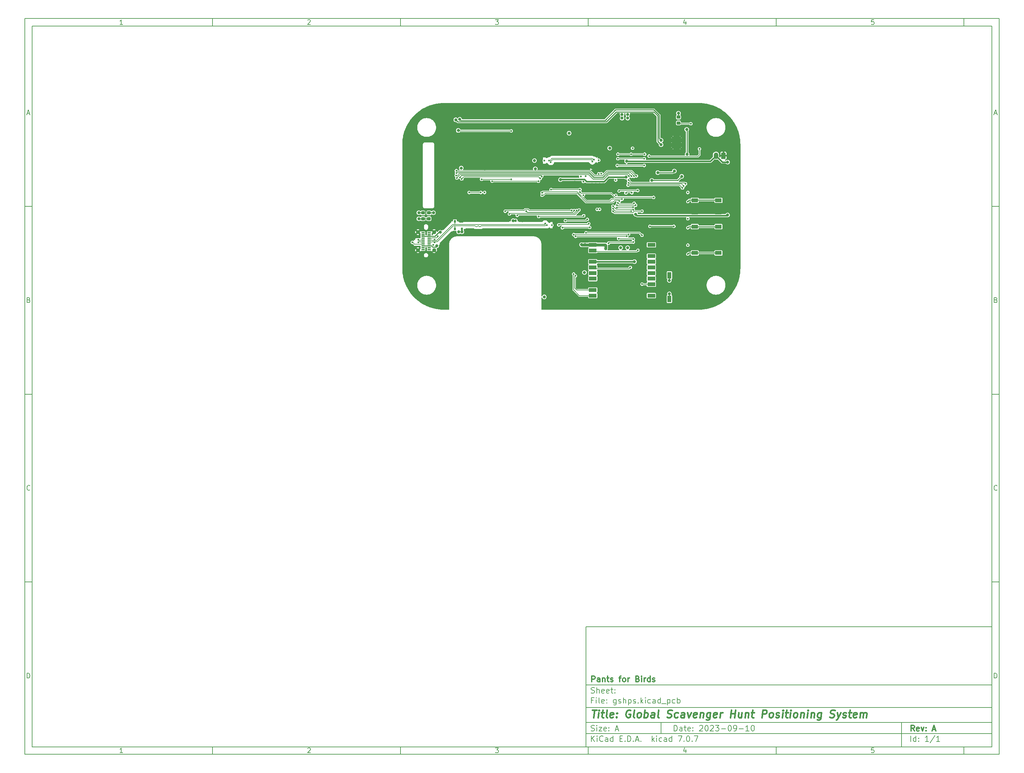
<source format=gbr>
%TF.GenerationSoftware,KiCad,Pcbnew,7.0.7*%
%TF.CreationDate,2023-09-15T21:11:31-07:00*%
%TF.ProjectId,gshps,67736870-732e-46b6-9963-61645f706362,A*%
%TF.SameCoordinates,Original*%
%TF.FileFunction,Copper,L1,Top*%
%TF.FilePolarity,Positive*%
%FSLAX46Y46*%
G04 Gerber Fmt 4.6, Leading zero omitted, Abs format (unit mm)*
G04 Created by KiCad (PCBNEW 7.0.7) date 2023-09-15 21:11:31*
%MOMM*%
%LPD*%
G01*
G04 APERTURE LIST*
G04 Aperture macros list*
%AMRoundRect*
0 Rectangle with rounded corners*
0 $1 Rounding radius*
0 $2 $3 $4 $5 $6 $7 $8 $9 X,Y pos of 4 corners*
0 Add a 4 corners polygon primitive as box body*
4,1,4,$2,$3,$4,$5,$6,$7,$8,$9,$2,$3,0*
0 Add four circle primitives for the rounded corners*
1,1,$1+$1,$2,$3*
1,1,$1+$1,$4,$5*
1,1,$1+$1,$6,$7*
1,1,$1+$1,$8,$9*
0 Add four rect primitives between the rounded corners*
20,1,$1+$1,$2,$3,$4,$5,0*
20,1,$1+$1,$4,$5,$6,$7,0*
20,1,$1+$1,$6,$7,$8,$9,0*
20,1,$1+$1,$8,$9,$2,$3,0*%
G04 Aperture macros list end*
%ADD10C,0.100000*%
%ADD11C,0.150000*%
%ADD12C,0.300000*%
%ADD13C,0.400000*%
%TA.AperFunction,SMDPad,CuDef*%
%ADD14RoundRect,0.140000X-0.140000X-0.170000X0.140000X-0.170000X0.140000X0.170000X-0.140000X0.170000X0*%
%TD*%
%TA.AperFunction,SMDPad,CuDef*%
%ADD15R,1.700000X1.000000*%
%TD*%
%TA.AperFunction,ComponentPad*%
%ADD16C,1.100000*%
%TD*%
%TA.AperFunction,SMDPad,CuDef*%
%ADD17R,0.850000X0.300000*%
%TD*%
%TA.AperFunction,SMDPad,CuDef*%
%ADD18RoundRect,0.218750X-0.256250X0.218750X-0.256250X-0.218750X0.256250X-0.218750X0.256250X0.218750X0*%
%TD*%
%TA.AperFunction,SMDPad,CuDef*%
%ADD19R,0.600000X0.700000*%
%TD*%
%TA.AperFunction,SMDPad,CuDef*%
%ADD20R,1.000000X0.700000*%
%TD*%
%TA.AperFunction,SMDPad,CuDef*%
%ADD21RoundRect,0.218750X0.256250X-0.218750X0.256250X0.218750X-0.256250X0.218750X-0.256250X-0.218750X0*%
%TD*%
%TA.AperFunction,SMDPad,CuDef*%
%ADD22R,1.000000X1.700000*%
%TD*%
%TA.AperFunction,SMDPad,CuDef*%
%ADD23R,2.000000X1.000000*%
%TD*%
%TA.AperFunction,ComponentPad*%
%ADD24C,0.500000*%
%TD*%
%TA.AperFunction,SMDPad,CuDef*%
%ADD25R,2.410000X3.100000*%
%TD*%
%TA.AperFunction,ComponentPad*%
%ADD26O,1.200000X1.750000*%
%TD*%
%TA.AperFunction,ComponentPad*%
%ADD27RoundRect,0.250000X0.350000X0.625000X-0.350000X0.625000X-0.350000X-0.625000X0.350000X-0.625000X0*%
%TD*%
%TA.AperFunction,ViaPad*%
%ADD28C,0.800000*%
%TD*%
%TA.AperFunction,ViaPad*%
%ADD29C,0.500000*%
%TD*%
%TA.AperFunction,Conductor*%
%ADD30C,0.250000*%
%TD*%
%TA.AperFunction,Conductor*%
%ADD31C,0.800000*%
%TD*%
%TA.AperFunction,Conductor*%
%ADD32C,0.400000*%
%TD*%
%TA.AperFunction,Conductor*%
%ADD33C,0.150000*%
%TD*%
%TA.AperFunction,Conductor*%
%ADD34C,0.170000*%
%TD*%
G04 APERTURE END LIST*
D10*
D11*
X159400000Y-171900000D02*
X267400000Y-171900000D01*
X267400000Y-203900000D01*
X159400000Y-203900000D01*
X159400000Y-171900000D01*
D10*
D11*
X10000000Y-10000000D02*
X269400000Y-10000000D01*
X269400000Y-205900000D01*
X10000000Y-205900000D01*
X10000000Y-10000000D01*
D10*
D11*
X12000000Y-12000000D02*
X267400000Y-12000000D01*
X267400000Y-203900000D01*
X12000000Y-203900000D01*
X12000000Y-12000000D01*
D10*
D11*
X60000000Y-12000000D02*
X60000000Y-10000000D01*
D10*
D11*
X110000000Y-12000000D02*
X110000000Y-10000000D01*
D10*
D11*
X160000000Y-12000000D02*
X160000000Y-10000000D01*
D10*
D11*
X210000000Y-12000000D02*
X210000000Y-10000000D01*
D10*
D11*
X260000000Y-12000000D02*
X260000000Y-10000000D01*
D10*
D11*
X36089160Y-11593604D02*
X35346303Y-11593604D01*
X35717731Y-11593604D02*
X35717731Y-10293604D01*
X35717731Y-10293604D02*
X35593922Y-10479319D01*
X35593922Y-10479319D02*
X35470112Y-10603128D01*
X35470112Y-10603128D02*
X35346303Y-10665033D01*
D10*
D11*
X85346303Y-10417414D02*
X85408207Y-10355509D01*
X85408207Y-10355509D02*
X85532017Y-10293604D01*
X85532017Y-10293604D02*
X85841541Y-10293604D01*
X85841541Y-10293604D02*
X85965350Y-10355509D01*
X85965350Y-10355509D02*
X86027255Y-10417414D01*
X86027255Y-10417414D02*
X86089160Y-10541223D01*
X86089160Y-10541223D02*
X86089160Y-10665033D01*
X86089160Y-10665033D02*
X86027255Y-10850747D01*
X86027255Y-10850747D02*
X85284398Y-11593604D01*
X85284398Y-11593604D02*
X86089160Y-11593604D01*
D10*
D11*
X135284398Y-10293604D02*
X136089160Y-10293604D01*
X136089160Y-10293604D02*
X135655826Y-10788842D01*
X135655826Y-10788842D02*
X135841541Y-10788842D01*
X135841541Y-10788842D02*
X135965350Y-10850747D01*
X135965350Y-10850747D02*
X136027255Y-10912652D01*
X136027255Y-10912652D02*
X136089160Y-11036461D01*
X136089160Y-11036461D02*
X136089160Y-11345985D01*
X136089160Y-11345985D02*
X136027255Y-11469795D01*
X136027255Y-11469795D02*
X135965350Y-11531700D01*
X135965350Y-11531700D02*
X135841541Y-11593604D01*
X135841541Y-11593604D02*
X135470112Y-11593604D01*
X135470112Y-11593604D02*
X135346303Y-11531700D01*
X135346303Y-11531700D02*
X135284398Y-11469795D01*
D10*
D11*
X185965350Y-10726938D02*
X185965350Y-11593604D01*
X185655826Y-10231700D02*
X185346303Y-11160271D01*
X185346303Y-11160271D02*
X186151064Y-11160271D01*
D10*
D11*
X236027255Y-10293604D02*
X235408207Y-10293604D01*
X235408207Y-10293604D02*
X235346303Y-10912652D01*
X235346303Y-10912652D02*
X235408207Y-10850747D01*
X235408207Y-10850747D02*
X235532017Y-10788842D01*
X235532017Y-10788842D02*
X235841541Y-10788842D01*
X235841541Y-10788842D02*
X235965350Y-10850747D01*
X235965350Y-10850747D02*
X236027255Y-10912652D01*
X236027255Y-10912652D02*
X236089160Y-11036461D01*
X236089160Y-11036461D02*
X236089160Y-11345985D01*
X236089160Y-11345985D02*
X236027255Y-11469795D01*
X236027255Y-11469795D02*
X235965350Y-11531700D01*
X235965350Y-11531700D02*
X235841541Y-11593604D01*
X235841541Y-11593604D02*
X235532017Y-11593604D01*
X235532017Y-11593604D02*
X235408207Y-11531700D01*
X235408207Y-11531700D02*
X235346303Y-11469795D01*
D10*
D11*
X60000000Y-203900000D02*
X60000000Y-205900000D01*
D10*
D11*
X110000000Y-203900000D02*
X110000000Y-205900000D01*
D10*
D11*
X160000000Y-203900000D02*
X160000000Y-205900000D01*
D10*
D11*
X210000000Y-203900000D02*
X210000000Y-205900000D01*
D10*
D11*
X260000000Y-203900000D02*
X260000000Y-205900000D01*
D10*
D11*
X36089160Y-205493604D02*
X35346303Y-205493604D01*
X35717731Y-205493604D02*
X35717731Y-204193604D01*
X35717731Y-204193604D02*
X35593922Y-204379319D01*
X35593922Y-204379319D02*
X35470112Y-204503128D01*
X35470112Y-204503128D02*
X35346303Y-204565033D01*
D10*
D11*
X85346303Y-204317414D02*
X85408207Y-204255509D01*
X85408207Y-204255509D02*
X85532017Y-204193604D01*
X85532017Y-204193604D02*
X85841541Y-204193604D01*
X85841541Y-204193604D02*
X85965350Y-204255509D01*
X85965350Y-204255509D02*
X86027255Y-204317414D01*
X86027255Y-204317414D02*
X86089160Y-204441223D01*
X86089160Y-204441223D02*
X86089160Y-204565033D01*
X86089160Y-204565033D02*
X86027255Y-204750747D01*
X86027255Y-204750747D02*
X85284398Y-205493604D01*
X85284398Y-205493604D02*
X86089160Y-205493604D01*
D10*
D11*
X135284398Y-204193604D02*
X136089160Y-204193604D01*
X136089160Y-204193604D02*
X135655826Y-204688842D01*
X135655826Y-204688842D02*
X135841541Y-204688842D01*
X135841541Y-204688842D02*
X135965350Y-204750747D01*
X135965350Y-204750747D02*
X136027255Y-204812652D01*
X136027255Y-204812652D02*
X136089160Y-204936461D01*
X136089160Y-204936461D02*
X136089160Y-205245985D01*
X136089160Y-205245985D02*
X136027255Y-205369795D01*
X136027255Y-205369795D02*
X135965350Y-205431700D01*
X135965350Y-205431700D02*
X135841541Y-205493604D01*
X135841541Y-205493604D02*
X135470112Y-205493604D01*
X135470112Y-205493604D02*
X135346303Y-205431700D01*
X135346303Y-205431700D02*
X135284398Y-205369795D01*
D10*
D11*
X185965350Y-204626938D02*
X185965350Y-205493604D01*
X185655826Y-204131700D02*
X185346303Y-205060271D01*
X185346303Y-205060271D02*
X186151064Y-205060271D01*
D10*
D11*
X236027255Y-204193604D02*
X235408207Y-204193604D01*
X235408207Y-204193604D02*
X235346303Y-204812652D01*
X235346303Y-204812652D02*
X235408207Y-204750747D01*
X235408207Y-204750747D02*
X235532017Y-204688842D01*
X235532017Y-204688842D02*
X235841541Y-204688842D01*
X235841541Y-204688842D02*
X235965350Y-204750747D01*
X235965350Y-204750747D02*
X236027255Y-204812652D01*
X236027255Y-204812652D02*
X236089160Y-204936461D01*
X236089160Y-204936461D02*
X236089160Y-205245985D01*
X236089160Y-205245985D02*
X236027255Y-205369795D01*
X236027255Y-205369795D02*
X235965350Y-205431700D01*
X235965350Y-205431700D02*
X235841541Y-205493604D01*
X235841541Y-205493604D02*
X235532017Y-205493604D01*
X235532017Y-205493604D02*
X235408207Y-205431700D01*
X235408207Y-205431700D02*
X235346303Y-205369795D01*
D10*
D11*
X10000000Y-60000000D02*
X12000000Y-60000000D01*
D10*
D11*
X10000000Y-110000000D02*
X12000000Y-110000000D01*
D10*
D11*
X10000000Y-160000000D02*
X12000000Y-160000000D01*
D10*
D11*
X10690476Y-35222176D02*
X11309523Y-35222176D01*
X10566666Y-35593604D02*
X10999999Y-34293604D01*
X10999999Y-34293604D02*
X11433333Y-35593604D01*
D10*
D11*
X11092857Y-84912652D02*
X11278571Y-84974557D01*
X11278571Y-84974557D02*
X11340476Y-85036461D01*
X11340476Y-85036461D02*
X11402380Y-85160271D01*
X11402380Y-85160271D02*
X11402380Y-85345985D01*
X11402380Y-85345985D02*
X11340476Y-85469795D01*
X11340476Y-85469795D02*
X11278571Y-85531700D01*
X11278571Y-85531700D02*
X11154761Y-85593604D01*
X11154761Y-85593604D02*
X10659523Y-85593604D01*
X10659523Y-85593604D02*
X10659523Y-84293604D01*
X10659523Y-84293604D02*
X11092857Y-84293604D01*
X11092857Y-84293604D02*
X11216666Y-84355509D01*
X11216666Y-84355509D02*
X11278571Y-84417414D01*
X11278571Y-84417414D02*
X11340476Y-84541223D01*
X11340476Y-84541223D02*
X11340476Y-84665033D01*
X11340476Y-84665033D02*
X11278571Y-84788842D01*
X11278571Y-84788842D02*
X11216666Y-84850747D01*
X11216666Y-84850747D02*
X11092857Y-84912652D01*
X11092857Y-84912652D02*
X10659523Y-84912652D01*
D10*
D11*
X11402380Y-135469795D02*
X11340476Y-135531700D01*
X11340476Y-135531700D02*
X11154761Y-135593604D01*
X11154761Y-135593604D02*
X11030952Y-135593604D01*
X11030952Y-135593604D02*
X10845238Y-135531700D01*
X10845238Y-135531700D02*
X10721428Y-135407890D01*
X10721428Y-135407890D02*
X10659523Y-135284080D01*
X10659523Y-135284080D02*
X10597619Y-135036461D01*
X10597619Y-135036461D02*
X10597619Y-134850747D01*
X10597619Y-134850747D02*
X10659523Y-134603128D01*
X10659523Y-134603128D02*
X10721428Y-134479319D01*
X10721428Y-134479319D02*
X10845238Y-134355509D01*
X10845238Y-134355509D02*
X11030952Y-134293604D01*
X11030952Y-134293604D02*
X11154761Y-134293604D01*
X11154761Y-134293604D02*
X11340476Y-134355509D01*
X11340476Y-134355509D02*
X11402380Y-134417414D01*
D10*
D11*
X10659523Y-185593604D02*
X10659523Y-184293604D01*
X10659523Y-184293604D02*
X10969047Y-184293604D01*
X10969047Y-184293604D02*
X11154761Y-184355509D01*
X11154761Y-184355509D02*
X11278571Y-184479319D01*
X11278571Y-184479319D02*
X11340476Y-184603128D01*
X11340476Y-184603128D02*
X11402380Y-184850747D01*
X11402380Y-184850747D02*
X11402380Y-185036461D01*
X11402380Y-185036461D02*
X11340476Y-185284080D01*
X11340476Y-185284080D02*
X11278571Y-185407890D01*
X11278571Y-185407890D02*
X11154761Y-185531700D01*
X11154761Y-185531700D02*
X10969047Y-185593604D01*
X10969047Y-185593604D02*
X10659523Y-185593604D01*
D10*
D11*
X269400000Y-60000000D02*
X267400000Y-60000000D01*
D10*
D11*
X269400000Y-110000000D02*
X267400000Y-110000000D01*
D10*
D11*
X269400000Y-160000000D02*
X267400000Y-160000000D01*
D10*
D11*
X268090476Y-35222176D02*
X268709523Y-35222176D01*
X267966666Y-35593604D02*
X268399999Y-34293604D01*
X268399999Y-34293604D02*
X268833333Y-35593604D01*
D10*
D11*
X268492857Y-84912652D02*
X268678571Y-84974557D01*
X268678571Y-84974557D02*
X268740476Y-85036461D01*
X268740476Y-85036461D02*
X268802380Y-85160271D01*
X268802380Y-85160271D02*
X268802380Y-85345985D01*
X268802380Y-85345985D02*
X268740476Y-85469795D01*
X268740476Y-85469795D02*
X268678571Y-85531700D01*
X268678571Y-85531700D02*
X268554761Y-85593604D01*
X268554761Y-85593604D02*
X268059523Y-85593604D01*
X268059523Y-85593604D02*
X268059523Y-84293604D01*
X268059523Y-84293604D02*
X268492857Y-84293604D01*
X268492857Y-84293604D02*
X268616666Y-84355509D01*
X268616666Y-84355509D02*
X268678571Y-84417414D01*
X268678571Y-84417414D02*
X268740476Y-84541223D01*
X268740476Y-84541223D02*
X268740476Y-84665033D01*
X268740476Y-84665033D02*
X268678571Y-84788842D01*
X268678571Y-84788842D02*
X268616666Y-84850747D01*
X268616666Y-84850747D02*
X268492857Y-84912652D01*
X268492857Y-84912652D02*
X268059523Y-84912652D01*
D10*
D11*
X268802380Y-135469795D02*
X268740476Y-135531700D01*
X268740476Y-135531700D02*
X268554761Y-135593604D01*
X268554761Y-135593604D02*
X268430952Y-135593604D01*
X268430952Y-135593604D02*
X268245238Y-135531700D01*
X268245238Y-135531700D02*
X268121428Y-135407890D01*
X268121428Y-135407890D02*
X268059523Y-135284080D01*
X268059523Y-135284080D02*
X267997619Y-135036461D01*
X267997619Y-135036461D02*
X267997619Y-134850747D01*
X267997619Y-134850747D02*
X268059523Y-134603128D01*
X268059523Y-134603128D02*
X268121428Y-134479319D01*
X268121428Y-134479319D02*
X268245238Y-134355509D01*
X268245238Y-134355509D02*
X268430952Y-134293604D01*
X268430952Y-134293604D02*
X268554761Y-134293604D01*
X268554761Y-134293604D02*
X268740476Y-134355509D01*
X268740476Y-134355509D02*
X268802380Y-134417414D01*
D10*
D11*
X268059523Y-185593604D02*
X268059523Y-184293604D01*
X268059523Y-184293604D02*
X268369047Y-184293604D01*
X268369047Y-184293604D02*
X268554761Y-184355509D01*
X268554761Y-184355509D02*
X268678571Y-184479319D01*
X268678571Y-184479319D02*
X268740476Y-184603128D01*
X268740476Y-184603128D02*
X268802380Y-184850747D01*
X268802380Y-184850747D02*
X268802380Y-185036461D01*
X268802380Y-185036461D02*
X268740476Y-185284080D01*
X268740476Y-185284080D02*
X268678571Y-185407890D01*
X268678571Y-185407890D02*
X268554761Y-185531700D01*
X268554761Y-185531700D02*
X268369047Y-185593604D01*
X268369047Y-185593604D02*
X268059523Y-185593604D01*
D10*
D11*
X182855826Y-199686128D02*
X182855826Y-198186128D01*
X182855826Y-198186128D02*
X183212969Y-198186128D01*
X183212969Y-198186128D02*
X183427255Y-198257557D01*
X183427255Y-198257557D02*
X183570112Y-198400414D01*
X183570112Y-198400414D02*
X183641541Y-198543271D01*
X183641541Y-198543271D02*
X183712969Y-198828985D01*
X183712969Y-198828985D02*
X183712969Y-199043271D01*
X183712969Y-199043271D02*
X183641541Y-199328985D01*
X183641541Y-199328985D02*
X183570112Y-199471842D01*
X183570112Y-199471842D02*
X183427255Y-199614700D01*
X183427255Y-199614700D02*
X183212969Y-199686128D01*
X183212969Y-199686128D02*
X182855826Y-199686128D01*
X184998684Y-199686128D02*
X184998684Y-198900414D01*
X184998684Y-198900414D02*
X184927255Y-198757557D01*
X184927255Y-198757557D02*
X184784398Y-198686128D01*
X184784398Y-198686128D02*
X184498684Y-198686128D01*
X184498684Y-198686128D02*
X184355826Y-198757557D01*
X184998684Y-199614700D02*
X184855826Y-199686128D01*
X184855826Y-199686128D02*
X184498684Y-199686128D01*
X184498684Y-199686128D02*
X184355826Y-199614700D01*
X184355826Y-199614700D02*
X184284398Y-199471842D01*
X184284398Y-199471842D02*
X184284398Y-199328985D01*
X184284398Y-199328985D02*
X184355826Y-199186128D01*
X184355826Y-199186128D02*
X184498684Y-199114700D01*
X184498684Y-199114700D02*
X184855826Y-199114700D01*
X184855826Y-199114700D02*
X184998684Y-199043271D01*
X185498684Y-198686128D02*
X186070112Y-198686128D01*
X185712969Y-198186128D02*
X185712969Y-199471842D01*
X185712969Y-199471842D02*
X185784398Y-199614700D01*
X185784398Y-199614700D02*
X185927255Y-199686128D01*
X185927255Y-199686128D02*
X186070112Y-199686128D01*
X187141541Y-199614700D02*
X186998684Y-199686128D01*
X186998684Y-199686128D02*
X186712970Y-199686128D01*
X186712970Y-199686128D02*
X186570112Y-199614700D01*
X186570112Y-199614700D02*
X186498684Y-199471842D01*
X186498684Y-199471842D02*
X186498684Y-198900414D01*
X186498684Y-198900414D02*
X186570112Y-198757557D01*
X186570112Y-198757557D02*
X186712970Y-198686128D01*
X186712970Y-198686128D02*
X186998684Y-198686128D01*
X186998684Y-198686128D02*
X187141541Y-198757557D01*
X187141541Y-198757557D02*
X187212970Y-198900414D01*
X187212970Y-198900414D02*
X187212970Y-199043271D01*
X187212970Y-199043271D02*
X186498684Y-199186128D01*
X187855826Y-199543271D02*
X187927255Y-199614700D01*
X187927255Y-199614700D02*
X187855826Y-199686128D01*
X187855826Y-199686128D02*
X187784398Y-199614700D01*
X187784398Y-199614700D02*
X187855826Y-199543271D01*
X187855826Y-199543271D02*
X187855826Y-199686128D01*
X187855826Y-198757557D02*
X187927255Y-198828985D01*
X187927255Y-198828985D02*
X187855826Y-198900414D01*
X187855826Y-198900414D02*
X187784398Y-198828985D01*
X187784398Y-198828985D02*
X187855826Y-198757557D01*
X187855826Y-198757557D02*
X187855826Y-198900414D01*
X189641541Y-198328985D02*
X189712969Y-198257557D01*
X189712969Y-198257557D02*
X189855827Y-198186128D01*
X189855827Y-198186128D02*
X190212969Y-198186128D01*
X190212969Y-198186128D02*
X190355827Y-198257557D01*
X190355827Y-198257557D02*
X190427255Y-198328985D01*
X190427255Y-198328985D02*
X190498684Y-198471842D01*
X190498684Y-198471842D02*
X190498684Y-198614700D01*
X190498684Y-198614700D02*
X190427255Y-198828985D01*
X190427255Y-198828985D02*
X189570112Y-199686128D01*
X189570112Y-199686128D02*
X190498684Y-199686128D01*
X191427255Y-198186128D02*
X191570112Y-198186128D01*
X191570112Y-198186128D02*
X191712969Y-198257557D01*
X191712969Y-198257557D02*
X191784398Y-198328985D01*
X191784398Y-198328985D02*
X191855826Y-198471842D01*
X191855826Y-198471842D02*
X191927255Y-198757557D01*
X191927255Y-198757557D02*
X191927255Y-199114700D01*
X191927255Y-199114700D02*
X191855826Y-199400414D01*
X191855826Y-199400414D02*
X191784398Y-199543271D01*
X191784398Y-199543271D02*
X191712969Y-199614700D01*
X191712969Y-199614700D02*
X191570112Y-199686128D01*
X191570112Y-199686128D02*
X191427255Y-199686128D01*
X191427255Y-199686128D02*
X191284398Y-199614700D01*
X191284398Y-199614700D02*
X191212969Y-199543271D01*
X191212969Y-199543271D02*
X191141540Y-199400414D01*
X191141540Y-199400414D02*
X191070112Y-199114700D01*
X191070112Y-199114700D02*
X191070112Y-198757557D01*
X191070112Y-198757557D02*
X191141540Y-198471842D01*
X191141540Y-198471842D02*
X191212969Y-198328985D01*
X191212969Y-198328985D02*
X191284398Y-198257557D01*
X191284398Y-198257557D02*
X191427255Y-198186128D01*
X192498683Y-198328985D02*
X192570111Y-198257557D01*
X192570111Y-198257557D02*
X192712969Y-198186128D01*
X192712969Y-198186128D02*
X193070111Y-198186128D01*
X193070111Y-198186128D02*
X193212969Y-198257557D01*
X193212969Y-198257557D02*
X193284397Y-198328985D01*
X193284397Y-198328985D02*
X193355826Y-198471842D01*
X193355826Y-198471842D02*
X193355826Y-198614700D01*
X193355826Y-198614700D02*
X193284397Y-198828985D01*
X193284397Y-198828985D02*
X192427254Y-199686128D01*
X192427254Y-199686128D02*
X193355826Y-199686128D01*
X193855825Y-198186128D02*
X194784397Y-198186128D01*
X194784397Y-198186128D02*
X194284397Y-198757557D01*
X194284397Y-198757557D02*
X194498682Y-198757557D01*
X194498682Y-198757557D02*
X194641540Y-198828985D01*
X194641540Y-198828985D02*
X194712968Y-198900414D01*
X194712968Y-198900414D02*
X194784397Y-199043271D01*
X194784397Y-199043271D02*
X194784397Y-199400414D01*
X194784397Y-199400414D02*
X194712968Y-199543271D01*
X194712968Y-199543271D02*
X194641540Y-199614700D01*
X194641540Y-199614700D02*
X194498682Y-199686128D01*
X194498682Y-199686128D02*
X194070111Y-199686128D01*
X194070111Y-199686128D02*
X193927254Y-199614700D01*
X193927254Y-199614700D02*
X193855825Y-199543271D01*
X195427253Y-199114700D02*
X196570111Y-199114700D01*
X197570111Y-198186128D02*
X197712968Y-198186128D01*
X197712968Y-198186128D02*
X197855825Y-198257557D01*
X197855825Y-198257557D02*
X197927254Y-198328985D01*
X197927254Y-198328985D02*
X197998682Y-198471842D01*
X197998682Y-198471842D02*
X198070111Y-198757557D01*
X198070111Y-198757557D02*
X198070111Y-199114700D01*
X198070111Y-199114700D02*
X197998682Y-199400414D01*
X197998682Y-199400414D02*
X197927254Y-199543271D01*
X197927254Y-199543271D02*
X197855825Y-199614700D01*
X197855825Y-199614700D02*
X197712968Y-199686128D01*
X197712968Y-199686128D02*
X197570111Y-199686128D01*
X197570111Y-199686128D02*
X197427254Y-199614700D01*
X197427254Y-199614700D02*
X197355825Y-199543271D01*
X197355825Y-199543271D02*
X197284396Y-199400414D01*
X197284396Y-199400414D02*
X197212968Y-199114700D01*
X197212968Y-199114700D02*
X197212968Y-198757557D01*
X197212968Y-198757557D02*
X197284396Y-198471842D01*
X197284396Y-198471842D02*
X197355825Y-198328985D01*
X197355825Y-198328985D02*
X197427254Y-198257557D01*
X197427254Y-198257557D02*
X197570111Y-198186128D01*
X198784396Y-199686128D02*
X199070110Y-199686128D01*
X199070110Y-199686128D02*
X199212967Y-199614700D01*
X199212967Y-199614700D02*
X199284396Y-199543271D01*
X199284396Y-199543271D02*
X199427253Y-199328985D01*
X199427253Y-199328985D02*
X199498682Y-199043271D01*
X199498682Y-199043271D02*
X199498682Y-198471842D01*
X199498682Y-198471842D02*
X199427253Y-198328985D01*
X199427253Y-198328985D02*
X199355825Y-198257557D01*
X199355825Y-198257557D02*
X199212967Y-198186128D01*
X199212967Y-198186128D02*
X198927253Y-198186128D01*
X198927253Y-198186128D02*
X198784396Y-198257557D01*
X198784396Y-198257557D02*
X198712967Y-198328985D01*
X198712967Y-198328985D02*
X198641539Y-198471842D01*
X198641539Y-198471842D02*
X198641539Y-198828985D01*
X198641539Y-198828985D02*
X198712967Y-198971842D01*
X198712967Y-198971842D02*
X198784396Y-199043271D01*
X198784396Y-199043271D02*
X198927253Y-199114700D01*
X198927253Y-199114700D02*
X199212967Y-199114700D01*
X199212967Y-199114700D02*
X199355825Y-199043271D01*
X199355825Y-199043271D02*
X199427253Y-198971842D01*
X199427253Y-198971842D02*
X199498682Y-198828985D01*
X200141538Y-199114700D02*
X201284396Y-199114700D01*
X202784396Y-199686128D02*
X201927253Y-199686128D01*
X202355824Y-199686128D02*
X202355824Y-198186128D01*
X202355824Y-198186128D02*
X202212967Y-198400414D01*
X202212967Y-198400414D02*
X202070110Y-198543271D01*
X202070110Y-198543271D02*
X201927253Y-198614700D01*
X203712967Y-198186128D02*
X203855824Y-198186128D01*
X203855824Y-198186128D02*
X203998681Y-198257557D01*
X203998681Y-198257557D02*
X204070110Y-198328985D01*
X204070110Y-198328985D02*
X204141538Y-198471842D01*
X204141538Y-198471842D02*
X204212967Y-198757557D01*
X204212967Y-198757557D02*
X204212967Y-199114700D01*
X204212967Y-199114700D02*
X204141538Y-199400414D01*
X204141538Y-199400414D02*
X204070110Y-199543271D01*
X204070110Y-199543271D02*
X203998681Y-199614700D01*
X203998681Y-199614700D02*
X203855824Y-199686128D01*
X203855824Y-199686128D02*
X203712967Y-199686128D01*
X203712967Y-199686128D02*
X203570110Y-199614700D01*
X203570110Y-199614700D02*
X203498681Y-199543271D01*
X203498681Y-199543271D02*
X203427252Y-199400414D01*
X203427252Y-199400414D02*
X203355824Y-199114700D01*
X203355824Y-199114700D02*
X203355824Y-198757557D01*
X203355824Y-198757557D02*
X203427252Y-198471842D01*
X203427252Y-198471842D02*
X203498681Y-198328985D01*
X203498681Y-198328985D02*
X203570110Y-198257557D01*
X203570110Y-198257557D02*
X203712967Y-198186128D01*
D10*
D11*
X159400000Y-200400000D02*
X267400000Y-200400000D01*
D10*
D11*
X160855826Y-202486128D02*
X160855826Y-200986128D01*
X161712969Y-202486128D02*
X161070112Y-201628985D01*
X161712969Y-200986128D02*
X160855826Y-201843271D01*
X162355826Y-202486128D02*
X162355826Y-201486128D01*
X162355826Y-200986128D02*
X162284398Y-201057557D01*
X162284398Y-201057557D02*
X162355826Y-201128985D01*
X162355826Y-201128985D02*
X162427255Y-201057557D01*
X162427255Y-201057557D02*
X162355826Y-200986128D01*
X162355826Y-200986128D02*
X162355826Y-201128985D01*
X163927255Y-202343271D02*
X163855827Y-202414700D01*
X163855827Y-202414700D02*
X163641541Y-202486128D01*
X163641541Y-202486128D02*
X163498684Y-202486128D01*
X163498684Y-202486128D02*
X163284398Y-202414700D01*
X163284398Y-202414700D02*
X163141541Y-202271842D01*
X163141541Y-202271842D02*
X163070112Y-202128985D01*
X163070112Y-202128985D02*
X162998684Y-201843271D01*
X162998684Y-201843271D02*
X162998684Y-201628985D01*
X162998684Y-201628985D02*
X163070112Y-201343271D01*
X163070112Y-201343271D02*
X163141541Y-201200414D01*
X163141541Y-201200414D02*
X163284398Y-201057557D01*
X163284398Y-201057557D02*
X163498684Y-200986128D01*
X163498684Y-200986128D02*
X163641541Y-200986128D01*
X163641541Y-200986128D02*
X163855827Y-201057557D01*
X163855827Y-201057557D02*
X163927255Y-201128985D01*
X165212970Y-202486128D02*
X165212970Y-201700414D01*
X165212970Y-201700414D02*
X165141541Y-201557557D01*
X165141541Y-201557557D02*
X164998684Y-201486128D01*
X164998684Y-201486128D02*
X164712970Y-201486128D01*
X164712970Y-201486128D02*
X164570112Y-201557557D01*
X165212970Y-202414700D02*
X165070112Y-202486128D01*
X165070112Y-202486128D02*
X164712970Y-202486128D01*
X164712970Y-202486128D02*
X164570112Y-202414700D01*
X164570112Y-202414700D02*
X164498684Y-202271842D01*
X164498684Y-202271842D02*
X164498684Y-202128985D01*
X164498684Y-202128985D02*
X164570112Y-201986128D01*
X164570112Y-201986128D02*
X164712970Y-201914700D01*
X164712970Y-201914700D02*
X165070112Y-201914700D01*
X165070112Y-201914700D02*
X165212970Y-201843271D01*
X166570113Y-202486128D02*
X166570113Y-200986128D01*
X166570113Y-202414700D02*
X166427255Y-202486128D01*
X166427255Y-202486128D02*
X166141541Y-202486128D01*
X166141541Y-202486128D02*
X165998684Y-202414700D01*
X165998684Y-202414700D02*
X165927255Y-202343271D01*
X165927255Y-202343271D02*
X165855827Y-202200414D01*
X165855827Y-202200414D02*
X165855827Y-201771842D01*
X165855827Y-201771842D02*
X165927255Y-201628985D01*
X165927255Y-201628985D02*
X165998684Y-201557557D01*
X165998684Y-201557557D02*
X166141541Y-201486128D01*
X166141541Y-201486128D02*
X166427255Y-201486128D01*
X166427255Y-201486128D02*
X166570113Y-201557557D01*
X168427255Y-201700414D02*
X168927255Y-201700414D01*
X169141541Y-202486128D02*
X168427255Y-202486128D01*
X168427255Y-202486128D02*
X168427255Y-200986128D01*
X168427255Y-200986128D02*
X169141541Y-200986128D01*
X169784398Y-202343271D02*
X169855827Y-202414700D01*
X169855827Y-202414700D02*
X169784398Y-202486128D01*
X169784398Y-202486128D02*
X169712970Y-202414700D01*
X169712970Y-202414700D02*
X169784398Y-202343271D01*
X169784398Y-202343271D02*
X169784398Y-202486128D01*
X170498684Y-202486128D02*
X170498684Y-200986128D01*
X170498684Y-200986128D02*
X170855827Y-200986128D01*
X170855827Y-200986128D02*
X171070113Y-201057557D01*
X171070113Y-201057557D02*
X171212970Y-201200414D01*
X171212970Y-201200414D02*
X171284399Y-201343271D01*
X171284399Y-201343271D02*
X171355827Y-201628985D01*
X171355827Y-201628985D02*
X171355827Y-201843271D01*
X171355827Y-201843271D02*
X171284399Y-202128985D01*
X171284399Y-202128985D02*
X171212970Y-202271842D01*
X171212970Y-202271842D02*
X171070113Y-202414700D01*
X171070113Y-202414700D02*
X170855827Y-202486128D01*
X170855827Y-202486128D02*
X170498684Y-202486128D01*
X171998684Y-202343271D02*
X172070113Y-202414700D01*
X172070113Y-202414700D02*
X171998684Y-202486128D01*
X171998684Y-202486128D02*
X171927256Y-202414700D01*
X171927256Y-202414700D02*
X171998684Y-202343271D01*
X171998684Y-202343271D02*
X171998684Y-202486128D01*
X172641542Y-202057557D02*
X173355828Y-202057557D01*
X172498685Y-202486128D02*
X172998685Y-200986128D01*
X172998685Y-200986128D02*
X173498685Y-202486128D01*
X173998684Y-202343271D02*
X174070113Y-202414700D01*
X174070113Y-202414700D02*
X173998684Y-202486128D01*
X173998684Y-202486128D02*
X173927256Y-202414700D01*
X173927256Y-202414700D02*
X173998684Y-202343271D01*
X173998684Y-202343271D02*
X173998684Y-202486128D01*
X176998684Y-202486128D02*
X176998684Y-200986128D01*
X177141542Y-201914700D02*
X177570113Y-202486128D01*
X177570113Y-201486128D02*
X176998684Y-202057557D01*
X178212970Y-202486128D02*
X178212970Y-201486128D01*
X178212970Y-200986128D02*
X178141542Y-201057557D01*
X178141542Y-201057557D02*
X178212970Y-201128985D01*
X178212970Y-201128985D02*
X178284399Y-201057557D01*
X178284399Y-201057557D02*
X178212970Y-200986128D01*
X178212970Y-200986128D02*
X178212970Y-201128985D01*
X179570114Y-202414700D02*
X179427256Y-202486128D01*
X179427256Y-202486128D02*
X179141542Y-202486128D01*
X179141542Y-202486128D02*
X178998685Y-202414700D01*
X178998685Y-202414700D02*
X178927256Y-202343271D01*
X178927256Y-202343271D02*
X178855828Y-202200414D01*
X178855828Y-202200414D02*
X178855828Y-201771842D01*
X178855828Y-201771842D02*
X178927256Y-201628985D01*
X178927256Y-201628985D02*
X178998685Y-201557557D01*
X178998685Y-201557557D02*
X179141542Y-201486128D01*
X179141542Y-201486128D02*
X179427256Y-201486128D01*
X179427256Y-201486128D02*
X179570114Y-201557557D01*
X180855828Y-202486128D02*
X180855828Y-201700414D01*
X180855828Y-201700414D02*
X180784399Y-201557557D01*
X180784399Y-201557557D02*
X180641542Y-201486128D01*
X180641542Y-201486128D02*
X180355828Y-201486128D01*
X180355828Y-201486128D02*
X180212970Y-201557557D01*
X180855828Y-202414700D02*
X180712970Y-202486128D01*
X180712970Y-202486128D02*
X180355828Y-202486128D01*
X180355828Y-202486128D02*
X180212970Y-202414700D01*
X180212970Y-202414700D02*
X180141542Y-202271842D01*
X180141542Y-202271842D02*
X180141542Y-202128985D01*
X180141542Y-202128985D02*
X180212970Y-201986128D01*
X180212970Y-201986128D02*
X180355828Y-201914700D01*
X180355828Y-201914700D02*
X180712970Y-201914700D01*
X180712970Y-201914700D02*
X180855828Y-201843271D01*
X182212971Y-202486128D02*
X182212971Y-200986128D01*
X182212971Y-202414700D02*
X182070113Y-202486128D01*
X182070113Y-202486128D02*
X181784399Y-202486128D01*
X181784399Y-202486128D02*
X181641542Y-202414700D01*
X181641542Y-202414700D02*
X181570113Y-202343271D01*
X181570113Y-202343271D02*
X181498685Y-202200414D01*
X181498685Y-202200414D02*
X181498685Y-201771842D01*
X181498685Y-201771842D02*
X181570113Y-201628985D01*
X181570113Y-201628985D02*
X181641542Y-201557557D01*
X181641542Y-201557557D02*
X181784399Y-201486128D01*
X181784399Y-201486128D02*
X182070113Y-201486128D01*
X182070113Y-201486128D02*
X182212971Y-201557557D01*
X183927256Y-200986128D02*
X184927256Y-200986128D01*
X184927256Y-200986128D02*
X184284399Y-202486128D01*
X185498684Y-202343271D02*
X185570113Y-202414700D01*
X185570113Y-202414700D02*
X185498684Y-202486128D01*
X185498684Y-202486128D02*
X185427256Y-202414700D01*
X185427256Y-202414700D02*
X185498684Y-202343271D01*
X185498684Y-202343271D02*
X185498684Y-202486128D01*
X186498685Y-200986128D02*
X186641542Y-200986128D01*
X186641542Y-200986128D02*
X186784399Y-201057557D01*
X186784399Y-201057557D02*
X186855828Y-201128985D01*
X186855828Y-201128985D02*
X186927256Y-201271842D01*
X186927256Y-201271842D02*
X186998685Y-201557557D01*
X186998685Y-201557557D02*
X186998685Y-201914700D01*
X186998685Y-201914700D02*
X186927256Y-202200414D01*
X186927256Y-202200414D02*
X186855828Y-202343271D01*
X186855828Y-202343271D02*
X186784399Y-202414700D01*
X186784399Y-202414700D02*
X186641542Y-202486128D01*
X186641542Y-202486128D02*
X186498685Y-202486128D01*
X186498685Y-202486128D02*
X186355828Y-202414700D01*
X186355828Y-202414700D02*
X186284399Y-202343271D01*
X186284399Y-202343271D02*
X186212970Y-202200414D01*
X186212970Y-202200414D02*
X186141542Y-201914700D01*
X186141542Y-201914700D02*
X186141542Y-201557557D01*
X186141542Y-201557557D02*
X186212970Y-201271842D01*
X186212970Y-201271842D02*
X186284399Y-201128985D01*
X186284399Y-201128985D02*
X186355828Y-201057557D01*
X186355828Y-201057557D02*
X186498685Y-200986128D01*
X187641541Y-202343271D02*
X187712970Y-202414700D01*
X187712970Y-202414700D02*
X187641541Y-202486128D01*
X187641541Y-202486128D02*
X187570113Y-202414700D01*
X187570113Y-202414700D02*
X187641541Y-202343271D01*
X187641541Y-202343271D02*
X187641541Y-202486128D01*
X188212970Y-200986128D02*
X189212970Y-200986128D01*
X189212970Y-200986128D02*
X188570113Y-202486128D01*
D10*
D11*
X159400000Y-197400000D02*
X267400000Y-197400000D01*
D10*
D12*
X246811653Y-199678328D02*
X246311653Y-198964042D01*
X245954510Y-199678328D02*
X245954510Y-198178328D01*
X245954510Y-198178328D02*
X246525939Y-198178328D01*
X246525939Y-198178328D02*
X246668796Y-198249757D01*
X246668796Y-198249757D02*
X246740225Y-198321185D01*
X246740225Y-198321185D02*
X246811653Y-198464042D01*
X246811653Y-198464042D02*
X246811653Y-198678328D01*
X246811653Y-198678328D02*
X246740225Y-198821185D01*
X246740225Y-198821185D02*
X246668796Y-198892614D01*
X246668796Y-198892614D02*
X246525939Y-198964042D01*
X246525939Y-198964042D02*
X245954510Y-198964042D01*
X248025939Y-199606900D02*
X247883082Y-199678328D01*
X247883082Y-199678328D02*
X247597368Y-199678328D01*
X247597368Y-199678328D02*
X247454510Y-199606900D01*
X247454510Y-199606900D02*
X247383082Y-199464042D01*
X247383082Y-199464042D02*
X247383082Y-198892614D01*
X247383082Y-198892614D02*
X247454510Y-198749757D01*
X247454510Y-198749757D02*
X247597368Y-198678328D01*
X247597368Y-198678328D02*
X247883082Y-198678328D01*
X247883082Y-198678328D02*
X248025939Y-198749757D01*
X248025939Y-198749757D02*
X248097368Y-198892614D01*
X248097368Y-198892614D02*
X248097368Y-199035471D01*
X248097368Y-199035471D02*
X247383082Y-199178328D01*
X248597367Y-198678328D02*
X248954510Y-199678328D01*
X248954510Y-199678328D02*
X249311653Y-198678328D01*
X249883081Y-199535471D02*
X249954510Y-199606900D01*
X249954510Y-199606900D02*
X249883081Y-199678328D01*
X249883081Y-199678328D02*
X249811653Y-199606900D01*
X249811653Y-199606900D02*
X249883081Y-199535471D01*
X249883081Y-199535471D02*
X249883081Y-199678328D01*
X249883081Y-198749757D02*
X249954510Y-198821185D01*
X249954510Y-198821185D02*
X249883081Y-198892614D01*
X249883081Y-198892614D02*
X249811653Y-198821185D01*
X249811653Y-198821185D02*
X249883081Y-198749757D01*
X249883081Y-198749757D02*
X249883081Y-198892614D01*
X251668796Y-199249757D02*
X252383082Y-199249757D01*
X251525939Y-199678328D02*
X252025939Y-198178328D01*
X252025939Y-198178328D02*
X252525939Y-199678328D01*
D10*
D11*
X160784398Y-199614700D02*
X160998684Y-199686128D01*
X160998684Y-199686128D02*
X161355826Y-199686128D01*
X161355826Y-199686128D02*
X161498684Y-199614700D01*
X161498684Y-199614700D02*
X161570112Y-199543271D01*
X161570112Y-199543271D02*
X161641541Y-199400414D01*
X161641541Y-199400414D02*
X161641541Y-199257557D01*
X161641541Y-199257557D02*
X161570112Y-199114700D01*
X161570112Y-199114700D02*
X161498684Y-199043271D01*
X161498684Y-199043271D02*
X161355826Y-198971842D01*
X161355826Y-198971842D02*
X161070112Y-198900414D01*
X161070112Y-198900414D02*
X160927255Y-198828985D01*
X160927255Y-198828985D02*
X160855826Y-198757557D01*
X160855826Y-198757557D02*
X160784398Y-198614700D01*
X160784398Y-198614700D02*
X160784398Y-198471842D01*
X160784398Y-198471842D02*
X160855826Y-198328985D01*
X160855826Y-198328985D02*
X160927255Y-198257557D01*
X160927255Y-198257557D02*
X161070112Y-198186128D01*
X161070112Y-198186128D02*
X161427255Y-198186128D01*
X161427255Y-198186128D02*
X161641541Y-198257557D01*
X162284397Y-199686128D02*
X162284397Y-198686128D01*
X162284397Y-198186128D02*
X162212969Y-198257557D01*
X162212969Y-198257557D02*
X162284397Y-198328985D01*
X162284397Y-198328985D02*
X162355826Y-198257557D01*
X162355826Y-198257557D02*
X162284397Y-198186128D01*
X162284397Y-198186128D02*
X162284397Y-198328985D01*
X162855826Y-198686128D02*
X163641541Y-198686128D01*
X163641541Y-198686128D02*
X162855826Y-199686128D01*
X162855826Y-199686128D02*
X163641541Y-199686128D01*
X164784398Y-199614700D02*
X164641541Y-199686128D01*
X164641541Y-199686128D02*
X164355827Y-199686128D01*
X164355827Y-199686128D02*
X164212969Y-199614700D01*
X164212969Y-199614700D02*
X164141541Y-199471842D01*
X164141541Y-199471842D02*
X164141541Y-198900414D01*
X164141541Y-198900414D02*
X164212969Y-198757557D01*
X164212969Y-198757557D02*
X164355827Y-198686128D01*
X164355827Y-198686128D02*
X164641541Y-198686128D01*
X164641541Y-198686128D02*
X164784398Y-198757557D01*
X164784398Y-198757557D02*
X164855827Y-198900414D01*
X164855827Y-198900414D02*
X164855827Y-199043271D01*
X164855827Y-199043271D02*
X164141541Y-199186128D01*
X165498683Y-199543271D02*
X165570112Y-199614700D01*
X165570112Y-199614700D02*
X165498683Y-199686128D01*
X165498683Y-199686128D02*
X165427255Y-199614700D01*
X165427255Y-199614700D02*
X165498683Y-199543271D01*
X165498683Y-199543271D02*
X165498683Y-199686128D01*
X165498683Y-198757557D02*
X165570112Y-198828985D01*
X165570112Y-198828985D02*
X165498683Y-198900414D01*
X165498683Y-198900414D02*
X165427255Y-198828985D01*
X165427255Y-198828985D02*
X165498683Y-198757557D01*
X165498683Y-198757557D02*
X165498683Y-198900414D01*
X167284398Y-199257557D02*
X167998684Y-199257557D01*
X167141541Y-199686128D02*
X167641541Y-198186128D01*
X167641541Y-198186128D02*
X168141541Y-199686128D01*
D10*
D11*
X245855826Y-202486128D02*
X245855826Y-200986128D01*
X247212970Y-202486128D02*
X247212970Y-200986128D01*
X247212970Y-202414700D02*
X247070112Y-202486128D01*
X247070112Y-202486128D02*
X246784398Y-202486128D01*
X246784398Y-202486128D02*
X246641541Y-202414700D01*
X246641541Y-202414700D02*
X246570112Y-202343271D01*
X246570112Y-202343271D02*
X246498684Y-202200414D01*
X246498684Y-202200414D02*
X246498684Y-201771842D01*
X246498684Y-201771842D02*
X246570112Y-201628985D01*
X246570112Y-201628985D02*
X246641541Y-201557557D01*
X246641541Y-201557557D02*
X246784398Y-201486128D01*
X246784398Y-201486128D02*
X247070112Y-201486128D01*
X247070112Y-201486128D02*
X247212970Y-201557557D01*
X247927255Y-202343271D02*
X247998684Y-202414700D01*
X247998684Y-202414700D02*
X247927255Y-202486128D01*
X247927255Y-202486128D02*
X247855827Y-202414700D01*
X247855827Y-202414700D02*
X247927255Y-202343271D01*
X247927255Y-202343271D02*
X247927255Y-202486128D01*
X247927255Y-201557557D02*
X247998684Y-201628985D01*
X247998684Y-201628985D02*
X247927255Y-201700414D01*
X247927255Y-201700414D02*
X247855827Y-201628985D01*
X247855827Y-201628985D02*
X247927255Y-201557557D01*
X247927255Y-201557557D02*
X247927255Y-201700414D01*
X250570113Y-202486128D02*
X249712970Y-202486128D01*
X250141541Y-202486128D02*
X250141541Y-200986128D01*
X250141541Y-200986128D02*
X249998684Y-201200414D01*
X249998684Y-201200414D02*
X249855827Y-201343271D01*
X249855827Y-201343271D02*
X249712970Y-201414700D01*
X252284398Y-200914700D02*
X250998684Y-202843271D01*
X253570113Y-202486128D02*
X252712970Y-202486128D01*
X253141541Y-202486128D02*
X253141541Y-200986128D01*
X253141541Y-200986128D02*
X252998684Y-201200414D01*
X252998684Y-201200414D02*
X252855827Y-201343271D01*
X252855827Y-201343271D02*
X252712970Y-201414700D01*
D10*
D11*
X159400000Y-193400000D02*
X267400000Y-193400000D01*
D10*
D13*
X161091728Y-194104438D02*
X162234585Y-194104438D01*
X161413157Y-196104438D02*
X161663157Y-194104438D01*
X162651252Y-196104438D02*
X162817919Y-194771104D01*
X162901252Y-194104438D02*
X162794109Y-194199676D01*
X162794109Y-194199676D02*
X162877443Y-194294914D01*
X162877443Y-194294914D02*
X162984586Y-194199676D01*
X162984586Y-194199676D02*
X162901252Y-194104438D01*
X162901252Y-194104438D02*
X162877443Y-194294914D01*
X163484586Y-194771104D02*
X164246490Y-194771104D01*
X163853633Y-194104438D02*
X163639348Y-195818723D01*
X163639348Y-195818723D02*
X163710776Y-196009200D01*
X163710776Y-196009200D02*
X163889348Y-196104438D01*
X163889348Y-196104438D02*
X164079824Y-196104438D01*
X165032205Y-196104438D02*
X164853633Y-196009200D01*
X164853633Y-196009200D02*
X164782205Y-195818723D01*
X164782205Y-195818723D02*
X164996490Y-194104438D01*
X166567919Y-196009200D02*
X166365538Y-196104438D01*
X166365538Y-196104438D02*
X165984585Y-196104438D01*
X165984585Y-196104438D02*
X165806014Y-196009200D01*
X165806014Y-196009200D02*
X165734585Y-195818723D01*
X165734585Y-195818723D02*
X165829824Y-195056819D01*
X165829824Y-195056819D02*
X165948871Y-194866342D01*
X165948871Y-194866342D02*
X166151252Y-194771104D01*
X166151252Y-194771104D02*
X166532204Y-194771104D01*
X166532204Y-194771104D02*
X166710776Y-194866342D01*
X166710776Y-194866342D02*
X166782204Y-195056819D01*
X166782204Y-195056819D02*
X166758395Y-195247295D01*
X166758395Y-195247295D02*
X165782204Y-195437771D01*
X167532205Y-195913961D02*
X167615538Y-196009200D01*
X167615538Y-196009200D02*
X167508395Y-196104438D01*
X167508395Y-196104438D02*
X167425062Y-196009200D01*
X167425062Y-196009200D02*
X167532205Y-195913961D01*
X167532205Y-195913961D02*
X167508395Y-196104438D01*
X167663157Y-194866342D02*
X167746490Y-194961580D01*
X167746490Y-194961580D02*
X167639348Y-195056819D01*
X167639348Y-195056819D02*
X167556014Y-194961580D01*
X167556014Y-194961580D02*
X167663157Y-194866342D01*
X167663157Y-194866342D02*
X167639348Y-195056819D01*
X171270301Y-194199676D02*
X171091729Y-194104438D01*
X171091729Y-194104438D02*
X170806015Y-194104438D01*
X170806015Y-194104438D02*
X170508396Y-194199676D01*
X170508396Y-194199676D02*
X170294110Y-194390152D01*
X170294110Y-194390152D02*
X170175062Y-194580628D01*
X170175062Y-194580628D02*
X170032205Y-194961580D01*
X170032205Y-194961580D02*
X169996491Y-195247295D01*
X169996491Y-195247295D02*
X170044110Y-195628247D01*
X170044110Y-195628247D02*
X170115539Y-195818723D01*
X170115539Y-195818723D02*
X170282205Y-196009200D01*
X170282205Y-196009200D02*
X170556015Y-196104438D01*
X170556015Y-196104438D02*
X170746491Y-196104438D01*
X170746491Y-196104438D02*
X171044110Y-196009200D01*
X171044110Y-196009200D02*
X171151253Y-195913961D01*
X171151253Y-195913961D02*
X171234586Y-195247295D01*
X171234586Y-195247295D02*
X170853634Y-195247295D01*
X172270301Y-196104438D02*
X172091729Y-196009200D01*
X172091729Y-196009200D02*
X172020301Y-195818723D01*
X172020301Y-195818723D02*
X172234586Y-194104438D01*
X173317920Y-196104438D02*
X173139348Y-196009200D01*
X173139348Y-196009200D02*
X173056015Y-195913961D01*
X173056015Y-195913961D02*
X172984586Y-195723485D01*
X172984586Y-195723485D02*
X173056015Y-195152057D01*
X173056015Y-195152057D02*
X173175062Y-194961580D01*
X173175062Y-194961580D02*
X173282205Y-194866342D01*
X173282205Y-194866342D02*
X173484586Y-194771104D01*
X173484586Y-194771104D02*
X173770300Y-194771104D01*
X173770300Y-194771104D02*
X173948872Y-194866342D01*
X173948872Y-194866342D02*
X174032205Y-194961580D01*
X174032205Y-194961580D02*
X174103634Y-195152057D01*
X174103634Y-195152057D02*
X174032205Y-195723485D01*
X174032205Y-195723485D02*
X173913158Y-195913961D01*
X173913158Y-195913961D02*
X173806015Y-196009200D01*
X173806015Y-196009200D02*
X173603634Y-196104438D01*
X173603634Y-196104438D02*
X173317920Y-196104438D01*
X174841729Y-196104438D02*
X175091729Y-194104438D01*
X174996491Y-194866342D02*
X175198872Y-194771104D01*
X175198872Y-194771104D02*
X175579824Y-194771104D01*
X175579824Y-194771104D02*
X175758396Y-194866342D01*
X175758396Y-194866342D02*
X175841729Y-194961580D01*
X175841729Y-194961580D02*
X175913158Y-195152057D01*
X175913158Y-195152057D02*
X175841729Y-195723485D01*
X175841729Y-195723485D02*
X175722682Y-195913961D01*
X175722682Y-195913961D02*
X175615539Y-196009200D01*
X175615539Y-196009200D02*
X175413158Y-196104438D01*
X175413158Y-196104438D02*
X175032205Y-196104438D01*
X175032205Y-196104438D02*
X174853634Y-196009200D01*
X177508396Y-196104438D02*
X177639348Y-195056819D01*
X177639348Y-195056819D02*
X177567920Y-194866342D01*
X177567920Y-194866342D02*
X177389348Y-194771104D01*
X177389348Y-194771104D02*
X177008396Y-194771104D01*
X177008396Y-194771104D02*
X176806015Y-194866342D01*
X177520301Y-196009200D02*
X177317920Y-196104438D01*
X177317920Y-196104438D02*
X176841729Y-196104438D01*
X176841729Y-196104438D02*
X176663158Y-196009200D01*
X176663158Y-196009200D02*
X176591729Y-195818723D01*
X176591729Y-195818723D02*
X176615539Y-195628247D01*
X176615539Y-195628247D02*
X176734587Y-195437771D01*
X176734587Y-195437771D02*
X176936968Y-195342533D01*
X176936968Y-195342533D02*
X177413158Y-195342533D01*
X177413158Y-195342533D02*
X177615539Y-195247295D01*
X178746492Y-196104438D02*
X178567920Y-196009200D01*
X178567920Y-196009200D02*
X178496492Y-195818723D01*
X178496492Y-195818723D02*
X178710777Y-194104438D01*
X180948873Y-196009200D02*
X181222682Y-196104438D01*
X181222682Y-196104438D02*
X181698873Y-196104438D01*
X181698873Y-196104438D02*
X181901254Y-196009200D01*
X181901254Y-196009200D02*
X182008397Y-195913961D01*
X182008397Y-195913961D02*
X182127444Y-195723485D01*
X182127444Y-195723485D02*
X182151254Y-195533009D01*
X182151254Y-195533009D02*
X182079825Y-195342533D01*
X182079825Y-195342533D02*
X181996492Y-195247295D01*
X181996492Y-195247295D02*
X181817921Y-195152057D01*
X181817921Y-195152057D02*
X181448873Y-195056819D01*
X181448873Y-195056819D02*
X181270301Y-194961580D01*
X181270301Y-194961580D02*
X181186968Y-194866342D01*
X181186968Y-194866342D02*
X181115540Y-194675866D01*
X181115540Y-194675866D02*
X181139349Y-194485390D01*
X181139349Y-194485390D02*
X181258397Y-194294914D01*
X181258397Y-194294914D02*
X181365540Y-194199676D01*
X181365540Y-194199676D02*
X181567921Y-194104438D01*
X181567921Y-194104438D02*
X182044111Y-194104438D01*
X182044111Y-194104438D02*
X182317921Y-194199676D01*
X183806016Y-196009200D02*
X183603635Y-196104438D01*
X183603635Y-196104438D02*
X183222683Y-196104438D01*
X183222683Y-196104438D02*
X183044111Y-196009200D01*
X183044111Y-196009200D02*
X182960778Y-195913961D01*
X182960778Y-195913961D02*
X182889349Y-195723485D01*
X182889349Y-195723485D02*
X182960778Y-195152057D01*
X182960778Y-195152057D02*
X183079825Y-194961580D01*
X183079825Y-194961580D02*
X183186968Y-194866342D01*
X183186968Y-194866342D02*
X183389349Y-194771104D01*
X183389349Y-194771104D02*
X183770302Y-194771104D01*
X183770302Y-194771104D02*
X183948873Y-194866342D01*
X185508397Y-196104438D02*
X185639349Y-195056819D01*
X185639349Y-195056819D02*
X185567921Y-194866342D01*
X185567921Y-194866342D02*
X185389349Y-194771104D01*
X185389349Y-194771104D02*
X185008397Y-194771104D01*
X185008397Y-194771104D02*
X184806016Y-194866342D01*
X185520302Y-196009200D02*
X185317921Y-196104438D01*
X185317921Y-196104438D02*
X184841730Y-196104438D01*
X184841730Y-196104438D02*
X184663159Y-196009200D01*
X184663159Y-196009200D02*
X184591730Y-195818723D01*
X184591730Y-195818723D02*
X184615540Y-195628247D01*
X184615540Y-195628247D02*
X184734588Y-195437771D01*
X184734588Y-195437771D02*
X184936969Y-195342533D01*
X184936969Y-195342533D02*
X185413159Y-195342533D01*
X185413159Y-195342533D02*
X185615540Y-195247295D01*
X186436969Y-194771104D02*
X186746493Y-196104438D01*
X186746493Y-196104438D02*
X187389350Y-194771104D01*
X188758398Y-196009200D02*
X188556017Y-196104438D01*
X188556017Y-196104438D02*
X188175064Y-196104438D01*
X188175064Y-196104438D02*
X187996493Y-196009200D01*
X187996493Y-196009200D02*
X187925064Y-195818723D01*
X187925064Y-195818723D02*
X188020303Y-195056819D01*
X188020303Y-195056819D02*
X188139350Y-194866342D01*
X188139350Y-194866342D02*
X188341731Y-194771104D01*
X188341731Y-194771104D02*
X188722683Y-194771104D01*
X188722683Y-194771104D02*
X188901255Y-194866342D01*
X188901255Y-194866342D02*
X188972683Y-195056819D01*
X188972683Y-195056819D02*
X188948874Y-195247295D01*
X188948874Y-195247295D02*
X187972683Y-195437771D01*
X189865541Y-194771104D02*
X189698874Y-196104438D01*
X189841731Y-194961580D02*
X189948874Y-194866342D01*
X189948874Y-194866342D02*
X190151255Y-194771104D01*
X190151255Y-194771104D02*
X190436969Y-194771104D01*
X190436969Y-194771104D02*
X190615541Y-194866342D01*
X190615541Y-194866342D02*
X190686969Y-195056819D01*
X190686969Y-195056819D02*
X190556017Y-196104438D01*
X192532208Y-194771104D02*
X192329827Y-196390152D01*
X192329827Y-196390152D02*
X192210779Y-196580628D01*
X192210779Y-196580628D02*
X192103636Y-196675866D01*
X192103636Y-196675866D02*
X191901255Y-196771104D01*
X191901255Y-196771104D02*
X191615541Y-196771104D01*
X191615541Y-196771104D02*
X191436970Y-196675866D01*
X192377446Y-196009200D02*
X192175065Y-196104438D01*
X192175065Y-196104438D02*
X191794113Y-196104438D01*
X191794113Y-196104438D02*
X191615541Y-196009200D01*
X191615541Y-196009200D02*
X191532208Y-195913961D01*
X191532208Y-195913961D02*
X191460779Y-195723485D01*
X191460779Y-195723485D02*
X191532208Y-195152057D01*
X191532208Y-195152057D02*
X191651255Y-194961580D01*
X191651255Y-194961580D02*
X191758398Y-194866342D01*
X191758398Y-194866342D02*
X191960779Y-194771104D01*
X191960779Y-194771104D02*
X192341732Y-194771104D01*
X192341732Y-194771104D02*
X192520303Y-194866342D01*
X194091732Y-196009200D02*
X193889351Y-196104438D01*
X193889351Y-196104438D02*
X193508398Y-196104438D01*
X193508398Y-196104438D02*
X193329827Y-196009200D01*
X193329827Y-196009200D02*
X193258398Y-195818723D01*
X193258398Y-195818723D02*
X193353637Y-195056819D01*
X193353637Y-195056819D02*
X193472684Y-194866342D01*
X193472684Y-194866342D02*
X193675065Y-194771104D01*
X193675065Y-194771104D02*
X194056017Y-194771104D01*
X194056017Y-194771104D02*
X194234589Y-194866342D01*
X194234589Y-194866342D02*
X194306017Y-195056819D01*
X194306017Y-195056819D02*
X194282208Y-195247295D01*
X194282208Y-195247295D02*
X193306017Y-195437771D01*
X195032208Y-196104438D02*
X195198875Y-194771104D01*
X195151256Y-195152057D02*
X195270303Y-194961580D01*
X195270303Y-194961580D02*
X195377446Y-194866342D01*
X195377446Y-194866342D02*
X195579827Y-194771104D01*
X195579827Y-194771104D02*
X195770303Y-194771104D01*
X197794113Y-196104438D02*
X198044113Y-194104438D01*
X197925066Y-195056819D02*
X199067923Y-195056819D01*
X198936970Y-196104438D02*
X199186970Y-194104438D01*
X200913161Y-194771104D02*
X200746494Y-196104438D01*
X200056018Y-194771104D02*
X199925066Y-195818723D01*
X199925066Y-195818723D02*
X199996494Y-196009200D01*
X199996494Y-196009200D02*
X200175066Y-196104438D01*
X200175066Y-196104438D02*
X200460780Y-196104438D01*
X200460780Y-196104438D02*
X200663161Y-196009200D01*
X200663161Y-196009200D02*
X200770304Y-195913961D01*
X201865542Y-194771104D02*
X201698875Y-196104438D01*
X201841732Y-194961580D02*
X201948875Y-194866342D01*
X201948875Y-194866342D02*
X202151256Y-194771104D01*
X202151256Y-194771104D02*
X202436970Y-194771104D01*
X202436970Y-194771104D02*
X202615542Y-194866342D01*
X202615542Y-194866342D02*
X202686970Y-195056819D01*
X202686970Y-195056819D02*
X202556018Y-196104438D01*
X203389352Y-194771104D02*
X204151256Y-194771104D01*
X203758399Y-194104438D02*
X203544114Y-195818723D01*
X203544114Y-195818723D02*
X203615542Y-196009200D01*
X203615542Y-196009200D02*
X203794114Y-196104438D01*
X203794114Y-196104438D02*
X203984590Y-196104438D01*
X206175066Y-196104438D02*
X206425066Y-194104438D01*
X206425066Y-194104438D02*
X207186971Y-194104438D01*
X207186971Y-194104438D02*
X207365542Y-194199676D01*
X207365542Y-194199676D02*
X207448876Y-194294914D01*
X207448876Y-194294914D02*
X207520304Y-194485390D01*
X207520304Y-194485390D02*
X207484590Y-194771104D01*
X207484590Y-194771104D02*
X207365542Y-194961580D01*
X207365542Y-194961580D02*
X207258400Y-195056819D01*
X207258400Y-195056819D02*
X207056019Y-195152057D01*
X207056019Y-195152057D02*
X206294114Y-195152057D01*
X208460781Y-196104438D02*
X208282209Y-196009200D01*
X208282209Y-196009200D02*
X208198876Y-195913961D01*
X208198876Y-195913961D02*
X208127447Y-195723485D01*
X208127447Y-195723485D02*
X208198876Y-195152057D01*
X208198876Y-195152057D02*
X208317923Y-194961580D01*
X208317923Y-194961580D02*
X208425066Y-194866342D01*
X208425066Y-194866342D02*
X208627447Y-194771104D01*
X208627447Y-194771104D02*
X208913161Y-194771104D01*
X208913161Y-194771104D02*
X209091733Y-194866342D01*
X209091733Y-194866342D02*
X209175066Y-194961580D01*
X209175066Y-194961580D02*
X209246495Y-195152057D01*
X209246495Y-195152057D02*
X209175066Y-195723485D01*
X209175066Y-195723485D02*
X209056019Y-195913961D01*
X209056019Y-195913961D02*
X208948876Y-196009200D01*
X208948876Y-196009200D02*
X208746495Y-196104438D01*
X208746495Y-196104438D02*
X208460781Y-196104438D01*
X209901257Y-196009200D02*
X210079828Y-196104438D01*
X210079828Y-196104438D02*
X210460781Y-196104438D01*
X210460781Y-196104438D02*
X210663162Y-196009200D01*
X210663162Y-196009200D02*
X210782209Y-195818723D01*
X210782209Y-195818723D02*
X210794114Y-195723485D01*
X210794114Y-195723485D02*
X210722685Y-195533009D01*
X210722685Y-195533009D02*
X210544114Y-195437771D01*
X210544114Y-195437771D02*
X210258400Y-195437771D01*
X210258400Y-195437771D02*
X210079828Y-195342533D01*
X210079828Y-195342533D02*
X210008400Y-195152057D01*
X210008400Y-195152057D02*
X210020305Y-195056819D01*
X210020305Y-195056819D02*
X210139352Y-194866342D01*
X210139352Y-194866342D02*
X210341733Y-194771104D01*
X210341733Y-194771104D02*
X210627447Y-194771104D01*
X210627447Y-194771104D02*
X210806019Y-194866342D01*
X211603638Y-196104438D02*
X211770305Y-194771104D01*
X211853638Y-194104438D02*
X211746495Y-194199676D01*
X211746495Y-194199676D02*
X211829829Y-194294914D01*
X211829829Y-194294914D02*
X211936972Y-194199676D01*
X211936972Y-194199676D02*
X211853638Y-194104438D01*
X211853638Y-194104438D02*
X211829829Y-194294914D01*
X212436972Y-194771104D02*
X213198876Y-194771104D01*
X212806019Y-194104438D02*
X212591734Y-195818723D01*
X212591734Y-195818723D02*
X212663162Y-196009200D01*
X212663162Y-196009200D02*
X212841734Y-196104438D01*
X212841734Y-196104438D02*
X213032210Y-196104438D01*
X213698876Y-196104438D02*
X213865543Y-194771104D01*
X213948876Y-194104438D02*
X213841733Y-194199676D01*
X213841733Y-194199676D02*
X213925067Y-194294914D01*
X213925067Y-194294914D02*
X214032210Y-194199676D01*
X214032210Y-194199676D02*
X213948876Y-194104438D01*
X213948876Y-194104438D02*
X213925067Y-194294914D01*
X214936972Y-196104438D02*
X214758400Y-196009200D01*
X214758400Y-196009200D02*
X214675067Y-195913961D01*
X214675067Y-195913961D02*
X214603638Y-195723485D01*
X214603638Y-195723485D02*
X214675067Y-195152057D01*
X214675067Y-195152057D02*
X214794114Y-194961580D01*
X214794114Y-194961580D02*
X214901257Y-194866342D01*
X214901257Y-194866342D02*
X215103638Y-194771104D01*
X215103638Y-194771104D02*
X215389352Y-194771104D01*
X215389352Y-194771104D02*
X215567924Y-194866342D01*
X215567924Y-194866342D02*
X215651257Y-194961580D01*
X215651257Y-194961580D02*
X215722686Y-195152057D01*
X215722686Y-195152057D02*
X215651257Y-195723485D01*
X215651257Y-195723485D02*
X215532210Y-195913961D01*
X215532210Y-195913961D02*
X215425067Y-196009200D01*
X215425067Y-196009200D02*
X215222686Y-196104438D01*
X215222686Y-196104438D02*
X214936972Y-196104438D01*
X216627448Y-194771104D02*
X216460781Y-196104438D01*
X216603638Y-194961580D02*
X216710781Y-194866342D01*
X216710781Y-194866342D02*
X216913162Y-194771104D01*
X216913162Y-194771104D02*
X217198876Y-194771104D01*
X217198876Y-194771104D02*
X217377448Y-194866342D01*
X217377448Y-194866342D02*
X217448876Y-195056819D01*
X217448876Y-195056819D02*
X217317924Y-196104438D01*
X218270305Y-196104438D02*
X218436972Y-194771104D01*
X218520305Y-194104438D02*
X218413162Y-194199676D01*
X218413162Y-194199676D02*
X218496496Y-194294914D01*
X218496496Y-194294914D02*
X218603639Y-194199676D01*
X218603639Y-194199676D02*
X218520305Y-194104438D01*
X218520305Y-194104438D02*
X218496496Y-194294914D01*
X219389353Y-194771104D02*
X219222686Y-196104438D01*
X219365543Y-194961580D02*
X219472686Y-194866342D01*
X219472686Y-194866342D02*
X219675067Y-194771104D01*
X219675067Y-194771104D02*
X219960781Y-194771104D01*
X219960781Y-194771104D02*
X220139353Y-194866342D01*
X220139353Y-194866342D02*
X220210781Y-195056819D01*
X220210781Y-195056819D02*
X220079829Y-196104438D01*
X222056020Y-194771104D02*
X221853639Y-196390152D01*
X221853639Y-196390152D02*
X221734591Y-196580628D01*
X221734591Y-196580628D02*
X221627448Y-196675866D01*
X221627448Y-196675866D02*
X221425067Y-196771104D01*
X221425067Y-196771104D02*
X221139353Y-196771104D01*
X221139353Y-196771104D02*
X220960782Y-196675866D01*
X221901258Y-196009200D02*
X221698877Y-196104438D01*
X221698877Y-196104438D02*
X221317925Y-196104438D01*
X221317925Y-196104438D02*
X221139353Y-196009200D01*
X221139353Y-196009200D02*
X221056020Y-195913961D01*
X221056020Y-195913961D02*
X220984591Y-195723485D01*
X220984591Y-195723485D02*
X221056020Y-195152057D01*
X221056020Y-195152057D02*
X221175067Y-194961580D01*
X221175067Y-194961580D02*
X221282210Y-194866342D01*
X221282210Y-194866342D02*
X221484591Y-194771104D01*
X221484591Y-194771104D02*
X221865544Y-194771104D01*
X221865544Y-194771104D02*
X222044115Y-194866342D01*
X224282211Y-196009200D02*
X224556020Y-196104438D01*
X224556020Y-196104438D02*
X225032211Y-196104438D01*
X225032211Y-196104438D02*
X225234592Y-196009200D01*
X225234592Y-196009200D02*
X225341735Y-195913961D01*
X225341735Y-195913961D02*
X225460782Y-195723485D01*
X225460782Y-195723485D02*
X225484592Y-195533009D01*
X225484592Y-195533009D02*
X225413163Y-195342533D01*
X225413163Y-195342533D02*
X225329830Y-195247295D01*
X225329830Y-195247295D02*
X225151259Y-195152057D01*
X225151259Y-195152057D02*
X224782211Y-195056819D01*
X224782211Y-195056819D02*
X224603639Y-194961580D01*
X224603639Y-194961580D02*
X224520306Y-194866342D01*
X224520306Y-194866342D02*
X224448878Y-194675866D01*
X224448878Y-194675866D02*
X224472687Y-194485390D01*
X224472687Y-194485390D02*
X224591735Y-194294914D01*
X224591735Y-194294914D02*
X224698878Y-194199676D01*
X224698878Y-194199676D02*
X224901259Y-194104438D01*
X224901259Y-194104438D02*
X225377449Y-194104438D01*
X225377449Y-194104438D02*
X225651259Y-194199676D01*
X226246497Y-194771104D02*
X226556021Y-196104438D01*
X227198878Y-194771104D02*
X226556021Y-196104438D01*
X226556021Y-196104438D02*
X226306021Y-196580628D01*
X226306021Y-196580628D02*
X226198878Y-196675866D01*
X226198878Y-196675866D02*
X225996497Y-196771104D01*
X227710783Y-196009200D02*
X227889354Y-196104438D01*
X227889354Y-196104438D02*
X228270307Y-196104438D01*
X228270307Y-196104438D02*
X228472688Y-196009200D01*
X228472688Y-196009200D02*
X228591735Y-195818723D01*
X228591735Y-195818723D02*
X228603640Y-195723485D01*
X228603640Y-195723485D02*
X228532211Y-195533009D01*
X228532211Y-195533009D02*
X228353640Y-195437771D01*
X228353640Y-195437771D02*
X228067926Y-195437771D01*
X228067926Y-195437771D02*
X227889354Y-195342533D01*
X227889354Y-195342533D02*
X227817926Y-195152057D01*
X227817926Y-195152057D02*
X227829831Y-195056819D01*
X227829831Y-195056819D02*
X227948878Y-194866342D01*
X227948878Y-194866342D02*
X228151259Y-194771104D01*
X228151259Y-194771104D02*
X228436973Y-194771104D01*
X228436973Y-194771104D02*
X228615545Y-194866342D01*
X229294117Y-194771104D02*
X230056021Y-194771104D01*
X229663164Y-194104438D02*
X229448879Y-195818723D01*
X229448879Y-195818723D02*
X229520307Y-196009200D01*
X229520307Y-196009200D02*
X229698879Y-196104438D01*
X229698879Y-196104438D02*
X229889355Y-196104438D01*
X231329831Y-196009200D02*
X231127450Y-196104438D01*
X231127450Y-196104438D02*
X230746497Y-196104438D01*
X230746497Y-196104438D02*
X230567926Y-196009200D01*
X230567926Y-196009200D02*
X230496497Y-195818723D01*
X230496497Y-195818723D02*
X230591736Y-195056819D01*
X230591736Y-195056819D02*
X230710783Y-194866342D01*
X230710783Y-194866342D02*
X230913164Y-194771104D01*
X230913164Y-194771104D02*
X231294116Y-194771104D01*
X231294116Y-194771104D02*
X231472688Y-194866342D01*
X231472688Y-194866342D02*
X231544116Y-195056819D01*
X231544116Y-195056819D02*
X231520307Y-195247295D01*
X231520307Y-195247295D02*
X230544116Y-195437771D01*
X232270307Y-196104438D02*
X232436974Y-194771104D01*
X232413164Y-194961580D02*
X232520307Y-194866342D01*
X232520307Y-194866342D02*
X232722688Y-194771104D01*
X232722688Y-194771104D02*
X233008402Y-194771104D01*
X233008402Y-194771104D02*
X233186974Y-194866342D01*
X233186974Y-194866342D02*
X233258402Y-195056819D01*
X233258402Y-195056819D02*
X233127450Y-196104438D01*
X233258402Y-195056819D02*
X233377450Y-194866342D01*
X233377450Y-194866342D02*
X233579831Y-194771104D01*
X233579831Y-194771104D02*
X233865545Y-194771104D01*
X233865545Y-194771104D02*
X234044117Y-194866342D01*
X234044117Y-194866342D02*
X234115545Y-195056819D01*
X234115545Y-195056819D02*
X233984593Y-196104438D01*
D10*
D11*
X161355826Y-191500414D02*
X160855826Y-191500414D01*
X160855826Y-192286128D02*
X160855826Y-190786128D01*
X160855826Y-190786128D02*
X161570112Y-190786128D01*
X162141540Y-192286128D02*
X162141540Y-191286128D01*
X162141540Y-190786128D02*
X162070112Y-190857557D01*
X162070112Y-190857557D02*
X162141540Y-190928985D01*
X162141540Y-190928985D02*
X162212969Y-190857557D01*
X162212969Y-190857557D02*
X162141540Y-190786128D01*
X162141540Y-190786128D02*
X162141540Y-190928985D01*
X163070112Y-192286128D02*
X162927255Y-192214700D01*
X162927255Y-192214700D02*
X162855826Y-192071842D01*
X162855826Y-192071842D02*
X162855826Y-190786128D01*
X164212969Y-192214700D02*
X164070112Y-192286128D01*
X164070112Y-192286128D02*
X163784398Y-192286128D01*
X163784398Y-192286128D02*
X163641540Y-192214700D01*
X163641540Y-192214700D02*
X163570112Y-192071842D01*
X163570112Y-192071842D02*
X163570112Y-191500414D01*
X163570112Y-191500414D02*
X163641540Y-191357557D01*
X163641540Y-191357557D02*
X163784398Y-191286128D01*
X163784398Y-191286128D02*
X164070112Y-191286128D01*
X164070112Y-191286128D02*
X164212969Y-191357557D01*
X164212969Y-191357557D02*
X164284398Y-191500414D01*
X164284398Y-191500414D02*
X164284398Y-191643271D01*
X164284398Y-191643271D02*
X163570112Y-191786128D01*
X164927254Y-192143271D02*
X164998683Y-192214700D01*
X164998683Y-192214700D02*
X164927254Y-192286128D01*
X164927254Y-192286128D02*
X164855826Y-192214700D01*
X164855826Y-192214700D02*
X164927254Y-192143271D01*
X164927254Y-192143271D02*
X164927254Y-192286128D01*
X164927254Y-191357557D02*
X164998683Y-191428985D01*
X164998683Y-191428985D02*
X164927254Y-191500414D01*
X164927254Y-191500414D02*
X164855826Y-191428985D01*
X164855826Y-191428985D02*
X164927254Y-191357557D01*
X164927254Y-191357557D02*
X164927254Y-191500414D01*
X167427255Y-191286128D02*
X167427255Y-192500414D01*
X167427255Y-192500414D02*
X167355826Y-192643271D01*
X167355826Y-192643271D02*
X167284397Y-192714700D01*
X167284397Y-192714700D02*
X167141540Y-192786128D01*
X167141540Y-192786128D02*
X166927255Y-192786128D01*
X166927255Y-192786128D02*
X166784397Y-192714700D01*
X167427255Y-192214700D02*
X167284397Y-192286128D01*
X167284397Y-192286128D02*
X166998683Y-192286128D01*
X166998683Y-192286128D02*
X166855826Y-192214700D01*
X166855826Y-192214700D02*
X166784397Y-192143271D01*
X166784397Y-192143271D02*
X166712969Y-192000414D01*
X166712969Y-192000414D02*
X166712969Y-191571842D01*
X166712969Y-191571842D02*
X166784397Y-191428985D01*
X166784397Y-191428985D02*
X166855826Y-191357557D01*
X166855826Y-191357557D02*
X166998683Y-191286128D01*
X166998683Y-191286128D02*
X167284397Y-191286128D01*
X167284397Y-191286128D02*
X167427255Y-191357557D01*
X168070112Y-192214700D02*
X168212969Y-192286128D01*
X168212969Y-192286128D02*
X168498683Y-192286128D01*
X168498683Y-192286128D02*
X168641540Y-192214700D01*
X168641540Y-192214700D02*
X168712969Y-192071842D01*
X168712969Y-192071842D02*
X168712969Y-192000414D01*
X168712969Y-192000414D02*
X168641540Y-191857557D01*
X168641540Y-191857557D02*
X168498683Y-191786128D01*
X168498683Y-191786128D02*
X168284398Y-191786128D01*
X168284398Y-191786128D02*
X168141540Y-191714700D01*
X168141540Y-191714700D02*
X168070112Y-191571842D01*
X168070112Y-191571842D02*
X168070112Y-191500414D01*
X168070112Y-191500414D02*
X168141540Y-191357557D01*
X168141540Y-191357557D02*
X168284398Y-191286128D01*
X168284398Y-191286128D02*
X168498683Y-191286128D01*
X168498683Y-191286128D02*
X168641540Y-191357557D01*
X169355826Y-192286128D02*
X169355826Y-190786128D01*
X169998684Y-192286128D02*
X169998684Y-191500414D01*
X169998684Y-191500414D02*
X169927255Y-191357557D01*
X169927255Y-191357557D02*
X169784398Y-191286128D01*
X169784398Y-191286128D02*
X169570112Y-191286128D01*
X169570112Y-191286128D02*
X169427255Y-191357557D01*
X169427255Y-191357557D02*
X169355826Y-191428985D01*
X170712969Y-191286128D02*
X170712969Y-192786128D01*
X170712969Y-191357557D02*
X170855827Y-191286128D01*
X170855827Y-191286128D02*
X171141541Y-191286128D01*
X171141541Y-191286128D02*
X171284398Y-191357557D01*
X171284398Y-191357557D02*
X171355827Y-191428985D01*
X171355827Y-191428985D02*
X171427255Y-191571842D01*
X171427255Y-191571842D02*
X171427255Y-192000414D01*
X171427255Y-192000414D02*
X171355827Y-192143271D01*
X171355827Y-192143271D02*
X171284398Y-192214700D01*
X171284398Y-192214700D02*
X171141541Y-192286128D01*
X171141541Y-192286128D02*
X170855827Y-192286128D01*
X170855827Y-192286128D02*
X170712969Y-192214700D01*
X171998684Y-192214700D02*
X172141541Y-192286128D01*
X172141541Y-192286128D02*
X172427255Y-192286128D01*
X172427255Y-192286128D02*
X172570112Y-192214700D01*
X172570112Y-192214700D02*
X172641541Y-192071842D01*
X172641541Y-192071842D02*
X172641541Y-192000414D01*
X172641541Y-192000414D02*
X172570112Y-191857557D01*
X172570112Y-191857557D02*
X172427255Y-191786128D01*
X172427255Y-191786128D02*
X172212970Y-191786128D01*
X172212970Y-191786128D02*
X172070112Y-191714700D01*
X172070112Y-191714700D02*
X171998684Y-191571842D01*
X171998684Y-191571842D02*
X171998684Y-191500414D01*
X171998684Y-191500414D02*
X172070112Y-191357557D01*
X172070112Y-191357557D02*
X172212970Y-191286128D01*
X172212970Y-191286128D02*
X172427255Y-191286128D01*
X172427255Y-191286128D02*
X172570112Y-191357557D01*
X173284398Y-192143271D02*
X173355827Y-192214700D01*
X173355827Y-192214700D02*
X173284398Y-192286128D01*
X173284398Y-192286128D02*
X173212970Y-192214700D01*
X173212970Y-192214700D02*
X173284398Y-192143271D01*
X173284398Y-192143271D02*
X173284398Y-192286128D01*
X173998684Y-192286128D02*
X173998684Y-190786128D01*
X174141542Y-191714700D02*
X174570113Y-192286128D01*
X174570113Y-191286128D02*
X173998684Y-191857557D01*
X175212970Y-192286128D02*
X175212970Y-191286128D01*
X175212970Y-190786128D02*
X175141542Y-190857557D01*
X175141542Y-190857557D02*
X175212970Y-190928985D01*
X175212970Y-190928985D02*
X175284399Y-190857557D01*
X175284399Y-190857557D02*
X175212970Y-190786128D01*
X175212970Y-190786128D02*
X175212970Y-190928985D01*
X176570114Y-192214700D02*
X176427256Y-192286128D01*
X176427256Y-192286128D02*
X176141542Y-192286128D01*
X176141542Y-192286128D02*
X175998685Y-192214700D01*
X175998685Y-192214700D02*
X175927256Y-192143271D01*
X175927256Y-192143271D02*
X175855828Y-192000414D01*
X175855828Y-192000414D02*
X175855828Y-191571842D01*
X175855828Y-191571842D02*
X175927256Y-191428985D01*
X175927256Y-191428985D02*
X175998685Y-191357557D01*
X175998685Y-191357557D02*
X176141542Y-191286128D01*
X176141542Y-191286128D02*
X176427256Y-191286128D01*
X176427256Y-191286128D02*
X176570114Y-191357557D01*
X177855828Y-192286128D02*
X177855828Y-191500414D01*
X177855828Y-191500414D02*
X177784399Y-191357557D01*
X177784399Y-191357557D02*
X177641542Y-191286128D01*
X177641542Y-191286128D02*
X177355828Y-191286128D01*
X177355828Y-191286128D02*
X177212970Y-191357557D01*
X177855828Y-192214700D02*
X177712970Y-192286128D01*
X177712970Y-192286128D02*
X177355828Y-192286128D01*
X177355828Y-192286128D02*
X177212970Y-192214700D01*
X177212970Y-192214700D02*
X177141542Y-192071842D01*
X177141542Y-192071842D02*
X177141542Y-191928985D01*
X177141542Y-191928985D02*
X177212970Y-191786128D01*
X177212970Y-191786128D02*
X177355828Y-191714700D01*
X177355828Y-191714700D02*
X177712970Y-191714700D01*
X177712970Y-191714700D02*
X177855828Y-191643271D01*
X179212971Y-192286128D02*
X179212971Y-190786128D01*
X179212971Y-192214700D02*
X179070113Y-192286128D01*
X179070113Y-192286128D02*
X178784399Y-192286128D01*
X178784399Y-192286128D02*
X178641542Y-192214700D01*
X178641542Y-192214700D02*
X178570113Y-192143271D01*
X178570113Y-192143271D02*
X178498685Y-192000414D01*
X178498685Y-192000414D02*
X178498685Y-191571842D01*
X178498685Y-191571842D02*
X178570113Y-191428985D01*
X178570113Y-191428985D02*
X178641542Y-191357557D01*
X178641542Y-191357557D02*
X178784399Y-191286128D01*
X178784399Y-191286128D02*
X179070113Y-191286128D01*
X179070113Y-191286128D02*
X179212971Y-191357557D01*
X179570114Y-192428985D02*
X180712971Y-192428985D01*
X181070113Y-191286128D02*
X181070113Y-192786128D01*
X181070113Y-191357557D02*
X181212971Y-191286128D01*
X181212971Y-191286128D02*
X181498685Y-191286128D01*
X181498685Y-191286128D02*
X181641542Y-191357557D01*
X181641542Y-191357557D02*
X181712971Y-191428985D01*
X181712971Y-191428985D02*
X181784399Y-191571842D01*
X181784399Y-191571842D02*
X181784399Y-192000414D01*
X181784399Y-192000414D02*
X181712971Y-192143271D01*
X181712971Y-192143271D02*
X181641542Y-192214700D01*
X181641542Y-192214700D02*
X181498685Y-192286128D01*
X181498685Y-192286128D02*
X181212971Y-192286128D01*
X181212971Y-192286128D02*
X181070113Y-192214700D01*
X183070114Y-192214700D02*
X182927256Y-192286128D01*
X182927256Y-192286128D02*
X182641542Y-192286128D01*
X182641542Y-192286128D02*
X182498685Y-192214700D01*
X182498685Y-192214700D02*
X182427256Y-192143271D01*
X182427256Y-192143271D02*
X182355828Y-192000414D01*
X182355828Y-192000414D02*
X182355828Y-191571842D01*
X182355828Y-191571842D02*
X182427256Y-191428985D01*
X182427256Y-191428985D02*
X182498685Y-191357557D01*
X182498685Y-191357557D02*
X182641542Y-191286128D01*
X182641542Y-191286128D02*
X182927256Y-191286128D01*
X182927256Y-191286128D02*
X183070114Y-191357557D01*
X183712970Y-192286128D02*
X183712970Y-190786128D01*
X183712970Y-191357557D02*
X183855828Y-191286128D01*
X183855828Y-191286128D02*
X184141542Y-191286128D01*
X184141542Y-191286128D02*
X184284399Y-191357557D01*
X184284399Y-191357557D02*
X184355828Y-191428985D01*
X184355828Y-191428985D02*
X184427256Y-191571842D01*
X184427256Y-191571842D02*
X184427256Y-192000414D01*
X184427256Y-192000414D02*
X184355828Y-192143271D01*
X184355828Y-192143271D02*
X184284399Y-192214700D01*
X184284399Y-192214700D02*
X184141542Y-192286128D01*
X184141542Y-192286128D02*
X183855828Y-192286128D01*
X183855828Y-192286128D02*
X183712970Y-192214700D01*
D10*
D11*
X159400000Y-187400000D02*
X267400000Y-187400000D01*
D10*
D11*
X160784398Y-189514700D02*
X160998684Y-189586128D01*
X160998684Y-189586128D02*
X161355826Y-189586128D01*
X161355826Y-189586128D02*
X161498684Y-189514700D01*
X161498684Y-189514700D02*
X161570112Y-189443271D01*
X161570112Y-189443271D02*
X161641541Y-189300414D01*
X161641541Y-189300414D02*
X161641541Y-189157557D01*
X161641541Y-189157557D02*
X161570112Y-189014700D01*
X161570112Y-189014700D02*
X161498684Y-188943271D01*
X161498684Y-188943271D02*
X161355826Y-188871842D01*
X161355826Y-188871842D02*
X161070112Y-188800414D01*
X161070112Y-188800414D02*
X160927255Y-188728985D01*
X160927255Y-188728985D02*
X160855826Y-188657557D01*
X160855826Y-188657557D02*
X160784398Y-188514700D01*
X160784398Y-188514700D02*
X160784398Y-188371842D01*
X160784398Y-188371842D02*
X160855826Y-188228985D01*
X160855826Y-188228985D02*
X160927255Y-188157557D01*
X160927255Y-188157557D02*
X161070112Y-188086128D01*
X161070112Y-188086128D02*
X161427255Y-188086128D01*
X161427255Y-188086128D02*
X161641541Y-188157557D01*
X162284397Y-189586128D02*
X162284397Y-188086128D01*
X162927255Y-189586128D02*
X162927255Y-188800414D01*
X162927255Y-188800414D02*
X162855826Y-188657557D01*
X162855826Y-188657557D02*
X162712969Y-188586128D01*
X162712969Y-188586128D02*
X162498683Y-188586128D01*
X162498683Y-188586128D02*
X162355826Y-188657557D01*
X162355826Y-188657557D02*
X162284397Y-188728985D01*
X164212969Y-189514700D02*
X164070112Y-189586128D01*
X164070112Y-189586128D02*
X163784398Y-189586128D01*
X163784398Y-189586128D02*
X163641540Y-189514700D01*
X163641540Y-189514700D02*
X163570112Y-189371842D01*
X163570112Y-189371842D02*
X163570112Y-188800414D01*
X163570112Y-188800414D02*
X163641540Y-188657557D01*
X163641540Y-188657557D02*
X163784398Y-188586128D01*
X163784398Y-188586128D02*
X164070112Y-188586128D01*
X164070112Y-188586128D02*
X164212969Y-188657557D01*
X164212969Y-188657557D02*
X164284398Y-188800414D01*
X164284398Y-188800414D02*
X164284398Y-188943271D01*
X164284398Y-188943271D02*
X163570112Y-189086128D01*
X165498683Y-189514700D02*
X165355826Y-189586128D01*
X165355826Y-189586128D02*
X165070112Y-189586128D01*
X165070112Y-189586128D02*
X164927254Y-189514700D01*
X164927254Y-189514700D02*
X164855826Y-189371842D01*
X164855826Y-189371842D02*
X164855826Y-188800414D01*
X164855826Y-188800414D02*
X164927254Y-188657557D01*
X164927254Y-188657557D02*
X165070112Y-188586128D01*
X165070112Y-188586128D02*
X165355826Y-188586128D01*
X165355826Y-188586128D02*
X165498683Y-188657557D01*
X165498683Y-188657557D02*
X165570112Y-188800414D01*
X165570112Y-188800414D02*
X165570112Y-188943271D01*
X165570112Y-188943271D02*
X164855826Y-189086128D01*
X165998683Y-188586128D02*
X166570111Y-188586128D01*
X166212968Y-188086128D02*
X166212968Y-189371842D01*
X166212968Y-189371842D02*
X166284397Y-189514700D01*
X166284397Y-189514700D02*
X166427254Y-189586128D01*
X166427254Y-189586128D02*
X166570111Y-189586128D01*
X167070111Y-189443271D02*
X167141540Y-189514700D01*
X167141540Y-189514700D02*
X167070111Y-189586128D01*
X167070111Y-189586128D02*
X166998683Y-189514700D01*
X166998683Y-189514700D02*
X167070111Y-189443271D01*
X167070111Y-189443271D02*
X167070111Y-189586128D01*
X167070111Y-188657557D02*
X167141540Y-188728985D01*
X167141540Y-188728985D02*
X167070111Y-188800414D01*
X167070111Y-188800414D02*
X166998683Y-188728985D01*
X166998683Y-188728985D02*
X167070111Y-188657557D01*
X167070111Y-188657557D02*
X167070111Y-188800414D01*
D10*
D12*
X160954510Y-186578328D02*
X160954510Y-185078328D01*
X160954510Y-185078328D02*
X161525939Y-185078328D01*
X161525939Y-185078328D02*
X161668796Y-185149757D01*
X161668796Y-185149757D02*
X161740225Y-185221185D01*
X161740225Y-185221185D02*
X161811653Y-185364042D01*
X161811653Y-185364042D02*
X161811653Y-185578328D01*
X161811653Y-185578328D02*
X161740225Y-185721185D01*
X161740225Y-185721185D02*
X161668796Y-185792614D01*
X161668796Y-185792614D02*
X161525939Y-185864042D01*
X161525939Y-185864042D02*
X160954510Y-185864042D01*
X163097368Y-186578328D02*
X163097368Y-185792614D01*
X163097368Y-185792614D02*
X163025939Y-185649757D01*
X163025939Y-185649757D02*
X162883082Y-185578328D01*
X162883082Y-185578328D02*
X162597368Y-185578328D01*
X162597368Y-185578328D02*
X162454510Y-185649757D01*
X163097368Y-186506900D02*
X162954510Y-186578328D01*
X162954510Y-186578328D02*
X162597368Y-186578328D01*
X162597368Y-186578328D02*
X162454510Y-186506900D01*
X162454510Y-186506900D02*
X162383082Y-186364042D01*
X162383082Y-186364042D02*
X162383082Y-186221185D01*
X162383082Y-186221185D02*
X162454510Y-186078328D01*
X162454510Y-186078328D02*
X162597368Y-186006900D01*
X162597368Y-186006900D02*
X162954510Y-186006900D01*
X162954510Y-186006900D02*
X163097368Y-185935471D01*
X163811653Y-185578328D02*
X163811653Y-186578328D01*
X163811653Y-185721185D02*
X163883082Y-185649757D01*
X163883082Y-185649757D02*
X164025939Y-185578328D01*
X164025939Y-185578328D02*
X164240225Y-185578328D01*
X164240225Y-185578328D02*
X164383082Y-185649757D01*
X164383082Y-185649757D02*
X164454511Y-185792614D01*
X164454511Y-185792614D02*
X164454511Y-186578328D01*
X164954511Y-185578328D02*
X165525939Y-185578328D01*
X165168796Y-185078328D02*
X165168796Y-186364042D01*
X165168796Y-186364042D02*
X165240225Y-186506900D01*
X165240225Y-186506900D02*
X165383082Y-186578328D01*
X165383082Y-186578328D02*
X165525939Y-186578328D01*
X165954511Y-186506900D02*
X166097368Y-186578328D01*
X166097368Y-186578328D02*
X166383082Y-186578328D01*
X166383082Y-186578328D02*
X166525939Y-186506900D01*
X166525939Y-186506900D02*
X166597368Y-186364042D01*
X166597368Y-186364042D02*
X166597368Y-186292614D01*
X166597368Y-186292614D02*
X166525939Y-186149757D01*
X166525939Y-186149757D02*
X166383082Y-186078328D01*
X166383082Y-186078328D02*
X166168797Y-186078328D01*
X166168797Y-186078328D02*
X166025939Y-186006900D01*
X166025939Y-186006900D02*
X165954511Y-185864042D01*
X165954511Y-185864042D02*
X165954511Y-185792614D01*
X165954511Y-185792614D02*
X166025939Y-185649757D01*
X166025939Y-185649757D02*
X166168797Y-185578328D01*
X166168797Y-185578328D02*
X166383082Y-185578328D01*
X166383082Y-185578328D02*
X166525939Y-185649757D01*
X168168797Y-185578328D02*
X168740225Y-185578328D01*
X168383082Y-186578328D02*
X168383082Y-185292614D01*
X168383082Y-185292614D02*
X168454511Y-185149757D01*
X168454511Y-185149757D02*
X168597368Y-185078328D01*
X168597368Y-185078328D02*
X168740225Y-185078328D01*
X169454511Y-186578328D02*
X169311654Y-186506900D01*
X169311654Y-186506900D02*
X169240225Y-186435471D01*
X169240225Y-186435471D02*
X169168797Y-186292614D01*
X169168797Y-186292614D02*
X169168797Y-185864042D01*
X169168797Y-185864042D02*
X169240225Y-185721185D01*
X169240225Y-185721185D02*
X169311654Y-185649757D01*
X169311654Y-185649757D02*
X169454511Y-185578328D01*
X169454511Y-185578328D02*
X169668797Y-185578328D01*
X169668797Y-185578328D02*
X169811654Y-185649757D01*
X169811654Y-185649757D02*
X169883083Y-185721185D01*
X169883083Y-185721185D02*
X169954511Y-185864042D01*
X169954511Y-185864042D02*
X169954511Y-186292614D01*
X169954511Y-186292614D02*
X169883083Y-186435471D01*
X169883083Y-186435471D02*
X169811654Y-186506900D01*
X169811654Y-186506900D02*
X169668797Y-186578328D01*
X169668797Y-186578328D02*
X169454511Y-186578328D01*
X170597368Y-186578328D02*
X170597368Y-185578328D01*
X170597368Y-185864042D02*
X170668797Y-185721185D01*
X170668797Y-185721185D02*
X170740226Y-185649757D01*
X170740226Y-185649757D02*
X170883083Y-185578328D01*
X170883083Y-185578328D02*
X171025940Y-185578328D01*
X173168796Y-185792614D02*
X173383082Y-185864042D01*
X173383082Y-185864042D02*
X173454511Y-185935471D01*
X173454511Y-185935471D02*
X173525939Y-186078328D01*
X173525939Y-186078328D02*
X173525939Y-186292614D01*
X173525939Y-186292614D02*
X173454511Y-186435471D01*
X173454511Y-186435471D02*
X173383082Y-186506900D01*
X173383082Y-186506900D02*
X173240225Y-186578328D01*
X173240225Y-186578328D02*
X172668796Y-186578328D01*
X172668796Y-186578328D02*
X172668796Y-185078328D01*
X172668796Y-185078328D02*
X173168796Y-185078328D01*
X173168796Y-185078328D02*
X173311654Y-185149757D01*
X173311654Y-185149757D02*
X173383082Y-185221185D01*
X173383082Y-185221185D02*
X173454511Y-185364042D01*
X173454511Y-185364042D02*
X173454511Y-185506900D01*
X173454511Y-185506900D02*
X173383082Y-185649757D01*
X173383082Y-185649757D02*
X173311654Y-185721185D01*
X173311654Y-185721185D02*
X173168796Y-185792614D01*
X173168796Y-185792614D02*
X172668796Y-185792614D01*
X174168796Y-186578328D02*
X174168796Y-185578328D01*
X174168796Y-185078328D02*
X174097368Y-185149757D01*
X174097368Y-185149757D02*
X174168796Y-185221185D01*
X174168796Y-185221185D02*
X174240225Y-185149757D01*
X174240225Y-185149757D02*
X174168796Y-185078328D01*
X174168796Y-185078328D02*
X174168796Y-185221185D01*
X174883082Y-186578328D02*
X174883082Y-185578328D01*
X174883082Y-185864042D02*
X174954511Y-185721185D01*
X174954511Y-185721185D02*
X175025940Y-185649757D01*
X175025940Y-185649757D02*
X175168797Y-185578328D01*
X175168797Y-185578328D02*
X175311654Y-185578328D01*
X176454511Y-186578328D02*
X176454511Y-185078328D01*
X176454511Y-186506900D02*
X176311653Y-186578328D01*
X176311653Y-186578328D02*
X176025939Y-186578328D01*
X176025939Y-186578328D02*
X175883082Y-186506900D01*
X175883082Y-186506900D02*
X175811653Y-186435471D01*
X175811653Y-186435471D02*
X175740225Y-186292614D01*
X175740225Y-186292614D02*
X175740225Y-185864042D01*
X175740225Y-185864042D02*
X175811653Y-185721185D01*
X175811653Y-185721185D02*
X175883082Y-185649757D01*
X175883082Y-185649757D02*
X176025939Y-185578328D01*
X176025939Y-185578328D02*
X176311653Y-185578328D01*
X176311653Y-185578328D02*
X176454511Y-185649757D01*
X177097368Y-186506900D02*
X177240225Y-186578328D01*
X177240225Y-186578328D02*
X177525939Y-186578328D01*
X177525939Y-186578328D02*
X177668796Y-186506900D01*
X177668796Y-186506900D02*
X177740225Y-186364042D01*
X177740225Y-186364042D02*
X177740225Y-186292614D01*
X177740225Y-186292614D02*
X177668796Y-186149757D01*
X177668796Y-186149757D02*
X177525939Y-186078328D01*
X177525939Y-186078328D02*
X177311654Y-186078328D01*
X177311654Y-186078328D02*
X177168796Y-186006900D01*
X177168796Y-186006900D02*
X177097368Y-185864042D01*
X177097368Y-185864042D02*
X177097368Y-185792614D01*
X177097368Y-185792614D02*
X177168796Y-185649757D01*
X177168796Y-185649757D02*
X177311654Y-185578328D01*
X177311654Y-185578328D02*
X177525939Y-185578328D01*
X177525939Y-185578328D02*
X177668796Y-185649757D01*
D10*
D11*
D10*
D11*
D10*
D11*
D10*
D11*
D10*
D11*
X179400000Y-197400000D02*
X179400000Y-200400000D01*
D10*
D11*
X243400000Y-197400000D02*
X243400000Y-203900000D01*
D14*
%TO.P,C34,2*%
%TO.N,GND*%
X141680000Y-63800000D03*
%TO.P,C34,1*%
%TO.N,+3V3*%
X140720000Y-63800000D03*
%TD*%
D15*
%TO.P,SW6,2,2*%
%TO.N,/BUTTON_BOTTOM*%
X194650000Y-72400000D03*
X188350000Y-72400000D03*
%TO.P,SW6,1,1*%
%TO.N,GND*%
X194650000Y-68600000D03*
X188350000Y-68600000D03*
%TD*%
D16*
%TO.P,J2,S1,SHIELD*%
%TO.N,GND*%
X118985000Y-66850000D03*
X114685000Y-66850000D03*
X118985000Y-71650000D03*
X114685000Y-71650000D03*
D17*
%TO.P,J2,B12,GND*%
X117670000Y-72000000D03*
%TO.P,J2,B11*%
%TO.N,N/C*%
X117670000Y-71500000D03*
%TO.P,J2,B10*%
X117670000Y-71000000D03*
%TO.P,J2,B9,VBUS*%
%TO.N,VBUS*%
X117670000Y-70500000D03*
%TO.P,J2,B8,SBU2*%
%TO.N,unconnected-(J2-SBU2-PadB8)*%
X117670000Y-70000000D03*
%TO.P,J2,B7,D-*%
%TO.N,/USB_D-*%
X117670000Y-69500000D03*
%TO.P,J2,B6,D+*%
%TO.N,/USB_D+*%
X117670000Y-69000000D03*
%TO.P,J2,B5,CC2*%
%TO.N,Net-(J2-CC2)*%
X117670000Y-68500000D03*
%TO.P,J2,B4,VBUS*%
%TO.N,VBUS*%
X117670000Y-68000000D03*
%TO.P,J2,B3*%
%TO.N,N/C*%
X117670000Y-67500000D03*
%TO.P,J2,B2*%
X117670000Y-67000000D03*
%TO.P,J2,B1,GND*%
%TO.N,GND*%
X117670000Y-66500000D03*
%TO.P,J2,A12,GND*%
X116000000Y-66500000D03*
%TO.P,J2,A11*%
%TO.N,N/C*%
X116000000Y-67000000D03*
%TO.P,J2,A10*%
X116000000Y-67500000D03*
%TO.P,J2,A9,VBUS*%
%TO.N,VBUS*%
X116000000Y-68000000D03*
%TO.P,J2,A8,SBU1*%
%TO.N,unconnected-(J2-SBU1-PadA8)*%
X116000000Y-68500000D03*
%TO.P,J2,A7,D-*%
%TO.N,/USB_D-*%
X116000000Y-69000000D03*
%TO.P,J2,A6,D+*%
%TO.N,/USB_D+*%
X116000000Y-69500000D03*
%TO.P,J2,A5,CC1*%
%TO.N,Net-(J2-CC1)*%
X116000000Y-70000000D03*
%TO.P,J2,A4,VBUS*%
%TO.N,VBUS*%
X116000000Y-70500000D03*
%TO.P,J2,A3*%
%TO.N,N/C*%
X116000000Y-71000000D03*
%TO.P,J2,A2*%
X116000000Y-71500000D03*
%TO.P,J2,A1,GND*%
%TO.N,GND*%
X116000000Y-72000000D03*
%TD*%
D15*
%TO.P,SW5,2,2*%
%TO.N,/BUTTON_MIDDLE*%
X194650000Y-65400000D03*
X188350000Y-65400000D03*
%TO.P,SW5,1,1*%
%TO.N,GND*%
X194650000Y-61600000D03*
X188350000Y-61600000D03*
%TD*%
%TO.P,SW4,2,2*%
%TO.N,/BUTTON_TOP*%
X194650000Y-58400000D03*
X188350000Y-58400000D03*
%TO.P,SW4,1,1*%
%TO.N,GND*%
X194650000Y-54600000D03*
X188350000Y-54600000D03*
%TD*%
D18*
%TO.P,D1,2,A*%
%TO.N,+3V3*%
X116000000Y-63287500D03*
%TO.P,D1,1,K*%
%TO.N,Net-(D1-K)*%
X116000000Y-61712500D03*
%TD*%
D19*
%TO.P,CR1,4,Vcc*%
%TO.N,VBUS*%
X126400000Y-66000000D03*
%TO.P,CR1,3,IO2*%
%TO.N,/USB_D-*%
X124500000Y-66000000D03*
%TO.P,CR1,2,IO1*%
%TO.N,/USB_D+*%
X124500000Y-64000000D03*
D20*
%TO.P,CR1,1,GND*%
%TO.N,GND*%
X126200000Y-64000000D03*
%TD*%
D21*
%TO.P,D5,2,A*%
%TO.N,+3V3*%
X184000000Y-36212500D03*
%TO.P,D5,1,K*%
%TO.N,Net-(D5-K)*%
X184000000Y-37787500D03*
%TD*%
D18*
%TO.P,D2,2,A*%
%TO.N,+3V3*%
X117600000Y-63287500D03*
%TO.P,D2,1,K*%
%TO.N,Net-(D2-K)*%
X117600000Y-61712500D03*
%TD*%
D22*
%TO.P,SW1,2,2*%
%TO.N,Net-(D4-K)*%
X181600000Y-84650000D03*
X181600000Y-78350000D03*
%TO.P,SW1,1,1*%
%TO.N,GND*%
X185400000Y-84650000D03*
X185400000Y-78350000D03*
%TD*%
D23*
%TO.P,U5,20,NC*%
%TO.N,unconnected-(U5-NC-Pad20)*%
X176800000Y-70250000D03*
%TO.P,U5,19,GND*%
%TO.N,GND*%
X176800000Y-71750000D03*
%TO.P,U5,18,NC*%
%TO.N,unconnected-(U5-NC-Pad18)*%
X176800000Y-73250000D03*
%TO.P,U5,17,NC*%
%TO.N,unconnected-(U5-NC-Pad17)*%
X176800000Y-74750000D03*
%TO.P,U5,16,NC*%
%TO.N,unconnected-(U5-NC-Pad16)*%
X176800000Y-76250000D03*
%TO.P,U5,15,TX_1*%
%TO.N,unconnected-(U5-TX_1-Pad15)*%
X176800000Y-77750000D03*
%TO.P,U5,14,RTCM*%
%TO.N,unconnected-(U5-RTCM-Pad14)*%
X176800000Y-79250000D03*
%TO.P,U5,13,1PPS*%
%TO.N,/GPS_PPS*%
X176800000Y-80750000D03*
%TO.P,U5,12,GND*%
%TO.N,GND*%
X176800000Y-82250000D03*
%TO.P,U5,11,EX_ANT*%
%TO.N,unconnected-(U5-EX_ANT-Pad11)*%
X176800000Y-83750000D03*
%TO.P,U5,10,RX_0*%
%TO.N,/GPS_UART_TX*%
X161200000Y-83750000D03*
%TO.P,U5,9,TX_0*%
%TO.N,/GPS_UART_RX*%
X161200000Y-82250000D03*
%TO.P,U5,8,GND*%
%TO.N,GND*%
X161200000Y-80750000D03*
%TO.P,U5,7,NC*%
%TO.N,unconnected-(U5-NC-Pad7)*%
X161200000Y-79250000D03*
%TO.P,U5,6,NC*%
%TO.N,unconnected-(U5-NC-Pad6)*%
X161200000Y-77750000D03*
%TO.P,U5,5,3D-FIX*%
%TO.N,/GPS_FIX*%
X161200000Y-76250000D03*
%TO.P,U5,4,VBACKUP*%
%TO.N,+BATT*%
X161200000Y-74750000D03*
%TO.P,U5,3,GND*%
%TO.N,GND*%
X161200000Y-73250000D03*
%TO.P,U5,2,~{NRESET}*%
%TO.N,/~{GPS_RESET}*%
X161200000Y-71750000D03*
%TO.P,U5,1,VCC*%
%TO.N,+3V3*%
X161200000Y-70250000D03*
%TD*%
D24*
%TO.P,U1,9,GND*%
%TO.N,GND*%
X182545000Y-41700000D03*
X182545000Y-43000000D03*
X182545000Y-44300000D03*
D25*
X183500000Y-43000000D03*
D24*
X184455000Y-41700000D03*
X184455000Y-43000000D03*
X184455000Y-44300000D03*
%TD*%
D26*
%TO.P,J1,2,Pin_2*%
%TO.N,+BATT*%
X194000000Y-46500000D03*
D27*
%TO.P,J1,1,Pin_1*%
%TO.N,GND*%
X196000000Y-46500000D03*
%TD*%
D28*
%TO.N,+3V3*%
X184000000Y-35200000D03*
X114900000Y-63300000D03*
D29*
X162800000Y-51325500D03*
X186500000Y-56300000D03*
X171800000Y-44500000D03*
D28*
X145700000Y-47800000D03*
D29*
X162800000Y-47700000D03*
X163017571Y-60782429D03*
D28*
X164600000Y-71300000D03*
D29*
X148300000Y-47800000D03*
D28*
X158200000Y-70200000D03*
D29*
X158700000Y-53400000D03*
D28*
X145900000Y-50000000D03*
D29*
X118784901Y-70248144D03*
D28*
X170500000Y-71000000D03*
X154900000Y-40500000D03*
D29*
X167336027Y-57054585D03*
X167300000Y-53000000D03*
X186500000Y-70300000D03*
X186500000Y-63300000D03*
D28*
X159100000Y-70200000D03*
X148300000Y-84100000D03*
X126200000Y-49800000D03*
X164600000Y-70400000D03*
X140000000Y-63800000D03*
X165700000Y-44500000D03*
D29*
X158700000Y-57000000D03*
X132400000Y-56300000D03*
D28*
X159000000Y-77600000D03*
X168600000Y-71000000D03*
D29*
X150300000Y-65000000D03*
X158000000Y-52000000D03*
%TO.N,GND*%
X165000000Y-57000000D03*
D28*
X156800000Y-49200000D03*
X187000000Y-54500000D03*
D29*
X165000000Y-55000000D03*
X161000000Y-58000000D03*
D28*
X159200000Y-73300000D03*
D29*
X165000000Y-54000000D03*
D28*
X185400000Y-76900000D03*
X158200000Y-73300000D03*
D29*
X158400000Y-59200000D03*
D28*
X196000000Y-61500000D03*
D29*
X161000000Y-55000000D03*
D28*
X175100000Y-50000000D03*
X185400000Y-86000000D03*
X175200000Y-82200000D03*
X178800000Y-45300000D03*
X143900000Y-42500000D03*
X121300000Y-64600000D03*
X182500000Y-69000000D03*
X187000000Y-61500000D03*
X163500000Y-43300000D03*
X158900000Y-41500000D03*
X169500000Y-62600000D03*
D29*
X158400000Y-60000000D03*
X163000000Y-48800000D03*
X161000000Y-54000000D03*
X161400000Y-46300000D03*
D28*
X175600000Y-41000000D03*
X168100000Y-38500000D03*
X148300000Y-81500000D03*
D29*
X156400000Y-53400000D03*
X169700000Y-57000000D03*
D28*
X165900000Y-75800000D03*
D29*
X162100000Y-62900000D03*
D28*
X136800000Y-48300000D03*
X154800000Y-42100000D03*
X168400000Y-44500000D03*
X176500000Y-69000000D03*
X187000000Y-68500000D03*
D29*
X163000000Y-58000000D03*
D28*
X163700000Y-73300000D03*
X126700000Y-63000000D03*
X112300000Y-71400000D03*
D29*
X161000000Y-57000000D03*
D28*
X178400000Y-71700000D03*
X143900000Y-41400000D03*
D29*
X169700000Y-53000000D03*
D28*
X126429855Y-53516509D03*
X135500000Y-45700000D03*
X132500000Y-50000000D03*
D29*
X163000000Y-54000000D03*
X149700000Y-46400000D03*
X158500000Y-54500000D03*
X165000000Y-58000000D03*
X156400000Y-57000000D03*
X158400000Y-60800000D03*
X148900000Y-66400000D03*
D28*
X148300000Y-82800000D03*
X151000000Y-57700000D03*
D29*
X161100000Y-62000000D03*
D28*
X185400000Y-83300000D03*
D29*
X164000000Y-58000000D03*
X161000000Y-56000000D03*
D28*
X144400000Y-45100000D03*
X132500000Y-42500000D03*
D29*
X162000000Y-58000000D03*
D28*
X164200000Y-84900000D03*
X152300000Y-59000000D03*
D29*
X164000000Y-48800000D03*
D28*
X143000000Y-45500000D03*
X178500000Y-82200000D03*
D29*
X164000000Y-54000000D03*
X157800000Y-54500000D03*
D28*
X172100000Y-50000000D03*
X175200000Y-71700000D03*
X132400000Y-45500000D03*
X142500000Y-63800000D03*
X133600000Y-47000000D03*
X176900000Y-41900000D03*
D29*
X165000000Y-56000000D03*
D28*
X196000000Y-54500000D03*
X163500000Y-65400000D03*
X162800000Y-73300000D03*
X156000000Y-43100000D03*
D29*
X162000000Y-54000000D03*
D28*
X130700000Y-52900000D03*
X157900000Y-84900000D03*
X188100000Y-44700000D03*
X143900000Y-43600000D03*
X185400000Y-79700000D03*
X126200000Y-48700000D03*
X196000000Y-68500000D03*
X165000000Y-75800000D03*
X125700000Y-63000000D03*
%TO.N,Net-(U1-CE)*%
X186300000Y-46100000D03*
X186200000Y-39500000D03*
%TO.N,Net-(D4-K)*%
X181600000Y-79700000D03*
X184900000Y-52000000D03*
X181600000Y-83300000D03*
X176900000Y-53100000D03*
%TO.N,+BATT*%
X197100000Y-48200000D03*
X197100000Y-62300000D03*
X170063209Y-52211470D03*
X152600000Y-52900000D03*
X172627035Y-62100000D03*
X170200000Y-48000000D03*
X172300000Y-74700000D03*
D29*
%TO.N,+1V1*%
X163482592Y-51308092D03*
X162368331Y-60800901D03*
X159300000Y-51999500D03*
D28*
%TO.N,Net-(Q4-G)*%
X178500000Y-51000000D03*
X182900000Y-50600000D03*
%TO.N,Net-(D1-K)*%
X114900000Y-61700000D03*
%TO.N,VBUS*%
X170500000Y-35500000D03*
X169000000Y-35500000D03*
X125500000Y-66800000D03*
X126400000Y-66800000D03*
X169000000Y-36500000D03*
X119700000Y-70500000D03*
X170500000Y-36500000D03*
X120600000Y-66900000D03*
%TO.N,Net-(D2-K)*%
X118800000Y-61700000D03*
D29*
%TO.N,/DISPLAY_BOOST_GATE*%
X131600000Y-52800000D03*
X128300000Y-56300000D03*
X139500000Y-52800000D03*
X131400000Y-56300000D03*
%TO.N,/DISPLAY_BOOST_CSENSE*%
X139500000Y-39900000D03*
D28*
X125400000Y-39800000D03*
D29*
%TO.N,Net-(D5-K)*%
X187300000Y-38000000D03*
%TO.N,Net-(J2-CC1)*%
X113200000Y-69600000D03*
%TO.N,/~{DISPLAY_BUSY}*%
X126320643Y-52724500D03*
X147700000Y-57049503D03*
X147225500Y-52556944D03*
X168300000Y-58549000D03*
%TO.N,/~{DISPLAY_RST}*%
X169000000Y-58074500D03*
X147600000Y-52000000D03*
X125861376Y-52261376D03*
X147700000Y-56400000D03*
%TO.N,/DISPLAY_D_C*%
X170826481Y-51973519D03*
X125017675Y-52434032D03*
X171610798Y-56390111D03*
X170025500Y-56437949D03*
%TO.N,/DISPLAY_ECSM*%
X171900000Y-60274500D03*
X124885607Y-51798098D03*
X167599084Y-60298656D03*
X171507892Y-51983884D03*
%TO.N,/DISPLAY_SCK*%
X167874500Y-59050497D03*
X124916930Y-51149352D03*
X172210298Y-59180398D03*
X172157317Y-51993872D03*
%TO.N,/DISPLAY_MOSI*%
X172600000Y-59700000D03*
X167623691Y-59649619D03*
X124897618Y-50497618D03*
X172800000Y-51900000D03*
%TO.N,Net-(J2-CC2)*%
X119900000Y-68000000D03*
%TO.N,/USB_D+*%
X161529810Y-47570190D03*
X149570190Y-47770190D03*
X119100000Y-68900000D03*
X148515939Y-64538216D03*
X114800000Y-69575000D03*
%TO.N,/USB_D-*%
X119100000Y-69600000D03*
X161070190Y-48029810D03*
X148975559Y-64997836D03*
X150029810Y-48229810D03*
X114800000Y-68925000D03*
%TO.N,Net-(J4-SWDIO{slash}TMS)*%
X160150500Y-64600000D03*
X152159581Y-64939721D03*
%TO.N,Net-(J4-SWDCLK{slash}TCK)*%
X153100000Y-65700000D03*
X160400000Y-65600000D03*
%TO.N,/~{RESET}*%
X159750000Y-63450000D03*
X153900000Y-63800000D03*
%TO.N,/SD_CS*%
X155600000Y-61100000D03*
X137900000Y-61300000D03*
%TO.N,/SD_MOSI*%
X156899003Y-61098415D03*
X139005000Y-62000000D03*
%TO.N,/SD_SCK*%
X141100000Y-62400000D03*
X157534998Y-60966644D03*
%TO.N,/SD_MISO*%
X143485523Y-61274500D03*
X156249503Y-61100000D03*
%TO.N,/BUTTON_TOP*%
X186500000Y-58700000D03*
X170725500Y-53000000D03*
X185900000Y-54000000D03*
%TO.N,/BUTTON_MIDDLE*%
X186500000Y-65700000D03*
X185425500Y-54540419D03*
X170725500Y-53704588D03*
%TO.N,/BUTTON_BOTTOM*%
X186500000Y-72700000D03*
X185080426Y-55090671D03*
X170612741Y-54344228D03*
%TO.N,/QSPI_SS*%
X167900000Y-46100000D03*
X175000000Y-46100000D03*
X171400000Y-46100000D03*
%TO.N,/~{USB_BOOT}*%
X176400000Y-65300000D03*
X182800000Y-65300000D03*
%TO.N,/~{GPS_RESET}*%
X173159798Y-55800000D03*
X168200000Y-55900000D03*
X173199500Y-71700000D03*
%TO.N,/GPS_FIX*%
X171200000Y-76250000D03*
%TO.N,/GPS_UART_RX*%
X156600000Y-68000000D03*
X170200000Y-67974500D03*
X156574500Y-78500000D03*
%TO.N,/GPS_UART_TX*%
X156100000Y-78000000D03*
X170700000Y-67500000D03*
X156100000Y-67500000D03*
D28*
%TO.N,/~{BATT_STDBY}*%
X179400000Y-43600000D03*
X124735806Y-36935806D03*
%TO.N,/~{BATT_CHRG}*%
X179400000Y-42400000D03*
X125800000Y-36825500D03*
D29*
%TO.N,/QSPI_SD1*%
X174900000Y-47300000D03*
X167900000Y-47300000D03*
%TO.N,/QSPI_SD2*%
X174900000Y-49100000D03*
X167700000Y-49100000D03*
%TO.N,/~{SD_DETECT}*%
X134400000Y-53274500D03*
X146751000Y-53300000D03*
X146800000Y-62700000D03*
X158800000Y-62500000D03*
%TO.N,/POHO_CTRL*%
X157800000Y-56200000D03*
X177400000Y-57600000D03*
%TO.N,/SERVO_PPM*%
X171392685Y-61248156D03*
X166579168Y-60620832D03*
X172000500Y-69500000D03*
X165400000Y-69800000D03*
%TO.N,/~{SERVO_ENABLE}*%
X172002535Y-60915858D03*
X168100000Y-68600000D03*
X166570691Y-59941309D03*
X172000000Y-68700000D03*
%TO.N,/BATT_VSENSE_ENABLE*%
X157800000Y-55500000D03*
X150100000Y-55500000D03*
%TO.N,/GPS_PPS*%
X174300000Y-67700000D03*
X159400000Y-67025000D03*
X174300000Y-80700000D03*
%TO.N,/STATUS_LED*%
X174300000Y-61300000D03*
X189600000Y-44700000D03*
X166585723Y-61298433D03*
X176200000Y-46600000D03*
%TD*%
D30*
%TO.N,+3V3*%
X184000000Y-36212500D02*
X184000000Y-35200000D01*
X117587500Y-63300000D02*
X114900000Y-63300000D01*
X117600000Y-63287500D02*
X117587500Y-63300000D01*
D31*
X164600000Y-70400000D02*
X164600000Y-71300000D01*
X158250000Y-70250000D02*
X158200000Y-70200000D01*
X161200000Y-70250000D02*
X164450000Y-70250000D01*
X159150000Y-70250000D02*
X159100000Y-70200000D01*
X164450000Y-70250000D02*
X164600000Y-70400000D01*
X159100000Y-70200000D02*
X159050000Y-70250000D01*
X159050000Y-70250000D02*
X158250000Y-70250000D01*
D32*
X140000000Y-63800000D02*
X140720000Y-63800000D01*
D31*
X161200000Y-70250000D02*
X159150000Y-70250000D01*
D32*
%TO.N,GND*%
X141680000Y-63800000D02*
X142500000Y-63800000D01*
D30*
%TO.N,Net-(U1-CE)*%
X186300000Y-39600000D02*
X186300000Y-46100000D01*
X186200000Y-39500000D02*
X186300000Y-39600000D01*
%TO.N,Net-(D4-K)*%
X183800000Y-53100000D02*
X176900000Y-53100000D01*
X181600000Y-79700000D02*
X181600000Y-78350000D01*
X184900000Y-52000000D02*
X183800000Y-53100000D01*
X181600000Y-84650000D02*
X181600000Y-83300000D01*
D32*
%TO.N,+BATT*%
X165388530Y-52211470D02*
X170063209Y-52211470D01*
X158951471Y-52800000D02*
X159551471Y-53400000D01*
X172250000Y-74750000D02*
X172300000Y-74700000D01*
X195700000Y-48200000D02*
X194000000Y-46500000D01*
X152700000Y-52800000D02*
X158951471Y-52800000D01*
X170200000Y-48000000D02*
X192500000Y-48000000D01*
X192500000Y-48000000D02*
X194000000Y-46500000D01*
X172627035Y-62100000D02*
X172977035Y-62450000D01*
X172977035Y-62450000D02*
X196950000Y-62450000D01*
X164200000Y-53400000D02*
X165388530Y-52211470D01*
X161200000Y-74750000D02*
X172250000Y-74750000D01*
X196950000Y-62450000D02*
X197100000Y-62300000D01*
X152600000Y-52900000D02*
X152700000Y-52800000D01*
X197100000Y-48200000D02*
X195700000Y-48200000D01*
X159551471Y-53400000D02*
X164200000Y-53400000D01*
D30*
%TO.N,Net-(Q4-G)*%
X182500000Y-51000000D02*
X182900000Y-50600000D01*
X178500000Y-51000000D02*
X182500000Y-51000000D01*
%TO.N,Net-(D1-K)*%
X116000000Y-61712500D02*
X114912500Y-61712500D01*
X114912500Y-61712500D02*
X114900000Y-61700000D01*
%TO.N,VBUS*%
X120600000Y-66900000D02*
X120257537Y-66900000D01*
X119700000Y-70500000D02*
X119400000Y-70800000D01*
X119400000Y-70800000D02*
X118595000Y-70800000D01*
X118295000Y-70500000D02*
X117670000Y-70500000D01*
X116000000Y-70500000D02*
X117670000Y-70500000D01*
D32*
X126400000Y-66800000D02*
X126400000Y-66000000D01*
D30*
X119157537Y-68000000D02*
X117670000Y-68000000D01*
X120257537Y-66900000D02*
X119157537Y-68000000D01*
X116000000Y-68000000D02*
X117670000Y-68000000D01*
X118595000Y-70800000D02*
X118295000Y-70500000D01*
%TO.N,Net-(D2-K)*%
X118787500Y-61712500D02*
X118800000Y-61700000D01*
X117600000Y-61712500D02*
X118787500Y-61712500D01*
D33*
%TO.N,/DISPLAY_BOOST_GATE*%
X131600000Y-52800000D02*
X139500000Y-52800000D01*
X131400000Y-56300000D02*
X128300000Y-56300000D01*
%TO.N,/DISPLAY_BOOST_CSENSE*%
X139500000Y-39900000D02*
X125500000Y-39900000D01*
X125500000Y-39900000D02*
X125400000Y-39800000D01*
%TO.N,Net-(D5-K)*%
X187300000Y-38000000D02*
X184212500Y-38000000D01*
X184212500Y-38000000D02*
X184000000Y-37787500D01*
%TO.N,Net-(J2-CC1)*%
X113300000Y-69600000D02*
X113200000Y-69600000D01*
X113750000Y-70050000D02*
X113300000Y-69600000D01*
X115950000Y-70050000D02*
X113750000Y-70050000D01*
X116000000Y-70000000D02*
X115950000Y-70050000D01*
%TO.N,/~{DISPLAY_BUSY}*%
X159403984Y-58900000D02*
X157151992Y-56648008D01*
X148050497Y-57049503D02*
X147700000Y-57049503D01*
X136800000Y-52125000D02*
X126875000Y-52125000D01*
X126400000Y-52600000D02*
X126320643Y-52679357D01*
X157151992Y-56648008D02*
X157003984Y-56500000D01*
X157003984Y-56500000D02*
X148600000Y-56500000D01*
X160200000Y-58900000D02*
X159403984Y-58900000D01*
X166574500Y-58900000D02*
X160200000Y-58900000D01*
X146793556Y-52125000D02*
X136800000Y-52125000D01*
X147225500Y-52556944D02*
X146793556Y-52125000D01*
X168300000Y-58549000D02*
X168125500Y-58374500D01*
X167100000Y-58374500D02*
X166574500Y-58900000D01*
X168125500Y-58374500D02*
X167100000Y-58374500D01*
X126875000Y-52125000D02*
X126400000Y-52600000D01*
X148600000Y-56500000D02*
X148050497Y-57049503D01*
X126320643Y-52679357D02*
X126320643Y-52724500D01*
%TO.N,/~{DISPLAY_RST}*%
X166225500Y-58074500D02*
X169000000Y-58074500D01*
X159528248Y-58600000D02*
X165700000Y-58600000D01*
X157028248Y-56100000D02*
X159528248Y-58600000D01*
X126297752Y-51825000D02*
X127000000Y-51825000D01*
X148000000Y-56100000D02*
X157028248Y-56100000D01*
X165700000Y-58600000D02*
X166225500Y-58074500D01*
X125861376Y-52261376D02*
X126297752Y-51825000D01*
X147700000Y-56400000D02*
X148000000Y-56100000D01*
X147425000Y-51825000D02*
X147600000Y-52000000D01*
X127000000Y-51825000D02*
X147425000Y-51825000D01*
%TO.N,/DISPLAY_D_C*%
X164125736Y-52800000D02*
X165400736Y-51525000D01*
X124940398Y-52434032D02*
X125849430Y-51525000D01*
X165400736Y-51525000D02*
X170377962Y-51525000D01*
X170263449Y-56200000D02*
X171420687Y-56200000D01*
X125017675Y-52434032D02*
X124940398Y-52434032D01*
X161374264Y-52800000D02*
X164125736Y-52800000D01*
X171420687Y-56200000D02*
X171610798Y-56390111D01*
X170025500Y-56437949D02*
X170263449Y-56200000D01*
X170377962Y-51525000D02*
X170826481Y-51973519D01*
X160099264Y-51525000D02*
X161374264Y-52800000D01*
X125849430Y-51525000D02*
X160099264Y-51525000D01*
%TO.N,/DISPLAY_ECSM*%
X125152068Y-51798098D02*
X124885607Y-51798098D01*
X160223528Y-51225000D02*
X125725166Y-51225000D01*
X170749008Y-51225000D02*
X165276472Y-51225000D01*
X125725166Y-51225000D02*
X125152068Y-51798098D01*
X164001472Y-52500000D02*
X161498528Y-52500000D01*
X165276472Y-51225000D02*
X164001472Y-52500000D01*
X167599084Y-60298656D02*
X167623240Y-60274500D01*
X171507892Y-51983884D02*
X170749008Y-51225000D01*
X167623240Y-60274500D02*
X171900000Y-60274500D01*
X161498528Y-52500000D02*
X160223528Y-51225000D01*
%TO.N,/DISPLAY_SCK*%
X172157317Y-51993872D02*
X172157317Y-51857317D01*
X160347792Y-50925000D02*
X125141282Y-50925000D01*
X168224003Y-59400000D02*
X167874500Y-59050497D01*
X161622792Y-52200000D02*
X160347792Y-50925000D01*
X172210298Y-59180398D02*
X171990696Y-59400000D01*
X171990696Y-59400000D02*
X168224003Y-59400000D01*
X172157317Y-51857317D02*
X171225000Y-50925000D01*
X125141282Y-50925000D02*
X124916930Y-51149352D01*
X171225000Y-50925000D02*
X165152208Y-50925000D01*
X163877208Y-52200000D02*
X161622792Y-52200000D01*
X165152208Y-50925000D02*
X163877208Y-52200000D01*
%TO.N,/DISPLAY_MOSI*%
X172500000Y-59800000D02*
X172600000Y-59700000D01*
X167623691Y-59649619D02*
X167774072Y-59800000D01*
X164975000Y-50625000D02*
X163800000Y-51800000D01*
X167774072Y-59800000D02*
X172500000Y-59800000D01*
X171525000Y-50625000D02*
X164975000Y-50625000D01*
X125025000Y-50625000D02*
X124897618Y-50497618D01*
X161700000Y-51800000D02*
X160525000Y-50625000D01*
X163800000Y-51800000D02*
X161700000Y-51800000D01*
X172800000Y-51900000D02*
X171525000Y-50625000D01*
X160525000Y-50625000D02*
X125025000Y-50625000D01*
%TO.N,Net-(J2-CC2)*%
X118400000Y-68400000D02*
X118300000Y-68500000D01*
X119900000Y-68100000D02*
X119600000Y-68400000D01*
X119900000Y-68000000D02*
X119900000Y-68100000D01*
X119600000Y-68400000D02*
X118400000Y-68400000D01*
X118300000Y-68500000D02*
X117670000Y-68500000D01*
D34*
%TO.N,/USB_D+*%
X149570190Y-47770190D02*
X149782322Y-47770190D01*
X116000000Y-69500000D02*
X115362499Y-69500000D01*
X161317678Y-47570190D02*
X161529810Y-47570190D01*
X117670000Y-69000000D02*
X118307501Y-69000000D01*
X119100000Y-68900000D02*
X119100000Y-68971563D01*
X124500000Y-64825000D02*
X148441287Y-64825000D01*
X150327512Y-47225000D02*
X160972488Y-47225000D01*
X119028437Y-68900000D02*
X119100000Y-68900000D01*
X119203437Y-69075000D02*
X119677512Y-69075000D01*
X118307501Y-69000000D02*
X118382501Y-69075000D01*
X148515939Y-64750348D02*
X148515939Y-64538216D01*
X118903437Y-69075000D02*
X119053437Y-68925000D01*
X124500000Y-64825000D02*
X124500000Y-64000000D01*
X114950000Y-69425000D02*
X114800000Y-69575000D01*
X115362499Y-69500000D02*
X115287499Y-69425000D01*
X149782322Y-47770190D02*
X150327512Y-47225000D01*
X119053437Y-68925000D02*
X119028437Y-68900000D01*
X118382501Y-69075000D02*
X118903437Y-69075000D01*
X119100000Y-68971563D02*
X119203437Y-69075000D01*
X148441287Y-64825000D02*
X148515939Y-64750348D01*
X115287499Y-69425000D02*
X114950000Y-69425000D01*
X119677512Y-69075000D02*
X123927512Y-64825000D01*
X123927512Y-64825000D02*
X124500000Y-64825000D01*
X160972488Y-47225000D02*
X161317678Y-47570190D01*
%TO.N,/USB_D-*%
X124500000Y-65175000D02*
X124500000Y-66000000D01*
X131700000Y-65175000D02*
X148586263Y-65175000D01*
X161070190Y-47817678D02*
X161070190Y-48029810D01*
X118382501Y-69425000D02*
X118903437Y-69425000D01*
X115362499Y-69000000D02*
X115287499Y-69075000D01*
X118307501Y-69500000D02*
X118382501Y-69425000D01*
X114950000Y-69075000D02*
X114800000Y-68925000D01*
X130160150Y-65435151D02*
X130350000Y-65435151D01*
X124500000Y-65175000D02*
X129900000Y-65175000D01*
X130930124Y-65305124D02*
X130930124Y-65305125D01*
X150472488Y-47575000D02*
X160827512Y-47575000D01*
X148763427Y-64997836D02*
X148975559Y-64997836D01*
X160827512Y-47575000D02*
X161070190Y-47817678D01*
X118903437Y-69425000D02*
X119053437Y-69575000D01*
X117670000Y-69500000D02*
X118307501Y-69500000D01*
X119028437Y-69600000D02*
X119100000Y-69600000D01*
X130610150Y-65175000D02*
X130800000Y-65175000D01*
X119100000Y-69528437D02*
X119203437Y-69425000D01*
X119203437Y-69425000D02*
X119822488Y-69425000D01*
X116000000Y-69000000D02*
X115362499Y-69000000D01*
X148586263Y-65175000D02*
X148763427Y-64997836D01*
X150029810Y-48017678D02*
X150472488Y-47575000D01*
X119822488Y-69425000D02*
X124072488Y-65175000D01*
X131510248Y-65175000D02*
X131700000Y-65175000D01*
X131060248Y-65435249D02*
X131250000Y-65435249D01*
X124072488Y-65175000D02*
X124500000Y-65175000D01*
X130030075Y-65305075D02*
X130030075Y-65305076D01*
X130480075Y-65305076D02*
X130480075Y-65305075D01*
X131380124Y-65305125D02*
X131380124Y-65305124D01*
X115287499Y-69075000D02*
X114950000Y-69075000D01*
X119100000Y-69600000D02*
X119100000Y-69528437D01*
X150029810Y-48229810D02*
X150029810Y-48017678D01*
X119053437Y-69575000D02*
X119028437Y-69600000D01*
X130030049Y-65305076D02*
G75*
G03*
X130160150Y-65435151I130051J-24D01*
G01*
X131510248Y-65175024D02*
G75*
G03*
X131380124Y-65305124I-48J-130076D01*
G01*
X130030100Y-65305075D02*
G75*
G03*
X129900000Y-65175000I-130100J-25D01*
G01*
X130350000Y-65435175D02*
G75*
G03*
X130480075Y-65305076I0J130075D01*
G01*
X130930100Y-65305124D02*
G75*
G03*
X130800000Y-65175000I-130100J24D01*
G01*
X130930051Y-65305125D02*
G75*
G03*
X131060248Y-65435249I130149J25D01*
G01*
X130610150Y-65175075D02*
G75*
G03*
X130480075Y-65305075I-50J-130025D01*
G01*
X131250000Y-65435224D02*
G75*
G03*
X131380124Y-65305125I0J130124D01*
G01*
D33*
%TO.N,Net-(J4-SWDIO{slash}TMS)*%
X159950500Y-64800000D02*
X152299302Y-64800000D01*
X152299302Y-64800000D02*
X152159581Y-64939721D01*
X160150500Y-64600000D02*
X159950500Y-64800000D01*
%TO.N,Net-(J4-SWDCLK{slash}TCK)*%
X153200000Y-65600000D02*
X153100000Y-65700000D01*
X160400000Y-65600000D02*
X153200000Y-65600000D01*
%TO.N,/~{RESET}*%
X159400000Y-63800000D02*
X153900000Y-63800000D01*
X159750000Y-63450000D02*
X159400000Y-63800000D01*
%TO.N,/SD_CS*%
X138100000Y-61100000D02*
X137900000Y-61300000D01*
X144300000Y-61100000D02*
X144000000Y-60800000D01*
X144000000Y-60800000D02*
X143200000Y-60800000D01*
X155600000Y-61100000D02*
X144300000Y-61100000D01*
X143200000Y-60800000D02*
X142900000Y-61100000D01*
X142900000Y-61100000D02*
X138100000Y-61100000D01*
%TO.N,/SD_MOSI*%
X156229633Y-61875000D02*
X139130000Y-61875000D01*
X139130000Y-61875000D02*
X139005000Y-62000000D01*
X156899003Y-61205630D02*
X156229633Y-61875000D01*
X156899003Y-61098415D02*
X156899003Y-61205630D01*
%TO.N,/SD_SCK*%
X157534998Y-60966644D02*
X157374003Y-61127639D01*
X156469170Y-62200000D02*
X141300000Y-62200000D01*
X157374003Y-61295167D02*
X156469170Y-62200000D01*
X157374003Y-61127639D02*
X157374003Y-61295167D01*
X141300000Y-62200000D02*
X141100000Y-62400000D01*
%TO.N,/SD_MISO*%
X156249503Y-61122249D02*
X155796752Y-61575000D01*
X143786023Y-61575000D02*
X143485523Y-61274500D01*
X155796752Y-61575000D02*
X143786023Y-61575000D01*
X156249503Y-61100000D02*
X156249503Y-61122249D01*
D30*
%TO.N,/BUTTON_TOP*%
X186900000Y-58300000D02*
X186500000Y-58700000D01*
X188450000Y-58300000D02*
X194750000Y-58300000D01*
D33*
X171450500Y-53725000D02*
X185625000Y-53725000D01*
D30*
X188450000Y-58300000D02*
X186900000Y-58300000D01*
D33*
X170725500Y-53000000D02*
X171450500Y-53725000D01*
X185625000Y-53725000D02*
X185900000Y-54000000D01*
D30*
%TO.N,/BUTTON_MIDDLE*%
X188350000Y-65400000D02*
X186800000Y-65400000D01*
D33*
X185425500Y-54540419D02*
X184910081Y-54025000D01*
X184910081Y-54025000D02*
X171045912Y-54025000D01*
D30*
X186800000Y-65400000D02*
X186500000Y-65700000D01*
D33*
X171045912Y-54025000D02*
X170725500Y-53704588D01*
D30*
X188350000Y-65400000D02*
X194650000Y-65400000D01*
%TO.N,/BUTTON_BOTTOM*%
X186800000Y-72400000D02*
X186500000Y-72700000D01*
D33*
X170612741Y-54344228D02*
X170631969Y-54325000D01*
D30*
X188350000Y-72400000D02*
X194650000Y-72400000D01*
D33*
X185065671Y-55090671D02*
X185080426Y-55090671D01*
D30*
X188350000Y-72400000D02*
X186800000Y-72400000D01*
D33*
X170631969Y-54325000D02*
X184300000Y-54325000D01*
X184300000Y-54325000D02*
X185065671Y-55090671D01*
%TO.N,/QSPI_SS*%
X171400000Y-46100000D02*
X175000000Y-46100000D01*
X167900000Y-46100000D02*
X171400000Y-46100000D01*
D30*
%TO.N,/~{USB_BOOT}*%
X182800000Y-65300000D02*
X176400000Y-65300000D01*
D33*
%TO.N,/~{GPS_RESET}*%
X168300000Y-55800000D02*
X168200000Y-55900000D01*
X161450000Y-72000000D02*
X172899500Y-72000000D01*
X172899500Y-72000000D02*
X173199500Y-71700000D01*
X161200000Y-71750000D02*
X161450000Y-72000000D01*
X173159798Y-55800000D02*
X168300000Y-55800000D01*
%TO.N,/GPS_FIX*%
X161550000Y-76600000D02*
X161200000Y-76250000D01*
X170850000Y-76600000D02*
X161550000Y-76600000D01*
X171200000Y-76250000D02*
X170850000Y-76600000D01*
%TO.N,/GPS_UART_RX*%
X160700000Y-82250000D02*
X160650000Y-82300000D01*
X156400000Y-81800000D02*
X156400000Y-79800000D01*
X160650000Y-82300000D02*
X158400000Y-82300000D01*
X156900000Y-82300000D02*
X156400000Y-81800000D01*
X156625000Y-67975000D02*
X170199500Y-67975000D01*
X158400000Y-82300000D02*
X156900000Y-82300000D01*
X156600000Y-68000000D02*
X156625000Y-67975000D01*
X156400000Y-78674500D02*
X156574500Y-78500000D01*
X161200000Y-82250000D02*
X160700000Y-82250000D01*
X156400000Y-79800000D02*
X156400000Y-78674500D01*
X170199500Y-67975000D02*
X170200000Y-67974500D01*
%TO.N,/GPS_UART_TX*%
X157633884Y-83750000D02*
X156100000Y-82216116D01*
X161200000Y-83750000D02*
X157633884Y-83750000D01*
X170700000Y-67500000D02*
X157400000Y-67500000D01*
X156100000Y-82216116D02*
X156100000Y-78000000D01*
X156100000Y-67500000D02*
X157400000Y-67500000D01*
D30*
%TO.N,/~{BATT_STDBY}*%
X167475000Y-34825000D02*
X177425000Y-34825000D01*
X178500000Y-35900000D02*
X178500000Y-42700000D01*
X177425000Y-34825000D02*
X178500000Y-35900000D01*
X125300000Y-37500000D02*
X164800000Y-37500000D01*
X164800000Y-37500000D02*
X167475000Y-34825000D01*
X178500000Y-42700000D02*
X179400000Y-43600000D01*
X124735806Y-36935806D02*
X125300000Y-37500000D01*
%TO.N,/~{BATT_CHRG}*%
X164500000Y-37100000D02*
X167300000Y-34300000D01*
X167300000Y-34300000D02*
X177465686Y-34300000D01*
X125800000Y-36825500D02*
X126074500Y-37100000D01*
X178900000Y-41900000D02*
X179400000Y-42400000D01*
X126074500Y-37100000D02*
X164500000Y-37100000D01*
X177465686Y-34300000D02*
X178900000Y-35734314D01*
X178900000Y-35734314D02*
X178900000Y-41900000D01*
D33*
%TO.N,/QSPI_SD1*%
X167900000Y-47300000D02*
X174900000Y-47300000D01*
%TO.N,/QSPI_SD2*%
X167700000Y-49100000D02*
X174900000Y-49100000D01*
%TO.N,/~{SD_DETECT}*%
X146725500Y-53274500D02*
X146751000Y-53300000D01*
X158800000Y-62500000D02*
X158600000Y-62700000D01*
X134400000Y-53274500D02*
X146725500Y-53274500D01*
X158600000Y-62700000D02*
X146800000Y-62700000D01*
%TO.N,/POHO_CTRL*%
X167209690Y-57600000D02*
X177400000Y-57600000D01*
X158125000Y-56525000D02*
X166134690Y-56525000D01*
X166134690Y-56525000D02*
X167209690Y-57600000D01*
X157800000Y-56200000D02*
X158125000Y-56525000D01*
%TO.N,/SERVO_PPM*%
X165400000Y-69800000D02*
X165600000Y-69600000D01*
X166579168Y-60620832D02*
X167206492Y-61248156D01*
X167206492Y-61248156D02*
X171392685Y-61248156D01*
X171900500Y-69600000D02*
X172000500Y-69500000D01*
X165600000Y-69600000D02*
X171900500Y-69600000D01*
%TO.N,/~{SERVO_ENABLE}*%
X167403038Y-60773656D02*
X171860333Y-60773656D01*
X171860333Y-60773656D02*
X172002535Y-60915858D01*
X171900000Y-68600000D02*
X168100000Y-68600000D01*
X166570691Y-59941309D02*
X167403038Y-60773656D01*
X172000000Y-68700000D02*
X171900000Y-68600000D01*
%TO.N,/BATT_VSENSE_ENABLE*%
X157800000Y-55500000D02*
X150100000Y-55500000D01*
%TO.N,/GPS_PPS*%
X176800000Y-80750000D02*
X174350000Y-80750000D01*
X159400000Y-67025000D02*
X173625000Y-67025000D01*
X174350000Y-80750000D02*
X174300000Y-80700000D01*
X173625000Y-67025000D02*
X174300000Y-67700000D01*
%TO.N,/STATUS_LED*%
X171873710Y-61723156D02*
X172296866Y-61300000D01*
X189600000Y-46300000D02*
X189175000Y-46725000D01*
X176325000Y-46725000D02*
X176200000Y-46600000D01*
X189175000Y-46725000D02*
X176325000Y-46725000D01*
X172296866Y-61300000D02*
X174300000Y-61300000D01*
X166585723Y-61298433D02*
X167010446Y-61723156D01*
X189600000Y-44700000D02*
X189600000Y-46300000D01*
X167010446Y-61723156D02*
X171873710Y-61723156D01*
%TD*%
%TA.AperFunction,Conductor*%
%TO.N,GND*%
G36*
X123658142Y-66661302D02*
G01*
X123713182Y-66701996D01*
X123750009Y-66749990D01*
X120543792Y-69956207D01*
X120535913Y-69941467D01*
X120535912Y-69941466D01*
X120535910Y-69941462D01*
X120489810Y-69885289D01*
X120462499Y-69820983D01*
X120474290Y-69752115D01*
X120497981Y-69718949D01*
X123527129Y-66689801D01*
X123588450Y-66656318D01*
X123658142Y-66661302D01*
G37*
%TD.AperFunction*%
%TA.AperFunction,Conductor*%
G36*
X114018752Y-68577159D02*
G01*
X114018747Y-68577170D01*
X113963504Y-68747192D01*
X113963504Y-68747193D01*
X113963503Y-68747197D01*
X113959763Y-68782782D01*
X113951166Y-68864571D01*
X113924581Y-68929185D01*
X113867283Y-68969169D01*
X113797464Y-68971829D01*
X113754959Y-68951926D01*
X113627596Y-68859390D01*
X113627595Y-68859389D01*
X113627593Y-68859388D01*
X113600000Y-68847102D01*
X113600000Y-68500000D01*
X114063300Y-68500000D01*
X114018752Y-68577159D01*
G37*
%TD.AperFunction*%
%TA.AperFunction,Conductor*%
G36*
X123599500Y-64150778D02*
G01*
X123579816Y-64217817D01*
X123551971Y-64248390D01*
X123522522Y-64271461D01*
X123519507Y-64273680D01*
X123469603Y-64308126D01*
X123469601Y-64308129D01*
X123429389Y-64353517D01*
X123426822Y-64356244D01*
X121535218Y-66247848D01*
X121473895Y-66281333D01*
X121404203Y-66276349D01*
X121351684Y-66238832D01*
X121310883Y-66189117D01*
X121310883Y-66189116D01*
X123500000Y-64000000D01*
X123599499Y-64000000D01*
X123599500Y-64150778D01*
G37*
%TD.AperFunction*%
%TA.AperFunction,Conductor*%
G36*
X129577820Y-65880185D02*
G01*
X129598452Y-65896808D01*
X129640302Y-65938650D01*
X129704751Y-65981698D01*
X129708946Y-65984500D01*
X129732152Y-66000000D01*
X127300499Y-66000000D01*
X127300499Y-65984500D01*
X127320184Y-65917461D01*
X127372988Y-65871706D01*
X127424499Y-65860500D01*
X129510781Y-65860500D01*
X129577820Y-65880185D01*
G37*
%TD.AperFunction*%
%TA.AperFunction,Conductor*%
G36*
X149673967Y-65601514D02*
G01*
X149721912Y-65632318D01*
X149722940Y-65631177D01*
X149727767Y-65635523D01*
X149727770Y-65635526D01*
X149872407Y-65740612D01*
X150035733Y-65813329D01*
X150210609Y-65850500D01*
X150210610Y-65850500D01*
X150389389Y-65850500D01*
X150389391Y-65850500D01*
X150500000Y-65826989D01*
X150500000Y-66000000D01*
X131678090Y-66000000D01*
X131726234Y-65967835D01*
X131769876Y-65938680D01*
X131811755Y-65896808D01*
X131873082Y-65863331D01*
X131899427Y-65860500D01*
X148563670Y-65860500D01*
X148567414Y-65860613D01*
X148627954Y-65864275D01*
X148627954Y-65864274D01*
X148627957Y-65864275D01*
X148666585Y-65857196D01*
X148687613Y-65853343D01*
X148691317Y-65852779D01*
X148710085Y-65850500D01*
X148751519Y-65845469D01*
X148760558Y-65842040D01*
X148782179Y-65836012D01*
X148782757Y-65835906D01*
X148830885Y-65836584D01*
X148886168Y-65848336D01*
X148886169Y-65848336D01*
X149064948Y-65848336D01*
X149064950Y-65848336D01*
X149239826Y-65811165D01*
X149403152Y-65738448D01*
X149547789Y-65633362D01*
X149547794Y-65633355D01*
X149552619Y-65629013D01*
X149554315Y-65630897D01*
X149604110Y-65600202D01*
X149673967Y-65601514D01*
G37*
%TD.AperFunction*%
%TA.AperFunction,Conductor*%
G36*
X150500000Y-64173010D02*
G01*
X150416882Y-64155343D01*
X150389391Y-64149500D01*
X150210609Y-64149500D01*
X150179954Y-64156015D01*
X150035733Y-64186670D01*
X150035728Y-64186672D01*
X149872408Y-64259387D01*
X149727766Y-64364476D01*
X149722941Y-64368822D01*
X149721256Y-64366951D01*
X149671350Y-64397660D01*
X149601494Y-64396291D01*
X149553644Y-64365520D01*
X149552619Y-64366659D01*
X149547791Y-64362312D01*
X149547790Y-64362311D01*
X149547789Y-64362310D01*
X149424330Y-64272611D01*
X149403151Y-64257223D01*
X149349277Y-64233237D01*
X149296040Y-64187987D01*
X149292326Y-64181958D01*
X149254295Y-64116087D01*
X149207798Y-64035551D01*
X149160942Y-63983512D01*
X149088174Y-63902694D01*
X149088171Y-63902692D01*
X149088170Y-63902691D01*
X149088169Y-63902690D01*
X148943532Y-63797604D01*
X148780206Y-63724887D01*
X148780204Y-63724886D01*
X148652533Y-63697749D01*
X148605330Y-63687716D01*
X148426548Y-63687716D01*
X148395893Y-63694231D01*
X148251672Y-63724886D01*
X148251667Y-63724888D01*
X148088347Y-63797603D01*
X147943707Y-63902691D01*
X147824080Y-64035550D01*
X147824079Y-64035552D01*
X147799860Y-64077500D01*
X147749295Y-64125715D01*
X147692474Y-64139500D01*
X141724500Y-64139500D01*
X141657461Y-64119815D01*
X141611706Y-64067011D01*
X141600500Y-64015501D01*
X141600500Y-64000000D01*
X147500000Y-64000000D01*
X148000000Y-63600000D01*
X150500000Y-63600000D01*
X150500000Y-64173010D01*
G37*
%TD.AperFunction*%
%TA.AperFunction,Conductor*%
G36*
X139014573Y-64002194D02*
G01*
X139012022Y-64002445D01*
X139006783Y-64060915D01*
X138963913Y-64116087D01*
X138898021Y-64139323D01*
X138891399Y-64139500D01*
X125524500Y-64139500D01*
X125457461Y-64119815D01*
X125411706Y-64067011D01*
X125400500Y-64015501D01*
X125400500Y-64000000D01*
X139014357Y-64000000D01*
X139014573Y-64002194D01*
G37*
%TD.AperFunction*%
%TD*%
%TA.AperFunction,Conductor*%
%TO.N,GND*%
G36*
X162150920Y-48259800D02*
G01*
X162182097Y-48284802D01*
X162227764Y-48335521D01*
X162227767Y-48335523D01*
X162227770Y-48335526D01*
X162372407Y-48440612D01*
X162500000Y-48497419D01*
X162500000Y-50300000D01*
X161155301Y-50300000D01*
X161018385Y-50163084D01*
X161015851Y-50160392D01*
X160976229Y-50115668D01*
X160927061Y-50081730D01*
X160924051Y-50079515D01*
X160877025Y-50042672D01*
X160877023Y-50042671D01*
X160868476Y-50038824D01*
X160848938Y-50027805D01*
X160841226Y-50022482D01*
X160841224Y-50022481D01*
X160785366Y-50001296D01*
X160781907Y-49999863D01*
X160727440Y-49975350D01*
X160727441Y-49975350D01*
X160720087Y-49974002D01*
X160718222Y-49973660D01*
X160696614Y-49967637D01*
X160687845Y-49964311D01*
X160628529Y-49957108D01*
X160624828Y-49956545D01*
X160566089Y-49945781D01*
X160566082Y-49945781D01*
X160506466Y-49949387D01*
X160502722Y-49949500D01*
X160500000Y-49949500D01*
X160500000Y-48666818D01*
X160642597Y-48770422D01*
X160805923Y-48843139D01*
X160980799Y-48880310D01*
X160980800Y-48880310D01*
X161159579Y-48880310D01*
X161159581Y-48880310D01*
X161334457Y-48843139D01*
X161497783Y-48770422D01*
X161642420Y-48665336D01*
X161655779Y-48650500D01*
X161719223Y-48580038D01*
X161762049Y-48532475D01*
X161780799Y-48500000D01*
X161846577Y-48386068D01*
X161897143Y-48337852D01*
X161903506Y-48334797D01*
X161957403Y-48310802D01*
X162017063Y-48267455D01*
X162082866Y-48243976D01*
X162150920Y-48259800D01*
G37*
%TD.AperFunction*%
%TA.AperFunction,Conductor*%
G36*
X149004394Y-48414053D02*
G01*
X149027936Y-48427495D01*
X149142594Y-48510800D01*
X149142599Y-48510803D01*
X149196470Y-48534788D01*
X149249708Y-48580038D01*
X149253423Y-48586068D01*
X149337951Y-48732475D01*
X149372117Y-48770420D01*
X149457574Y-48865331D01*
X149457577Y-48865333D01*
X149457580Y-48865336D01*
X149602217Y-48970422D01*
X149668651Y-49000000D01*
X148000000Y-49000000D01*
X148000000Y-48597419D01*
X148035733Y-48613329D01*
X148210609Y-48650500D01*
X148210610Y-48650500D01*
X148389389Y-48650500D01*
X148389391Y-48650500D01*
X148564267Y-48613329D01*
X148727593Y-48540612D01*
X148872230Y-48435526D01*
X148872231Y-48435524D01*
X148877487Y-48431706D01*
X148878221Y-48432716D01*
X148935058Y-48405434D01*
X149004394Y-48414053D01*
G37*
%TD.AperFunction*%
%TA.AperFunction,Conductor*%
G36*
X150500000Y-49000000D02*
G01*
X150390969Y-49000000D01*
X150457403Y-48970422D01*
X150602040Y-48865336D01*
X150653063Y-48808668D01*
X150500000Y-49000000D01*
G37*
%TD.AperFunction*%
%TA.AperFunction,Conductor*%
G36*
X160227825Y-48280185D02*
G01*
X160273580Y-48332989D01*
X160278717Y-48346183D01*
X160288936Y-48377636D01*
X160288940Y-48377645D01*
X160358091Y-48497419D01*
X160359582Y-48500000D01*
X150900000Y-48500000D01*
X150741505Y-48698117D01*
X150811060Y-48577645D01*
X150866307Y-48407613D01*
X150870098Y-48371536D01*
X150896683Y-48306923D01*
X150953980Y-48266939D01*
X150993419Y-48260500D01*
X160160786Y-48260500D01*
X160227825Y-48280185D01*
G37*
%TD.AperFunction*%
%TA.AperFunction,Conductor*%
G36*
X162500000Y-46902579D02*
G01*
X162372409Y-46959387D01*
X162312747Y-47002734D01*
X162246940Y-47026213D01*
X162178886Y-47010387D01*
X162147712Y-46985387D01*
X162102045Y-46934668D01*
X162102042Y-46934666D01*
X162102041Y-46934665D01*
X162102040Y-46934664D01*
X161957403Y-46829578D01*
X161794077Y-46756861D01*
X161794075Y-46756860D01*
X161666404Y-46729723D01*
X161619201Y-46719690D01*
X161619200Y-46719690D01*
X161485789Y-46719690D01*
X161418750Y-46700005D01*
X161415348Y-46697739D01*
X161380491Y-46673678D01*
X161377474Y-46671459D01*
X161329727Y-46634052D01*
X161320904Y-46630081D01*
X161301357Y-46619057D01*
X161293397Y-46613563D01*
X161293396Y-46613562D01*
X161236692Y-46592057D01*
X161233234Y-46590625D01*
X161177922Y-46565731D01*
X161177921Y-46565730D01*
X161168401Y-46563986D01*
X161146786Y-46557960D01*
X161137751Y-46554533D01*
X161137747Y-46554532D01*
X161137744Y-46554531D01*
X161137738Y-46554530D01*
X161137737Y-46554530D01*
X161077530Y-46547218D01*
X161073830Y-46546655D01*
X161014186Y-46535725D01*
X161014179Y-46535725D01*
X160953639Y-46539387D01*
X160949895Y-46539500D01*
X150350105Y-46539500D01*
X150346361Y-46539387D01*
X150285820Y-46535725D01*
X150285813Y-46535725D01*
X150226170Y-46546655D01*
X150222469Y-46547218D01*
X150162252Y-46554531D01*
X150153205Y-46557962D01*
X150131599Y-46563986D01*
X150122078Y-46565731D01*
X150066763Y-46590625D01*
X150063304Y-46592057D01*
X150006606Y-46613561D01*
X150006602Y-46613563D01*
X149998641Y-46619058D01*
X149979104Y-46630077D01*
X149974002Y-46632373D01*
X149970269Y-46634054D01*
X149970268Y-46634055D01*
X149922517Y-46671464D01*
X149919502Y-46673683D01*
X149869605Y-46708124D01*
X149869604Y-46708124D01*
X149829389Y-46753517D01*
X149826823Y-46756243D01*
X149699694Y-46883372D01*
X149638374Y-46916856D01*
X149612015Y-46919690D01*
X149480799Y-46919690D01*
X149450144Y-46926205D01*
X149305923Y-46956860D01*
X149305918Y-46956862D01*
X149142598Y-47029577D01*
X149046109Y-47099681D01*
X148997960Y-47134664D01*
X148997958Y-47134665D01*
X148992703Y-47138484D01*
X148991971Y-47137477D01*
X148935104Y-47164759D01*
X148865770Y-47156125D01*
X148842258Y-47142697D01*
X148727593Y-47059388D01*
X148564267Y-46986671D01*
X148564265Y-46986670D01*
X148435906Y-46959387D01*
X148389391Y-46949500D01*
X148210609Y-46949500D01*
X148179954Y-46956015D01*
X148035733Y-46986670D01*
X148000000Y-47002579D01*
X148000000Y-46500000D01*
X162500000Y-46500000D01*
X162500000Y-46902579D01*
G37*
%TD.AperFunction*%
%TD*%
%TA.AperFunction,Conductor*%
%TO.N,GND*%
G36*
X118643403Y-67011266D02*
G01*
X118699336Y-67053138D01*
X118703877Y-67059625D01*
X118723936Y-67090327D01*
X118777078Y-67131689D01*
X118783837Y-67136949D01*
X118824650Y-67193659D01*
X118828325Y-67263432D01*
X118795356Y-67322484D01*
X118614730Y-67503110D01*
X118618506Y-67536617D01*
X118606451Y-67605439D01*
X118559102Y-67656818D01*
X118495286Y-67674500D01*
X118419500Y-67674500D01*
X118352461Y-67654815D01*
X118306706Y-67602011D01*
X118295500Y-67550500D01*
X118295500Y-67330249D01*
X118294903Y-67324187D01*
X118297111Y-67323969D01*
X118302437Y-67264306D01*
X118330156Y-67221999D01*
X118512388Y-67039767D01*
X118573711Y-67006282D01*
X118643403Y-67011266D01*
G37*
%TD.AperFunction*%
%TA.AperFunction,Conductor*%
G36*
X166036251Y-56820185D02*
G01*
X166056893Y-56836819D01*
X166807393Y-57587319D01*
X166840878Y-57648642D01*
X166835894Y-57718334D01*
X166794022Y-57774267D01*
X166728558Y-57798684D01*
X166719712Y-57799000D01*
X166264844Y-57799000D01*
X166240653Y-57796617D01*
X166225500Y-57793603D01*
X166225499Y-57793603D01*
X166225498Y-57793603D01*
X166118007Y-57814983D01*
X166118006Y-57814984D01*
X166078747Y-57841215D01*
X166049878Y-57860506D01*
X166049876Y-57860507D01*
X166035569Y-57870067D01*
X166026874Y-57875877D01*
X166018291Y-57888722D01*
X166002872Y-57907510D01*
X165622203Y-58288181D01*
X165560880Y-58321666D01*
X165534522Y-58324500D01*
X159693726Y-58324500D01*
X159626687Y-58304815D01*
X159606045Y-58288181D01*
X158902175Y-57584311D01*
X158868690Y-57522988D01*
X158873674Y-57453296D01*
X158915546Y-57397363D01*
X158922800Y-57392326D01*
X158998049Y-57343967D01*
X159082882Y-57246063D01*
X159136697Y-57128226D01*
X159155133Y-57000000D01*
X159146815Y-56942146D01*
X159156759Y-56872988D01*
X159202514Y-56820184D01*
X159269553Y-56800500D01*
X165969212Y-56800500D01*
X166036251Y-56820185D01*
G37*
%TD.AperFunction*%
%TA.AperFunction,Conductor*%
G36*
X189946957Y-32513504D02*
G01*
X190141586Y-32519386D01*
X190145105Y-32519594D01*
X190199859Y-32524384D01*
X190517025Y-32552133D01*
X190791118Y-32577041D01*
X190794432Y-32577433D01*
X191147870Y-32629204D01*
X191436113Y-32673074D01*
X191439202Y-32673628D01*
X191782398Y-32744492D01*
X192074194Y-32807130D01*
X192077162Y-32807845D01*
X192412118Y-32897596D01*
X192703205Y-32978743D01*
X192705982Y-32979589D01*
X193033033Y-33087962D01*
X193320887Y-33187295D01*
X193323533Y-33188276D01*
X193642294Y-33314912D01*
X193856493Y-33403636D01*
X193926386Y-33432587D01*
X193946670Y-33442045D01*
X194237535Y-33577677D01*
X194514957Y-33712755D01*
X194816451Y-33875320D01*
X195085853Y-34027263D01*
X195257811Y-34133328D01*
X195376919Y-34206795D01*
X195637098Y-34375013D01*
X195916908Y-34570938D01*
X196166757Y-34754780D01*
X196434481Y-34966469D01*
X196672963Y-35165219D01*
X196905313Y-35371993D01*
X196927808Y-35392012D01*
X197153924Y-35604863D01*
X197395136Y-35846075D01*
X197607987Y-36072191D01*
X197666782Y-36138258D01*
X197834767Y-36327021D01*
X198030946Y-36562417D01*
X198033527Y-36565514D01*
X198121353Y-36676588D01*
X198245214Y-36833236D01*
X198348094Y-36973054D01*
X198429056Y-37083084D01*
X198528667Y-37225343D01*
X198624984Y-37362898D01*
X198793204Y-37623080D01*
X198811049Y-37652011D01*
X198920380Y-37829264D01*
X198972733Y-37914140D01*
X199021158Y-38000000D01*
X199124682Y-38183553D01*
X199287244Y-38485043D01*
X199422348Y-38762520D01*
X199567412Y-39073613D01*
X199685080Y-39357687D01*
X199811718Y-39676455D01*
X199812707Y-39679121D01*
X199912039Y-39966972D01*
X200020394Y-40293969D01*
X200021264Y-40296822D01*
X200102408Y-40587901D01*
X200192146Y-40922810D01*
X200192878Y-40925845D01*
X200255509Y-41217610D01*
X200326359Y-41560734D01*
X200326934Y-41563944D01*
X200367728Y-41831979D01*
X200370793Y-41852118D01*
X200378540Y-41905002D01*
X200422561Y-42205538D01*
X200422961Y-42208914D01*
X200447891Y-42483256D01*
X200480404Y-42854893D01*
X200480612Y-42858424D01*
X200486517Y-43053808D01*
X200499500Y-43500000D01*
X200499500Y-76500000D01*
X200486517Y-76946191D01*
X200480612Y-77141574D01*
X200480404Y-77145105D01*
X200447891Y-77516743D01*
X200422961Y-77791084D01*
X200422561Y-77794460D01*
X200370800Y-78147840D01*
X200326934Y-78436054D01*
X200326359Y-78439264D01*
X200255509Y-78782389D01*
X200192878Y-79074153D01*
X200192146Y-79077188D01*
X200102408Y-79412098D01*
X200021264Y-79703176D01*
X200020394Y-79706029D01*
X199912039Y-80033027D01*
X199812707Y-80320877D01*
X199811718Y-80323543D01*
X199685080Y-80642312D01*
X199567412Y-80926386D01*
X199422337Y-81237502D01*
X199378163Y-81328229D01*
X199287245Y-81514955D01*
X199124682Y-81816446D01*
X198972736Y-82085854D01*
X198793204Y-82376919D01*
X198624984Y-82637101D01*
X198429063Y-82916906D01*
X198245215Y-83166762D01*
X198033532Y-83434479D01*
X197983663Y-83494318D01*
X197835819Y-83671718D01*
X197834783Y-83672960D01*
X197774869Y-83740284D01*
X197607987Y-83927808D01*
X197395136Y-84153924D01*
X197153924Y-84395136D01*
X196927808Y-84607987D01*
X196672975Y-84834770D01*
X196570293Y-84920345D01*
X196434479Y-85033532D01*
X196166762Y-85245215D01*
X195916906Y-85429063D01*
X195637101Y-85624984D01*
X195376919Y-85793204D01*
X195085854Y-85972736D01*
X194816446Y-86124682D01*
X194514955Y-86287245D01*
X194360000Y-86362693D01*
X194237502Y-86422337D01*
X193926386Y-86567412D01*
X193642312Y-86685080D01*
X193323543Y-86811718D01*
X193320877Y-86812707D01*
X193033027Y-86912039D01*
X192706029Y-87020394D01*
X192703176Y-87021264D01*
X192412098Y-87102408D01*
X192077188Y-87192146D01*
X192074153Y-87192878D01*
X191782389Y-87255509D01*
X191439264Y-87326359D01*
X191436054Y-87326934D01*
X191198179Y-87363138D01*
X191147825Y-87370802D01*
X190794460Y-87422561D01*
X190791084Y-87422961D01*
X190516743Y-87447891D01*
X190145105Y-87480404D01*
X190141574Y-87480612D01*
X189946191Y-87486517D01*
X189500000Y-87499500D01*
X147624500Y-87499500D01*
X147557461Y-87479815D01*
X147511706Y-87427011D01*
X147500500Y-87375500D01*
X147500500Y-85519752D01*
X180899500Y-85519752D01*
X180911131Y-85578229D01*
X180911132Y-85578230D01*
X180955447Y-85644552D01*
X181021769Y-85688867D01*
X181021770Y-85688868D01*
X181080247Y-85700499D01*
X181080250Y-85700500D01*
X181080252Y-85700500D01*
X182119750Y-85700500D01*
X182119751Y-85700499D01*
X182134568Y-85697552D01*
X182178229Y-85688868D01*
X182178229Y-85688867D01*
X182178231Y-85688867D01*
X182244552Y-85644552D01*
X182288867Y-85578231D01*
X182288867Y-85578229D01*
X182288868Y-85578229D01*
X182300499Y-85519752D01*
X182300500Y-85519750D01*
X182300500Y-83780249D01*
X182300499Y-83780247D01*
X182288868Y-83721770D01*
X182288867Y-83721769D01*
X182244551Y-83655446D01*
X182218097Y-83637770D01*
X182173293Y-83584158D01*
X182164586Y-83514833D01*
X182172425Y-83487226D01*
X182185044Y-83456762D01*
X182205682Y-83300000D01*
X182185044Y-83143238D01*
X182124536Y-82997159D01*
X182028282Y-82871718D01*
X181902841Y-82775464D01*
X181889046Y-82769750D01*
X181756762Y-82714956D01*
X181756760Y-82714955D01*
X181600001Y-82694318D01*
X181599999Y-82694318D01*
X181443239Y-82714955D01*
X181443237Y-82714956D01*
X181297160Y-82775463D01*
X181171718Y-82871718D01*
X181075463Y-82997160D01*
X181014956Y-83143237D01*
X181014955Y-83143239D01*
X180994318Y-83299998D01*
X180994318Y-83300001D01*
X181014955Y-83456760D01*
X181014956Y-83456762D01*
X181027571Y-83487218D01*
X181035040Y-83556685D01*
X181003765Y-83619164D01*
X180981903Y-83637770D01*
X180955447Y-83655447D01*
X180911132Y-83721769D01*
X180911131Y-83721770D01*
X180899500Y-83780247D01*
X180899500Y-85519752D01*
X147500500Y-85519752D01*
X147500500Y-84362408D01*
X147520185Y-84295369D01*
X147572989Y-84249614D01*
X147642147Y-84239670D01*
X147705703Y-84268695D01*
X147739060Y-84314955D01*
X147747176Y-84334549D01*
X147775462Y-84402838D01*
X147775463Y-84402839D01*
X147775464Y-84402841D01*
X147871718Y-84528282D01*
X147997159Y-84624536D01*
X148143238Y-84685044D01*
X148221619Y-84695363D01*
X148299999Y-84705682D01*
X148300000Y-84705682D01*
X148300001Y-84705682D01*
X148352253Y-84698802D01*
X148456762Y-84685044D01*
X148602841Y-84624536D01*
X148728282Y-84528282D01*
X148824536Y-84402841D01*
X148885044Y-84256762D01*
X148905682Y-84100000D01*
X148905417Y-84097989D01*
X148891923Y-83995492D01*
X148885044Y-83943238D01*
X148824536Y-83797159D01*
X148728282Y-83671718D01*
X148602841Y-83575464D01*
X148590475Y-83570342D01*
X148456762Y-83514956D01*
X148456760Y-83514955D01*
X148300001Y-83494318D01*
X148299999Y-83494318D01*
X148143239Y-83514955D01*
X148143237Y-83514956D01*
X147997160Y-83575463D01*
X147871718Y-83671718D01*
X147775463Y-83797160D01*
X147739061Y-83885044D01*
X147695220Y-83939447D01*
X147628926Y-83961512D01*
X147561227Y-83944233D01*
X147513616Y-83893096D01*
X147500500Y-83837591D01*
X147500500Y-78000000D01*
X155644867Y-78000000D01*
X155663302Y-78128225D01*
X155689251Y-78185044D01*
X155717118Y-78246063D01*
X155794214Y-78335038D01*
X155823238Y-78398591D01*
X155824500Y-78416238D01*
X155824500Y-82176771D01*
X155822117Y-82200963D01*
X155819103Y-82216115D01*
X155819103Y-82216116D01*
X155823640Y-82238923D01*
X155823647Y-82238965D01*
X155840483Y-82323606D01*
X155840484Y-82323609D01*
X155840485Y-82323611D01*
X155853095Y-82342483D01*
X155901373Y-82414737D01*
X155901376Y-82414740D01*
X155914221Y-82423322D01*
X155933011Y-82438743D01*
X157411253Y-83916985D01*
X157426674Y-83935775D01*
X157435257Y-83948621D01*
X157435258Y-83948622D01*
X157435260Y-83948624D01*
X157455677Y-83962266D01*
X157455701Y-83962283D01*
X157526388Y-84009515D01*
X157526390Y-84009516D01*
X157633884Y-84030897D01*
X157644430Y-84028799D01*
X157649044Y-84027882D01*
X157673232Y-84025500D01*
X159875500Y-84025500D01*
X159942539Y-84045185D01*
X159988294Y-84097989D01*
X159999500Y-84149500D01*
X159999500Y-84269752D01*
X160011131Y-84328229D01*
X160011132Y-84328230D01*
X160055447Y-84394552D01*
X160121769Y-84438867D01*
X160121770Y-84438868D01*
X160180247Y-84450499D01*
X160180250Y-84450500D01*
X160180252Y-84450500D01*
X162219750Y-84450500D01*
X162219751Y-84450499D01*
X162234568Y-84447552D01*
X162278229Y-84438868D01*
X162278229Y-84438867D01*
X162278231Y-84438867D01*
X162344552Y-84394552D01*
X162388867Y-84328231D01*
X162388867Y-84328229D01*
X162388868Y-84328229D01*
X162400499Y-84269752D01*
X175599500Y-84269752D01*
X175611131Y-84328229D01*
X175611132Y-84328230D01*
X175655447Y-84394552D01*
X175721769Y-84438867D01*
X175721770Y-84438868D01*
X175780247Y-84450499D01*
X175780250Y-84450500D01*
X175780252Y-84450500D01*
X177819750Y-84450500D01*
X177819751Y-84450499D01*
X177834568Y-84447552D01*
X177878229Y-84438868D01*
X177878229Y-84438867D01*
X177878231Y-84438867D01*
X177944552Y-84394552D01*
X177988867Y-84328231D01*
X177988867Y-84328229D01*
X177988868Y-84328229D01*
X178000499Y-84269752D01*
X178000500Y-84269750D01*
X178000500Y-83230249D01*
X178000499Y-83230247D01*
X177988868Y-83171770D01*
X177988867Y-83171769D01*
X177944552Y-83105447D01*
X177878230Y-83061132D01*
X177878229Y-83061131D01*
X177819752Y-83049500D01*
X177819748Y-83049500D01*
X175780252Y-83049500D01*
X175780247Y-83049500D01*
X175721770Y-83061131D01*
X175721769Y-83061132D01*
X175655447Y-83105447D01*
X175611132Y-83171769D01*
X175611131Y-83171770D01*
X175599500Y-83230247D01*
X175599500Y-84269752D01*
X162400499Y-84269752D01*
X162400500Y-84269750D01*
X162400500Y-83230249D01*
X162400499Y-83230247D01*
X162388868Y-83171770D01*
X162388867Y-83171769D01*
X162344552Y-83105447D01*
X162341043Y-83103103D01*
X162296237Y-83049492D01*
X162287528Y-82980167D01*
X162317682Y-82917139D01*
X162341043Y-82896897D01*
X162344552Y-82894552D01*
X162359809Y-82871718D01*
X162388867Y-82828231D01*
X162388867Y-82828229D01*
X162388868Y-82828229D01*
X162400499Y-82769752D01*
X162400500Y-82769750D01*
X162400500Y-81730249D01*
X162400499Y-81730247D01*
X162388868Y-81671770D01*
X162388867Y-81671769D01*
X162344552Y-81605447D01*
X162278230Y-81561132D01*
X162278229Y-81561131D01*
X162219752Y-81549500D01*
X162219748Y-81549500D01*
X160180252Y-81549500D01*
X160180247Y-81549500D01*
X160121770Y-81561131D01*
X160121769Y-81561132D01*
X160055447Y-81605447D01*
X160011132Y-81671769D01*
X160011131Y-81671770D01*
X159999500Y-81730247D01*
X159999500Y-81900500D01*
X159979815Y-81967539D01*
X159927011Y-82013294D01*
X159875500Y-82024500D01*
X157065478Y-82024500D01*
X156998439Y-82004815D01*
X156977797Y-81988181D01*
X156711819Y-81722203D01*
X156678334Y-81660880D01*
X156675500Y-81634522D01*
X156675500Y-80700000D01*
X173844867Y-80700000D01*
X173863302Y-80828225D01*
X173869905Y-80842683D01*
X173917118Y-80946063D01*
X174001951Y-81043967D01*
X174110931Y-81114004D01*
X174235225Y-81150499D01*
X174235227Y-81150500D01*
X174235228Y-81150500D01*
X174364773Y-81150500D01*
X174364773Y-81150499D01*
X174489069Y-81114004D01*
X174596155Y-81045183D01*
X174663194Y-81025500D01*
X175475500Y-81025500D01*
X175542539Y-81045185D01*
X175588294Y-81097989D01*
X175599500Y-81149500D01*
X175599500Y-81269752D01*
X175611131Y-81328229D01*
X175611132Y-81328230D01*
X175655447Y-81394552D01*
X175721769Y-81438867D01*
X175721770Y-81438868D01*
X175780247Y-81450499D01*
X175780250Y-81450500D01*
X175780252Y-81450500D01*
X177819750Y-81450500D01*
X177819751Y-81450499D01*
X177834568Y-81447552D01*
X177878229Y-81438868D01*
X177878229Y-81438867D01*
X177878231Y-81438867D01*
X177944552Y-81394552D01*
X177988867Y-81328231D01*
X177988867Y-81328229D01*
X177988868Y-81328229D01*
X178000499Y-81269752D01*
X178000500Y-81269750D01*
X178000500Y-81157329D01*
X191499500Y-81157329D01*
X191538932Y-81469463D01*
X191538934Y-81469476D01*
X191617180Y-81774225D01*
X191617181Y-81774228D01*
X191733001Y-82066757D01*
X191733002Y-82066758D01*
X191733004Y-82066763D01*
X191733006Y-82066766D01*
X191884584Y-82342484D01*
X191884586Y-82342488D01*
X191884591Y-82342495D01*
X192069515Y-82597021D01*
X192069522Y-82597030D01*
X192231716Y-82769748D01*
X192284907Y-82826391D01*
X192284909Y-82826393D01*
X192527334Y-83026945D01*
X192527338Y-83026948D01*
X192651035Y-83105448D01*
X192792993Y-83195537D01*
X192959087Y-83273695D01*
X193077678Y-83329500D01*
X193077682Y-83329501D01*
X193077685Y-83329503D01*
X193376921Y-83426731D01*
X193685985Y-83485688D01*
X193685990Y-83485688D01*
X193685995Y-83485689D01*
X193921411Y-83500500D01*
X193921417Y-83500500D01*
X194078589Y-83500500D01*
X194314004Y-83485689D01*
X194314007Y-83485688D01*
X194314015Y-83485688D01*
X194623079Y-83426731D01*
X194922315Y-83329503D01*
X195207007Y-83195537D01*
X195472663Y-83026947D01*
X195715094Y-82826390D01*
X195930478Y-82597030D01*
X196115416Y-82342484D01*
X196266994Y-82066766D01*
X196283729Y-82024500D01*
X196382818Y-81774228D01*
X196382819Y-81774225D01*
X196418689Y-81634522D01*
X196461066Y-81469473D01*
X196478909Y-81328229D01*
X196500499Y-81157329D01*
X196500500Y-81157316D01*
X196500500Y-80842683D01*
X196500499Y-80842670D01*
X196461067Y-80530536D01*
X196461065Y-80530523D01*
X196382819Y-80225774D01*
X196382818Y-80225771D01*
X196266998Y-79933242D01*
X196266997Y-79933241D01*
X196266996Y-79933239D01*
X196266994Y-79933234D01*
X196115416Y-79657516D01*
X196115410Y-79657509D01*
X196115408Y-79657504D01*
X195930484Y-79402978D01*
X195930476Y-79402968D01*
X195758421Y-79219748D01*
X195715094Y-79173610D01*
X195715092Y-79173608D01*
X195715090Y-79173606D01*
X195472665Y-78973054D01*
X195472661Y-78973051D01*
X195207009Y-78804464D01*
X195207003Y-78804461D01*
X194922321Y-78670499D01*
X194922316Y-78670497D01*
X194623083Y-78573270D01*
X194623080Y-78573269D01*
X194623079Y-78573269D01*
X194468547Y-78543790D01*
X194314011Y-78514311D01*
X194314004Y-78514310D01*
X194078589Y-78499500D01*
X194078583Y-78499500D01*
X193921417Y-78499500D01*
X193921411Y-78499500D01*
X193685995Y-78514310D01*
X193685988Y-78514311D01*
X193376916Y-78573270D01*
X193077683Y-78670497D01*
X193077678Y-78670499D01*
X192792996Y-78804461D01*
X192792990Y-78804464D01*
X192527338Y-78973051D01*
X192527334Y-78973054D01*
X192284909Y-79173606D01*
X192284907Y-79173608D01*
X192069523Y-79402968D01*
X192069515Y-79402978D01*
X191884591Y-79657504D01*
X191884584Y-79657516D01*
X191733002Y-79933241D01*
X191733001Y-79933242D01*
X191617181Y-80225771D01*
X191617180Y-80225774D01*
X191538934Y-80530523D01*
X191538932Y-80530536D01*
X191499500Y-80842670D01*
X191499500Y-81157329D01*
X178000500Y-81157329D01*
X178000500Y-80230249D01*
X178000499Y-80230247D01*
X177988868Y-80171770D01*
X177988867Y-80171769D01*
X177944552Y-80105447D01*
X177941043Y-80103103D01*
X177896237Y-80049492D01*
X177887528Y-79980167D01*
X177917682Y-79917139D01*
X177941043Y-79896897D01*
X177944552Y-79894552D01*
X177969804Y-79856760D01*
X177988867Y-79828231D01*
X177988867Y-79828229D01*
X177988868Y-79828229D01*
X177997552Y-79784568D01*
X178000500Y-79769748D01*
X178000500Y-79219752D01*
X180899500Y-79219752D01*
X180911131Y-79278229D01*
X180911132Y-79278230D01*
X180955447Y-79344552D01*
X180974045Y-79356978D01*
X180981897Y-79362225D01*
X180981899Y-79362226D01*
X181026705Y-79415838D01*
X181035414Y-79485162D01*
X181027572Y-79512779D01*
X181014956Y-79543238D01*
X180994318Y-79699998D01*
X180994318Y-79700001D01*
X181014955Y-79856760D01*
X181014956Y-79856762D01*
X181053788Y-79950512D01*
X181075464Y-80002841D01*
X181171718Y-80128282D01*
X181297159Y-80224536D01*
X181443238Y-80285044D01*
X181521619Y-80295363D01*
X181599999Y-80305682D01*
X181600000Y-80305682D01*
X181600001Y-80305682D01*
X181652254Y-80298802D01*
X181756762Y-80285044D01*
X181902841Y-80224536D01*
X182028282Y-80128282D01*
X182124536Y-80002841D01*
X182185044Y-79856762D01*
X182205682Y-79700000D01*
X182185044Y-79543238D01*
X182172427Y-79512779D01*
X182164959Y-79443313D01*
X182196233Y-79380834D01*
X182218093Y-79362230D01*
X182244552Y-79344552D01*
X182288867Y-79278231D01*
X182288867Y-79278229D01*
X182288868Y-79278229D01*
X182300499Y-79219752D01*
X182300500Y-79219750D01*
X182300500Y-77480249D01*
X182300499Y-77480247D01*
X182288868Y-77421770D01*
X182288867Y-77421769D01*
X182244552Y-77355447D01*
X182178230Y-77311132D01*
X182178229Y-77311131D01*
X182119752Y-77299500D01*
X182119748Y-77299500D01*
X181080252Y-77299500D01*
X181080247Y-77299500D01*
X181021770Y-77311131D01*
X181021769Y-77311132D01*
X180955447Y-77355447D01*
X180911132Y-77421769D01*
X180911131Y-77421770D01*
X180899500Y-77480247D01*
X180899500Y-79219752D01*
X178000500Y-79219752D01*
X178000500Y-78730252D01*
X178000500Y-78730251D01*
X178000500Y-78730249D01*
X178000499Y-78730247D01*
X177988868Y-78671770D01*
X177988867Y-78671769D01*
X177944552Y-78605447D01*
X177941043Y-78603103D01*
X177896237Y-78549492D01*
X177887528Y-78480167D01*
X177917682Y-78417139D01*
X177941043Y-78396897D01*
X177944552Y-78394552D01*
X177959772Y-78371774D01*
X177988867Y-78328231D01*
X177988867Y-78328229D01*
X177988868Y-78328229D01*
X178000499Y-78269752D01*
X178000500Y-78269750D01*
X178000500Y-77230249D01*
X178000499Y-77230247D01*
X177988868Y-77171770D01*
X177988867Y-77171769D01*
X177944552Y-77105447D01*
X177941043Y-77103103D01*
X177896237Y-77049492D01*
X177887528Y-76980167D01*
X177917682Y-76917139D01*
X177941043Y-76896897D01*
X177944552Y-76894552D01*
X177956490Y-76876686D01*
X177988867Y-76828231D01*
X177988867Y-76828229D01*
X177988868Y-76828229D01*
X178000499Y-76769752D01*
X178000500Y-76769750D01*
X178000500Y-75730249D01*
X178000499Y-75730247D01*
X177988868Y-75671770D01*
X177988867Y-75671769D01*
X177944552Y-75605447D01*
X177941043Y-75603103D01*
X177896237Y-75549492D01*
X177887528Y-75480167D01*
X177917682Y-75417139D01*
X177941043Y-75396897D01*
X177944552Y-75394552D01*
X177944552Y-75394551D01*
X177988867Y-75328231D01*
X177988867Y-75328229D01*
X177988868Y-75328229D01*
X178000499Y-75269752D01*
X178000500Y-75269750D01*
X178000500Y-74230249D01*
X178000499Y-74230247D01*
X177988868Y-74171770D01*
X177988867Y-74171769D01*
X177944552Y-74105447D01*
X177941043Y-74103103D01*
X177896237Y-74049492D01*
X177887528Y-73980167D01*
X177917682Y-73917139D01*
X177941043Y-73896897D01*
X177944552Y-73894552D01*
X177944552Y-73894551D01*
X177988867Y-73828231D01*
X177988867Y-73828229D01*
X177988868Y-73828229D01*
X178000499Y-73769752D01*
X178000500Y-73769750D01*
X178000500Y-72730249D01*
X178000499Y-72730247D01*
X177994483Y-72700000D01*
X186044867Y-72700000D01*
X186063302Y-72828225D01*
X186105100Y-72919748D01*
X186117118Y-72946063D01*
X186201951Y-73043967D01*
X186310931Y-73114004D01*
X186435225Y-73150499D01*
X186435227Y-73150500D01*
X186435228Y-73150500D01*
X186564773Y-73150500D01*
X186564773Y-73150499D01*
X186689069Y-73114004D01*
X186798049Y-73043967D01*
X186882882Y-72946063D01*
X186936697Y-72828226D01*
X186936697Y-72828221D01*
X186939197Y-72819712D01*
X186941421Y-72820365D01*
X186965205Y-72768293D01*
X187023985Y-72730521D01*
X187058914Y-72725500D01*
X187175500Y-72725500D01*
X187242539Y-72745185D01*
X187288294Y-72797989D01*
X187299500Y-72849500D01*
X187299500Y-72919752D01*
X187311131Y-72978229D01*
X187311132Y-72978230D01*
X187355447Y-73044552D01*
X187421769Y-73088867D01*
X187421770Y-73088868D01*
X187480247Y-73100499D01*
X187480250Y-73100500D01*
X187480252Y-73100500D01*
X189219750Y-73100500D01*
X189219751Y-73100499D01*
X189234568Y-73097552D01*
X189278229Y-73088868D01*
X189278229Y-73088867D01*
X189278231Y-73088867D01*
X189344552Y-73044552D01*
X189388867Y-72978231D01*
X189388867Y-72978229D01*
X189388868Y-72978229D01*
X189400499Y-72919752D01*
X189400500Y-72919750D01*
X189400500Y-72849500D01*
X189420185Y-72782461D01*
X189472989Y-72736706D01*
X189524500Y-72725500D01*
X193475500Y-72725500D01*
X193542539Y-72745185D01*
X193588294Y-72797989D01*
X193599500Y-72849500D01*
X193599500Y-72919752D01*
X193611131Y-72978229D01*
X193611132Y-72978230D01*
X193655447Y-73044552D01*
X193721769Y-73088867D01*
X193721770Y-73088868D01*
X193780247Y-73100499D01*
X193780250Y-73100500D01*
X193780252Y-73100500D01*
X195519750Y-73100500D01*
X195519751Y-73100499D01*
X195534568Y-73097552D01*
X195578229Y-73088868D01*
X195578229Y-73088867D01*
X195578231Y-73088867D01*
X195644552Y-73044552D01*
X195688867Y-72978231D01*
X195688867Y-72978229D01*
X195688868Y-72978229D01*
X195700499Y-72919752D01*
X195700500Y-72919750D01*
X195700500Y-71880249D01*
X195700499Y-71880247D01*
X195688868Y-71821770D01*
X195688867Y-71821769D01*
X195644552Y-71755447D01*
X195578230Y-71711132D01*
X195578229Y-71711131D01*
X195519752Y-71699500D01*
X195519748Y-71699500D01*
X193780252Y-71699500D01*
X193780247Y-71699500D01*
X193721770Y-71711131D01*
X193721769Y-71711132D01*
X193655447Y-71755447D01*
X193611132Y-71821769D01*
X193611131Y-71821770D01*
X193599500Y-71880247D01*
X193599500Y-71950500D01*
X193579815Y-72017539D01*
X193527011Y-72063294D01*
X193475500Y-72074500D01*
X189524500Y-72074500D01*
X189457461Y-72054815D01*
X189411706Y-72002011D01*
X189400500Y-71950500D01*
X189400500Y-71880249D01*
X189400499Y-71880247D01*
X189388868Y-71821770D01*
X189388867Y-71821769D01*
X189344552Y-71755447D01*
X189278230Y-71711132D01*
X189278229Y-71711131D01*
X189219752Y-71699500D01*
X189219748Y-71699500D01*
X187480252Y-71699500D01*
X187480247Y-71699500D01*
X187421770Y-71711131D01*
X187421769Y-71711132D01*
X187355447Y-71755447D01*
X187311132Y-71821769D01*
X187311131Y-71821770D01*
X187299500Y-71880247D01*
X187299500Y-71950500D01*
X187279815Y-72017539D01*
X187227011Y-72063294D01*
X187175500Y-72074500D01*
X186816922Y-72074500D01*
X186811518Y-72074264D01*
X186806107Y-72073790D01*
X186771192Y-72070735D01*
X186771191Y-72070735D01*
X186732091Y-72081212D01*
X186726811Y-72082383D01*
X186686959Y-72089410D01*
X186681961Y-72091229D01*
X186665117Y-72098206D01*
X186660313Y-72100446D01*
X186627166Y-72123656D01*
X186622606Y-72126562D01*
X186587548Y-72146804D01*
X186587543Y-72146808D01*
X186561529Y-72177809D01*
X186557875Y-72181797D01*
X186526493Y-72213180D01*
X186465170Y-72246666D01*
X186438810Y-72249500D01*
X186435226Y-72249500D01*
X186310935Y-72285994D01*
X186310932Y-72285995D01*
X186310931Y-72285996D01*
X186284301Y-72303110D01*
X186201950Y-72356033D01*
X186117118Y-72453937D01*
X186117117Y-72453938D01*
X186063302Y-72571774D01*
X186044867Y-72700000D01*
X177994483Y-72700000D01*
X177988868Y-72671770D01*
X177988867Y-72671769D01*
X177944552Y-72605447D01*
X177878230Y-72561132D01*
X177878229Y-72561131D01*
X177819752Y-72549500D01*
X177819748Y-72549500D01*
X175780252Y-72549500D01*
X175780247Y-72549500D01*
X175721770Y-72561131D01*
X175721769Y-72561132D01*
X175655447Y-72605447D01*
X175611132Y-72671769D01*
X175611131Y-72671770D01*
X175599500Y-72730247D01*
X175599500Y-73769752D01*
X175611131Y-73828229D01*
X175611132Y-73828230D01*
X175655448Y-73894553D01*
X175658959Y-73896899D01*
X175703764Y-73950512D01*
X175712470Y-74019837D01*
X175682314Y-74082864D01*
X175658959Y-74103101D01*
X175655448Y-74105446D01*
X175611132Y-74171769D01*
X175611131Y-74171770D01*
X175599500Y-74230247D01*
X175599500Y-75269752D01*
X175611131Y-75328229D01*
X175611132Y-75328230D01*
X175655448Y-75394553D01*
X175658959Y-75396899D01*
X175703764Y-75450512D01*
X175712470Y-75519837D01*
X175682314Y-75582864D01*
X175658959Y-75603101D01*
X175655448Y-75605446D01*
X175611132Y-75671769D01*
X175611131Y-75671770D01*
X175599500Y-75730247D01*
X175599500Y-76769752D01*
X175611131Y-76828229D01*
X175611132Y-76828230D01*
X175655448Y-76894553D01*
X175658959Y-76896899D01*
X175703764Y-76950512D01*
X175712470Y-77019837D01*
X175682314Y-77082864D01*
X175658959Y-77103101D01*
X175655448Y-77105446D01*
X175611132Y-77171769D01*
X175611131Y-77171770D01*
X175599500Y-77230247D01*
X175599500Y-78269752D01*
X175611131Y-78328229D01*
X175611132Y-78328230D01*
X175655448Y-78394553D01*
X175658959Y-78396899D01*
X175703764Y-78450512D01*
X175712470Y-78519837D01*
X175682314Y-78582864D01*
X175658959Y-78603101D01*
X175655448Y-78605446D01*
X175611132Y-78671769D01*
X175611131Y-78671770D01*
X175599500Y-78730247D01*
X175599500Y-79769752D01*
X175611131Y-79828229D01*
X175611132Y-79828230D01*
X175655448Y-79894553D01*
X175658959Y-79896899D01*
X175703764Y-79950512D01*
X175712470Y-80019837D01*
X175682314Y-80082864D01*
X175658959Y-80103101D01*
X175655448Y-80105446D01*
X175611132Y-80171769D01*
X175611131Y-80171770D01*
X175599500Y-80230247D01*
X175599500Y-80350500D01*
X175579815Y-80417539D01*
X175527011Y-80463294D01*
X175475500Y-80474500D01*
X174757329Y-80474500D01*
X174690290Y-80454815D01*
X174663617Y-80431703D01*
X174598049Y-80356033D01*
X174489069Y-80285996D01*
X174489065Y-80285994D01*
X174489064Y-80285994D01*
X174364774Y-80249500D01*
X174364772Y-80249500D01*
X174235228Y-80249500D01*
X174235226Y-80249500D01*
X174110935Y-80285994D01*
X174110932Y-80285995D01*
X174110931Y-80285996D01*
X174080299Y-80305682D01*
X174001950Y-80356033D01*
X173917118Y-80453937D01*
X173917117Y-80453938D01*
X173863302Y-80571774D01*
X173844867Y-80700000D01*
X156675500Y-80700000D01*
X156675500Y-79769752D01*
X159999500Y-79769752D01*
X160011131Y-79828229D01*
X160011132Y-79828230D01*
X160055447Y-79894552D01*
X160121769Y-79938867D01*
X160121770Y-79938868D01*
X160180247Y-79950499D01*
X160180250Y-79950500D01*
X160180252Y-79950500D01*
X162219750Y-79950500D01*
X162219751Y-79950499D01*
X162234568Y-79947552D01*
X162278229Y-79938868D01*
X162278229Y-79938867D01*
X162278231Y-79938867D01*
X162344552Y-79894552D01*
X162388867Y-79828231D01*
X162388867Y-79828229D01*
X162388868Y-79828229D01*
X162397552Y-79784568D01*
X162400500Y-79769748D01*
X162400500Y-78730252D01*
X162400500Y-78730249D01*
X162400499Y-78730247D01*
X162388868Y-78671770D01*
X162388867Y-78671769D01*
X162344552Y-78605447D01*
X162341043Y-78603103D01*
X162296237Y-78549492D01*
X162287528Y-78480167D01*
X162317682Y-78417139D01*
X162341043Y-78396897D01*
X162344552Y-78394552D01*
X162359772Y-78371774D01*
X162388867Y-78328231D01*
X162388867Y-78328229D01*
X162388868Y-78328229D01*
X162400499Y-78269752D01*
X162400500Y-78269750D01*
X162400500Y-77230249D01*
X162400499Y-77230247D01*
X162388868Y-77171770D01*
X162388867Y-77171769D01*
X162344552Y-77105447D01*
X162341043Y-77103103D01*
X162296237Y-77049492D01*
X162287528Y-76980167D01*
X162317682Y-76917139D01*
X162341086Y-76896868D01*
X162341835Y-76896368D01*
X162408521Y-76875519D01*
X162410681Y-76875500D01*
X170810656Y-76875500D01*
X170834846Y-76877882D01*
X170850000Y-76880897D01*
X170877132Y-76875500D01*
X170877133Y-76875500D01*
X170900734Y-76870805D01*
X170957493Y-76859516D01*
X170957494Y-76859515D01*
X170957495Y-76859515D01*
X170999465Y-76831471D01*
X171025622Y-76813994D01*
X171025621Y-76813994D01*
X171039053Y-76805020D01*
X171039055Y-76805017D01*
X171048624Y-76798624D01*
X171057206Y-76785778D01*
X171072630Y-76766985D01*
X171102801Y-76736816D01*
X171164125Y-76703333D01*
X171190479Y-76700500D01*
X171264773Y-76700500D01*
X171264773Y-76700499D01*
X171389069Y-76664004D01*
X171498049Y-76593967D01*
X171582882Y-76496063D01*
X171636697Y-76378226D01*
X171655133Y-76250000D01*
X171636697Y-76121774D01*
X171582882Y-76003937D01*
X171498049Y-75906033D01*
X171389069Y-75835996D01*
X171389065Y-75835994D01*
X171389064Y-75835994D01*
X171264774Y-75799500D01*
X171264772Y-75799500D01*
X171135228Y-75799500D01*
X171135226Y-75799500D01*
X171010935Y-75835994D01*
X171010932Y-75835995D01*
X171010931Y-75835996D01*
X170959677Y-75868934D01*
X170901950Y-75906033D01*
X170817118Y-76003937D01*
X170817117Y-76003938D01*
X170763302Y-76121774D01*
X170749447Y-76218147D01*
X170720422Y-76281702D01*
X170661644Y-76319477D01*
X170626709Y-76324500D01*
X162524500Y-76324500D01*
X162457461Y-76304815D01*
X162411706Y-76252011D01*
X162400500Y-76200500D01*
X162400500Y-75730249D01*
X162400499Y-75730247D01*
X162388868Y-75671770D01*
X162388867Y-75671769D01*
X162344552Y-75605447D01*
X162341043Y-75603103D01*
X162296237Y-75549492D01*
X162287528Y-75480167D01*
X162317682Y-75417139D01*
X162341043Y-75396897D01*
X162344552Y-75394552D01*
X162344552Y-75394551D01*
X162388867Y-75328231D01*
X162388867Y-75328229D01*
X162388868Y-75328229D01*
X162400499Y-75269752D01*
X162400500Y-75269748D01*
X162400500Y-75269741D01*
X162401097Y-75263688D01*
X162403602Y-75263934D01*
X162420185Y-75207461D01*
X162472989Y-75161706D01*
X162524500Y-75150500D01*
X171858581Y-75150500D01*
X171925620Y-75170185D01*
X171934067Y-75176124D01*
X171997157Y-75224535D01*
X171997158Y-75224535D01*
X171997159Y-75224536D01*
X172143238Y-75285044D01*
X172221619Y-75295363D01*
X172299999Y-75305682D01*
X172300000Y-75305682D01*
X172300001Y-75305682D01*
X172352254Y-75298802D01*
X172456762Y-75285044D01*
X172602841Y-75224536D01*
X172728282Y-75128282D01*
X172824536Y-75002841D01*
X172885044Y-74856762D01*
X172905682Y-74700000D01*
X172885044Y-74543238D01*
X172824536Y-74397159D01*
X172728282Y-74271718D01*
X172602841Y-74175464D01*
X172593920Y-74171769D01*
X172456762Y-74114956D01*
X172456760Y-74114955D01*
X172300001Y-74094318D01*
X172299999Y-74094318D01*
X172143239Y-74114955D01*
X172143237Y-74114956D01*
X171997160Y-74175463D01*
X171925758Y-74230252D01*
X171871718Y-74271718D01*
X171849258Y-74300988D01*
X171792832Y-74342189D01*
X171750884Y-74349500D01*
X162524500Y-74349500D01*
X162457461Y-74329815D01*
X162411706Y-74277011D01*
X162402815Y-74236142D01*
X162401097Y-74236312D01*
X162400500Y-74230257D01*
X162400500Y-74230252D01*
X162400420Y-74229852D01*
X162388868Y-74171770D01*
X162388867Y-74171769D01*
X162344552Y-74105447D01*
X162278230Y-74061132D01*
X162278229Y-74061131D01*
X162219752Y-74049500D01*
X162219748Y-74049500D01*
X160180252Y-74049500D01*
X160180247Y-74049500D01*
X160121770Y-74061131D01*
X160121769Y-74061132D01*
X160055447Y-74105447D01*
X160011132Y-74171769D01*
X160011131Y-74171770D01*
X159999500Y-74230247D01*
X159999500Y-75269752D01*
X160011131Y-75328229D01*
X160011132Y-75328230D01*
X160055448Y-75394553D01*
X160058959Y-75396899D01*
X160103764Y-75450512D01*
X160112470Y-75519837D01*
X160082314Y-75582864D01*
X160058959Y-75603101D01*
X160055448Y-75605446D01*
X160011132Y-75671769D01*
X160011131Y-75671770D01*
X159999500Y-75730247D01*
X159999500Y-76769752D01*
X160011131Y-76828229D01*
X160011132Y-76828230D01*
X160055448Y-76894553D01*
X160058959Y-76896899D01*
X160103764Y-76950512D01*
X160112470Y-77019837D01*
X160082314Y-77082864D01*
X160058959Y-77103101D01*
X160055448Y-77105446D01*
X160011132Y-77171769D01*
X160011131Y-77171770D01*
X159999500Y-77230247D01*
X159999500Y-78269752D01*
X160011131Y-78328229D01*
X160011132Y-78328230D01*
X160055448Y-78394553D01*
X160058959Y-78396899D01*
X160103764Y-78450512D01*
X160112470Y-78519837D01*
X160082314Y-78582864D01*
X160058959Y-78603101D01*
X160055448Y-78605446D01*
X160011132Y-78671769D01*
X160011131Y-78671770D01*
X159999500Y-78730247D01*
X159999500Y-79769752D01*
X156675500Y-79769752D01*
X156675500Y-79032688D01*
X156695185Y-78965649D01*
X156747989Y-78919894D01*
X156762618Y-78914438D01*
X156763563Y-78914005D01*
X156763569Y-78914004D01*
X156872549Y-78843967D01*
X156957382Y-78746063D01*
X157011197Y-78628226D01*
X157029633Y-78500000D01*
X157011197Y-78371774D01*
X156957382Y-78253937D01*
X156872549Y-78156033D01*
X156763569Y-78085996D01*
X156763565Y-78085994D01*
X156763564Y-78085994D01*
X156635317Y-78048338D01*
X156576539Y-78010564D01*
X156547514Y-77947012D01*
X156536697Y-77871774D01*
X156482882Y-77753937D01*
X156398049Y-77656033D01*
X156310861Y-77600001D01*
X158394318Y-77600001D01*
X158414955Y-77756760D01*
X158414956Y-77756762D01*
X158462595Y-77871774D01*
X158475464Y-77902841D01*
X158571718Y-78028282D01*
X158697159Y-78124536D01*
X158843238Y-78185044D01*
X158921619Y-78195363D01*
X158999999Y-78205682D01*
X159000000Y-78205682D01*
X159000001Y-78205682D01*
X159052253Y-78198802D01*
X159156762Y-78185044D01*
X159302841Y-78124536D01*
X159428282Y-78028282D01*
X159524536Y-77902841D01*
X159585044Y-77756762D01*
X159605682Y-77600000D01*
X159603838Y-77585996D01*
X159589916Y-77480247D01*
X159585044Y-77443238D01*
X159524536Y-77297159D01*
X159428282Y-77171718D01*
X159302841Y-77075464D01*
X159240158Y-77049500D01*
X159156762Y-77014956D01*
X159156760Y-77014955D01*
X159000001Y-76994318D01*
X158999999Y-76994318D01*
X158843239Y-77014955D01*
X158843237Y-77014956D01*
X158697160Y-77075463D01*
X158571718Y-77171718D01*
X158475463Y-77297160D01*
X158414956Y-77443237D01*
X158414955Y-77443239D01*
X158394318Y-77599998D01*
X158394318Y-77600001D01*
X156310861Y-77600001D01*
X156289069Y-77585996D01*
X156289065Y-77585994D01*
X156289064Y-77585994D01*
X156164774Y-77549500D01*
X156164772Y-77549500D01*
X156035228Y-77549500D01*
X156035226Y-77549500D01*
X155910935Y-77585994D01*
X155910932Y-77585995D01*
X155910931Y-77585996D01*
X155889139Y-77600001D01*
X155801950Y-77656033D01*
X155717118Y-77753937D01*
X155717117Y-77753938D01*
X155663302Y-77871774D01*
X155644867Y-78000000D01*
X147500500Y-78000000D01*
X147500500Y-70031700D01*
X147501921Y-70026859D01*
X147500658Y-70009198D01*
X147500500Y-70004774D01*
X147500500Y-69868886D01*
X147500499Y-69868872D01*
X147498438Y-69853215D01*
X147481260Y-69722743D01*
X147481308Y-69722435D01*
X147480945Y-69720351D01*
X147479111Y-69706425D01*
X147478741Y-69702772D01*
X147473349Y-69627390D01*
X147468036Y-69612672D01*
X147467062Y-69612866D01*
X147466271Y-69608891D01*
X147466270Y-69608887D01*
X147466270Y-69608884D01*
X147423016Y-69447457D01*
X147423027Y-69446965D01*
X147422142Y-69444197D01*
X147414592Y-69416019D01*
X147413912Y-69413214D01*
X147403193Y-69363936D01*
X147398999Y-69357032D01*
X147328437Y-69186680D01*
X147328324Y-69185638D01*
X147325946Y-69180666D01*
X147301890Y-69122590D01*
X147296786Y-69108907D01*
X147292299Y-69103354D01*
X147243313Y-69018508D01*
X147199452Y-68942538D01*
X147199028Y-68940789D01*
X147198683Y-68940328D01*
X147194619Y-68934166D01*
X147166924Y-68886197D01*
X147165238Y-68884000D01*
X147157175Y-68871616D01*
X147151936Y-68866665D01*
X147038517Y-68718855D01*
X147037535Y-68716315D01*
X147036251Y-68715031D01*
X147030899Y-68708927D01*
X147016649Y-68690356D01*
X147007282Y-68678149D01*
X147007277Y-68678144D01*
X147007274Y-68678140D01*
X146994209Y-68665075D01*
X146985357Y-68654859D01*
X146980503Y-68651369D01*
X146848629Y-68519495D01*
X146846733Y-68516023D01*
X146834923Y-68505789D01*
X146821860Y-68492726D01*
X146821851Y-68492718D01*
X146821850Y-68492718D01*
X146791066Y-68469096D01*
X146784968Y-68463747D01*
X146784480Y-68463259D01*
X146781145Y-68461483D01*
X146633331Y-68348060D01*
X146630528Y-68344222D01*
X146616000Y-68334762D01*
X146613803Y-68333076D01*
X146565834Y-68305380D01*
X146559850Y-68301433D01*
X146557458Y-68300545D01*
X146396643Y-68207699D01*
X146393067Y-68203948D01*
X146377394Y-68198103D01*
X146319329Y-68174052D01*
X146314844Y-68171906D01*
X146313318Y-68171562D01*
X146142964Y-68100999D01*
X146138387Y-68097311D01*
X146086774Y-68086083D01*
X146083906Y-68085387D01*
X146055831Y-68077864D01*
X146053277Y-68077048D01*
X146052539Y-68076983D01*
X145977416Y-68056854D01*
X145891116Y-68033730D01*
X145891115Y-68033729D01*
X145891112Y-68033729D01*
X145887134Y-68032938D01*
X145887407Y-68031565D01*
X145877011Y-68026964D01*
X145797219Y-68021257D01*
X145793555Y-68020885D01*
X145784254Y-68019661D01*
X145779666Y-68019056D01*
X145777721Y-68018717D01*
X145777253Y-68018739D01*
X145631127Y-67999500D01*
X145631120Y-67999500D01*
X145500099Y-67999500D01*
X145495239Y-67999500D01*
X145490815Y-67999342D01*
X145475275Y-67998230D01*
X145468300Y-67999500D01*
X125031699Y-67999500D01*
X125026856Y-67998077D01*
X125009184Y-67999342D01*
X125004760Y-67999500D01*
X125000500Y-67999500D01*
X125000000Y-67999500D01*
X124868880Y-67999500D01*
X124868874Y-67999500D01*
X124868869Y-67999501D01*
X124722744Y-68018739D01*
X124722433Y-68018690D01*
X124720324Y-68019058D01*
X124706448Y-68020884D01*
X124702781Y-68021256D01*
X124627427Y-68026646D01*
X124612674Y-68031975D01*
X124612866Y-68032938D01*
X124608887Y-68033729D01*
X124447458Y-68076983D01*
X124446962Y-68076971D01*
X124444161Y-68077867D01*
X124416095Y-68085387D01*
X124413226Y-68086083D01*
X124363938Y-68096805D01*
X124357035Y-68100999D01*
X124186680Y-68171562D01*
X124185639Y-68171673D01*
X124180664Y-68174054D01*
X124122608Y-68198102D01*
X124108905Y-68203212D01*
X124103356Y-68207699D01*
X123942540Y-68300546D01*
X123940785Y-68300971D01*
X123940315Y-68301324D01*
X123934157Y-68305385D01*
X123886196Y-68333076D01*
X123883997Y-68334764D01*
X123871612Y-68342827D01*
X123866665Y-68348063D01*
X123718857Y-68461481D01*
X123716313Y-68462464D01*
X123715028Y-68463750D01*
X123708928Y-68469100D01*
X123678144Y-68492722D01*
X123678138Y-68492727D01*
X123665074Y-68505791D01*
X123654856Y-68514645D01*
X123651370Y-68519495D01*
X123519495Y-68651370D01*
X123516024Y-68653265D01*
X123505791Y-68665074D01*
X123492727Y-68678138D01*
X123492722Y-68678144D01*
X123469100Y-68708928D01*
X123463750Y-68715028D01*
X123463258Y-68715519D01*
X123461481Y-68718857D01*
X123348063Y-68866665D01*
X123344222Y-68869468D01*
X123334764Y-68883997D01*
X123333076Y-68886196D01*
X123305385Y-68934157D01*
X123301433Y-68940148D01*
X123300546Y-68942540D01*
X123207699Y-69103356D01*
X123203949Y-69106931D01*
X123198102Y-69122608D01*
X123174054Y-69180664D01*
X123171905Y-69185155D01*
X123171562Y-69186680D01*
X123100999Y-69357035D01*
X123097311Y-69361610D01*
X123086083Y-69413226D01*
X123085387Y-69416095D01*
X123077867Y-69444161D01*
X123077047Y-69446724D01*
X123076983Y-69447458D01*
X123033729Y-69608887D01*
X123032938Y-69612866D01*
X123031566Y-69612593D01*
X123026963Y-69622990D01*
X123021256Y-69702781D01*
X123020884Y-69706448D01*
X123019058Y-69720324D01*
X123018717Y-69722278D01*
X123018739Y-69722744D01*
X122999501Y-69868869D01*
X122999500Y-69868886D01*
X122999500Y-70004759D01*
X122999342Y-70009183D01*
X122998230Y-70024723D01*
X122999500Y-70031699D01*
X122999500Y-87375500D01*
X122979815Y-87442539D01*
X122927011Y-87488294D01*
X122875500Y-87499500D01*
X121500000Y-87499500D01*
X121053808Y-87486517D01*
X120858424Y-87480612D01*
X120854893Y-87480404D01*
X120483256Y-87447891D01*
X120208914Y-87422961D01*
X120205538Y-87422561D01*
X119884247Y-87375500D01*
X119852159Y-87370799D01*
X119644857Y-87339248D01*
X119563944Y-87326934D01*
X119560734Y-87326359D01*
X119217610Y-87255509D01*
X118925845Y-87192878D01*
X118922810Y-87192146D01*
X118587901Y-87102408D01*
X118296822Y-87021264D01*
X118293969Y-87020394D01*
X117966972Y-86912039D01*
X117679121Y-86812707D01*
X117676455Y-86811718D01*
X117357687Y-86685080D01*
X117073613Y-86567412D01*
X116856289Y-86466073D01*
X116762497Y-86422337D01*
X116485043Y-86287244D01*
X116183553Y-86124682D01*
X115914150Y-85972739D01*
X115623080Y-85793204D01*
X115362898Y-85624984D01*
X115083093Y-85429063D01*
X114833237Y-85245215D01*
X114565520Y-85033532D01*
X114327021Y-84834767D01*
X114072191Y-84607987D01*
X113846075Y-84395136D01*
X113604863Y-84153924D01*
X113392012Y-83927808D01*
X113311725Y-83837591D01*
X113165219Y-83672963D01*
X112966467Y-83434479D01*
X112754780Y-83166757D01*
X112570937Y-82916906D01*
X112375013Y-82637098D01*
X112349101Y-82597021D01*
X112206795Y-82376919D01*
X112027263Y-82085853D01*
X111875312Y-81816437D01*
X111852551Y-81774225D01*
X111712755Y-81514957D01*
X111577677Y-81237535D01*
X111540277Y-81157329D01*
X114499500Y-81157329D01*
X114538932Y-81469463D01*
X114538934Y-81469476D01*
X114617180Y-81774225D01*
X114617181Y-81774228D01*
X114733001Y-82066757D01*
X114733002Y-82066758D01*
X114733004Y-82066763D01*
X114733006Y-82066766D01*
X114884584Y-82342484D01*
X114884586Y-82342488D01*
X114884591Y-82342495D01*
X115069515Y-82597021D01*
X115069522Y-82597030D01*
X115231716Y-82769748D01*
X115284907Y-82826391D01*
X115284909Y-82826393D01*
X115527334Y-83026945D01*
X115527338Y-83026948D01*
X115651035Y-83105448D01*
X115792993Y-83195537D01*
X115959087Y-83273695D01*
X116077678Y-83329500D01*
X116077682Y-83329501D01*
X116077685Y-83329503D01*
X116376921Y-83426731D01*
X116685985Y-83485688D01*
X116685990Y-83485688D01*
X116685995Y-83485689D01*
X116921411Y-83500500D01*
X116921417Y-83500500D01*
X117078589Y-83500500D01*
X117314004Y-83485689D01*
X117314007Y-83485688D01*
X117314015Y-83485688D01*
X117623079Y-83426731D01*
X117922315Y-83329503D01*
X118207007Y-83195537D01*
X118472663Y-83026947D01*
X118715094Y-82826390D01*
X118930478Y-82597030D01*
X119115416Y-82342484D01*
X119266994Y-82066766D01*
X119283729Y-82024500D01*
X119382818Y-81774228D01*
X119382819Y-81774225D01*
X119418689Y-81634522D01*
X119461066Y-81469473D01*
X119478909Y-81328229D01*
X119500499Y-81157329D01*
X119500500Y-81157316D01*
X119500500Y-80842683D01*
X119500499Y-80842670D01*
X119461067Y-80530536D01*
X119461065Y-80530523D01*
X119382819Y-80225774D01*
X119382818Y-80225771D01*
X119266998Y-79933242D01*
X119266997Y-79933241D01*
X119266996Y-79933239D01*
X119266994Y-79933234D01*
X119115416Y-79657516D01*
X119115410Y-79657509D01*
X119115408Y-79657504D01*
X118930484Y-79402978D01*
X118930476Y-79402968D01*
X118758421Y-79219748D01*
X118715094Y-79173610D01*
X118715092Y-79173608D01*
X118715090Y-79173606D01*
X118472665Y-78973054D01*
X118472661Y-78973051D01*
X118207009Y-78804464D01*
X118207003Y-78804461D01*
X117922321Y-78670499D01*
X117922316Y-78670497D01*
X117623083Y-78573270D01*
X117623080Y-78573269D01*
X117623079Y-78573269D01*
X117468546Y-78543790D01*
X117314011Y-78514311D01*
X117314004Y-78514310D01*
X117078589Y-78499500D01*
X117078583Y-78499500D01*
X116921417Y-78499500D01*
X116921411Y-78499500D01*
X116685995Y-78514310D01*
X116685988Y-78514311D01*
X116376916Y-78573270D01*
X116077683Y-78670497D01*
X116077678Y-78670499D01*
X115792996Y-78804461D01*
X115792990Y-78804464D01*
X115527338Y-78973051D01*
X115527334Y-78973054D01*
X115284909Y-79173606D01*
X115284907Y-79173608D01*
X115069523Y-79402968D01*
X115069515Y-79402978D01*
X114884591Y-79657504D01*
X114884584Y-79657516D01*
X114733002Y-79933241D01*
X114733001Y-79933242D01*
X114617181Y-80225771D01*
X114617180Y-80225774D01*
X114538934Y-80530523D01*
X114538932Y-80530536D01*
X114499500Y-80842670D01*
X114499500Y-81157329D01*
X111540277Y-81157329D01*
X111432587Y-80926386D01*
X111397916Y-80842683D01*
X111314912Y-80642294D01*
X111286896Y-80571774D01*
X111188276Y-80323533D01*
X111187295Y-80320887D01*
X111087961Y-80033027D01*
X110979589Y-79705982D01*
X110978743Y-79703205D01*
X110897591Y-79412098D01*
X110807845Y-79077162D01*
X110807130Y-79074194D01*
X110744480Y-78782341D01*
X110673628Y-78439202D01*
X110673074Y-78436113D01*
X110629200Y-78147840D01*
X110577433Y-77794432D01*
X110577041Y-77791118D01*
X110552133Y-77517025D01*
X110519594Y-77145105D01*
X110519386Y-77141573D01*
X110513504Y-76946955D01*
X110500500Y-76500000D01*
X110500500Y-76499500D01*
X110500500Y-73000000D01*
X116249491Y-73000000D01*
X116255357Y-73044552D01*
X116269442Y-73151540D01*
X116269443Y-73151544D01*
X116327932Y-73292752D01*
X116327934Y-73292755D01*
X116420982Y-73414016D01*
X116420983Y-73414017D01*
X116542244Y-73507065D01*
X116542247Y-73507067D01*
X116631292Y-73543949D01*
X116683459Y-73565558D01*
X116796953Y-73580500D01*
X116796960Y-73580500D01*
X116873040Y-73580500D01*
X116873047Y-73580500D01*
X116986541Y-73565558D01*
X117127754Y-73507066D01*
X117249017Y-73414017D01*
X117342066Y-73292755D01*
X117400558Y-73151541D01*
X117420509Y-73000000D01*
X117400558Y-72848459D01*
X117373221Y-72782461D01*
X117342067Y-72707247D01*
X117342065Y-72707244D01*
X117249017Y-72585983D01*
X117249016Y-72585982D01*
X117127755Y-72492934D01*
X117127752Y-72492932D01*
X116986544Y-72434443D01*
X116986542Y-72434442D01*
X116986541Y-72434442D01*
X116972354Y-72432574D01*
X116873054Y-72419500D01*
X116873047Y-72419500D01*
X116796953Y-72419500D01*
X116796945Y-72419500D01*
X116683459Y-72434442D01*
X116683455Y-72434443D01*
X116542247Y-72492932D01*
X116542244Y-72492934D01*
X116420981Y-72585984D01*
X116327934Y-72707243D01*
X116327933Y-72707246D01*
X116269443Y-72848455D01*
X116269442Y-72848459D01*
X116260057Y-72919748D01*
X116249491Y-73000000D01*
X110500500Y-73000000D01*
X110500500Y-69600000D01*
X112744867Y-69600000D01*
X112763302Y-69728225D01*
X112809896Y-69830249D01*
X112817118Y-69846063D01*
X112901951Y-69943967D01*
X113010931Y-70014004D01*
X113135225Y-70050499D01*
X113135227Y-70050500D01*
X113135228Y-70050500D01*
X113264770Y-70050500D01*
X113264772Y-70050500D01*
X113268470Y-70049413D01*
X113272330Y-70049413D01*
X113273553Y-70049238D01*
X113273578Y-70049413D01*
X113338337Y-70049409D01*
X113391092Y-70080708D01*
X113527369Y-70216985D01*
X113542790Y-70235775D01*
X113551373Y-70248621D01*
X113551374Y-70248622D01*
X113551376Y-70248624D01*
X113572232Y-70262560D01*
X113572245Y-70262569D01*
X113586021Y-70271774D01*
X113600000Y-70281114D01*
X113600000Y-70500000D01*
X115374500Y-70500000D01*
X115374500Y-70669747D01*
X115385651Y-70725810D01*
X115385651Y-70774190D01*
X115374500Y-70830252D01*
X115374500Y-71169750D01*
X115375097Y-71175813D01*
X115372901Y-71176029D01*
X115367535Y-71235757D01*
X115339842Y-71277998D01*
X115157610Y-71460230D01*
X115096287Y-71493715D01*
X115026595Y-71488731D01*
X114970662Y-71446859D01*
X114966120Y-71440371D01*
X114946064Y-71409673D01*
X114895068Y-71369982D01*
X114886158Y-71363047D01*
X114845347Y-71306339D01*
X114841672Y-71236566D01*
X114874641Y-71177514D01*
X115055267Y-70996888D01*
X115012468Y-70969995D01*
X114852949Y-70914177D01*
X114852941Y-70914175D01*
X114685004Y-70895254D01*
X114684996Y-70895254D01*
X114517058Y-70914175D01*
X114517053Y-70914176D01*
X114357525Y-70969998D01*
X114314731Y-70996887D01*
X114314731Y-70996888D01*
X114492713Y-71174870D01*
X114526198Y-71236193D01*
X114521214Y-71305885D01*
X114479342Y-71361818D01*
X114469203Y-71368307D01*
X114467051Y-71369982D01*
X114389255Y-71454491D01*
X114329368Y-71490481D01*
X114259530Y-71488380D01*
X114210345Y-71458188D01*
X114031888Y-71279731D01*
X114031887Y-71279731D01*
X114004998Y-71322525D01*
X113949176Y-71482053D01*
X113949175Y-71482058D01*
X113930254Y-71649996D01*
X113930254Y-71650003D01*
X113949175Y-71817941D01*
X113949177Y-71817949D01*
X114004995Y-71977468D01*
X114031888Y-72020267D01*
X114212388Y-71839767D01*
X114273711Y-71806282D01*
X114343402Y-71811266D01*
X114399336Y-71853137D01*
X114403878Y-71859626D01*
X114417353Y-71880252D01*
X114423936Y-71890327D01*
X114477078Y-71931689D01*
X114483837Y-71936949D01*
X114524650Y-71993659D01*
X114528325Y-72063432D01*
X114495356Y-72122484D01*
X114314730Y-72303110D01*
X114357524Y-72330001D01*
X114357530Y-72330003D01*
X114517045Y-72385821D01*
X114517058Y-72385824D01*
X114684996Y-72404746D01*
X114685004Y-72404746D01*
X114852941Y-72385824D01*
X114852954Y-72385821D01*
X115012470Y-72330003D01*
X115012475Y-72330001D01*
X115055268Y-72303110D01*
X114877286Y-72125129D01*
X114843801Y-72063806D01*
X114848785Y-71994115D01*
X114890656Y-71938181D01*
X114900799Y-71931689D01*
X114902939Y-71930022D01*
X114902947Y-71930019D01*
X114980743Y-71845509D01*
X115040628Y-71809519D01*
X115110466Y-71811618D01*
X115159653Y-71841811D01*
X115338110Y-72020268D01*
X115365001Y-71977475D01*
X115365001Y-71977473D01*
X115383341Y-71925062D01*
X115424062Y-71868285D01*
X115489014Y-71842537D01*
X115524574Y-71844397D01*
X115530166Y-71845510D01*
X115555251Y-71850500D01*
X115555252Y-71850500D01*
X116444750Y-71850500D01*
X116444751Y-71850499D01*
X116459568Y-71847552D01*
X116503229Y-71838868D01*
X116503229Y-71838867D01*
X116503231Y-71838867D01*
X116569552Y-71794552D01*
X116613867Y-71728231D01*
X116613867Y-71728229D01*
X116613868Y-71728229D01*
X116625499Y-71669752D01*
X116625500Y-71669750D01*
X116625500Y-71330249D01*
X116614349Y-71274192D01*
X116614349Y-71225808D01*
X116625500Y-71169750D01*
X116625500Y-70949500D01*
X116645185Y-70882461D01*
X116697989Y-70836706D01*
X116749500Y-70825500D01*
X116920500Y-70825500D01*
X116987539Y-70845185D01*
X117033294Y-70897989D01*
X117044500Y-70949499D01*
X117044500Y-71169748D01*
X117045749Y-71176029D01*
X117055651Y-71225810D01*
X117055651Y-71274190D01*
X117044500Y-71330252D01*
X117044500Y-71669752D01*
X117056131Y-71728229D01*
X117056132Y-71728230D01*
X117100447Y-71794552D01*
X117166769Y-71838867D01*
X117166770Y-71838868D01*
X117225247Y-71850499D01*
X117225250Y-71850500D01*
X117225252Y-71850500D01*
X118114748Y-71850500D01*
X118145423Y-71844398D01*
X118215013Y-71850624D01*
X118270191Y-71893486D01*
X118286656Y-71925060D01*
X118304993Y-71977465D01*
X118304994Y-71977466D01*
X118331888Y-72020267D01*
X118512388Y-71839767D01*
X118573711Y-71806282D01*
X118643402Y-71811266D01*
X118699336Y-71853137D01*
X118703878Y-71859626D01*
X118717353Y-71880252D01*
X118723936Y-71890327D01*
X118777078Y-71931689D01*
X118783837Y-71936949D01*
X118824650Y-71993659D01*
X118828325Y-72063432D01*
X118795356Y-72122484D01*
X118614730Y-72303110D01*
X118657524Y-72330001D01*
X118657530Y-72330003D01*
X118817045Y-72385821D01*
X118817058Y-72385824D01*
X118984996Y-72404746D01*
X118985004Y-72404746D01*
X119152941Y-72385824D01*
X119152954Y-72385821D01*
X119312470Y-72330003D01*
X119312475Y-72330001D01*
X119355268Y-72303110D01*
X119177286Y-72125129D01*
X119143801Y-72063806D01*
X119148785Y-71994115D01*
X119190656Y-71938181D01*
X119200799Y-71931689D01*
X119202939Y-71930022D01*
X119202947Y-71930019D01*
X119280743Y-71845509D01*
X119340628Y-71809519D01*
X119410466Y-71811618D01*
X119459653Y-71841811D01*
X119638110Y-72020268D01*
X119665001Y-71977475D01*
X119665003Y-71977470D01*
X119720821Y-71817954D01*
X119720824Y-71817941D01*
X119739746Y-71650003D01*
X119739746Y-71649996D01*
X119720824Y-71482058D01*
X119720822Y-71482050D01*
X119665003Y-71322528D01*
X119644680Y-71290184D01*
X119625680Y-71222948D01*
X119646048Y-71156112D01*
X119699315Y-71110898D01*
X119733488Y-71101273D01*
X119856762Y-71085044D01*
X120002841Y-71024536D01*
X120128282Y-70928282D01*
X120224536Y-70802841D01*
X120285044Y-70656762D01*
X120305682Y-70500000D01*
X120285044Y-70343238D01*
X120247471Y-70252528D01*
X122999999Y-67500000D01*
X155644867Y-67500000D01*
X155663302Y-67628225D01*
X155708974Y-67728231D01*
X155717118Y-67746063D01*
X155788311Y-67828225D01*
X155800065Y-67841791D01*
X155801951Y-67843967D01*
X155910931Y-67914004D01*
X156035228Y-67950500D01*
X156035232Y-67950500D01*
X156044005Y-67951762D01*
X156043624Y-67954411D01*
X156097342Y-67970185D01*
X156143097Y-68022989D01*
X156153041Y-68056853D01*
X156163302Y-68128225D01*
X156208974Y-68228231D01*
X156217118Y-68246063D01*
X156301951Y-68343967D01*
X156410931Y-68414004D01*
X156535225Y-68450499D01*
X156535227Y-68450500D01*
X156535228Y-68450500D01*
X156664773Y-68450500D01*
X156664773Y-68450499D01*
X156789069Y-68414004D01*
X156898049Y-68343967D01*
X156941953Y-68293297D01*
X157000731Y-68255523D01*
X157035667Y-68250500D01*
X167571408Y-68250500D01*
X167638447Y-68270185D01*
X167684202Y-68322989D01*
X167694146Y-68392147D01*
X167684202Y-68426012D01*
X167663302Y-68471774D01*
X167644867Y-68600000D01*
X167663302Y-68728225D01*
X167708972Y-68828226D01*
X167717118Y-68846063D01*
X167751893Y-68886196D01*
X167800714Y-68942540D01*
X167801951Y-68943967D01*
X167910931Y-69014004D01*
X168035225Y-69050499D01*
X168035227Y-69050500D01*
X168035228Y-69050500D01*
X168164773Y-69050500D01*
X168164773Y-69050499D01*
X168289069Y-69014004D01*
X168398049Y-68943967D01*
X168420290Y-68918298D01*
X168479069Y-68880523D01*
X168514005Y-68875500D01*
X171505204Y-68875500D01*
X171572243Y-68895185D01*
X171610746Y-68939620D01*
X171612326Y-68938605D01*
X171617119Y-68946064D01*
X171680392Y-69019086D01*
X171709416Y-69082642D01*
X171699472Y-69151800D01*
X171680392Y-69181489D01*
X171617622Y-69253931D01*
X171612826Y-69261395D01*
X171611245Y-69260379D01*
X171572750Y-69304811D01*
X171505712Y-69324500D01*
X165639344Y-69324500D01*
X165615154Y-69322117D01*
X165600000Y-69319103D01*
X165599999Y-69319103D01*
X165599998Y-69319103D01*
X165576949Y-69323688D01*
X165576944Y-69323689D01*
X165480529Y-69342867D01*
X165480486Y-69342655D01*
X165446076Y-69349500D01*
X165335226Y-69349500D01*
X165210935Y-69385994D01*
X165210932Y-69385995D01*
X165210931Y-69385996D01*
X165168579Y-69413214D01*
X165101950Y-69456033D01*
X165017118Y-69553937D01*
X165017117Y-69553938D01*
X164963300Y-69671779D01*
X164962693Y-69673848D01*
X164961528Y-69675658D01*
X164959619Y-69679841D01*
X164959017Y-69679566D01*
X164924912Y-69732622D01*
X164861352Y-69761639D01*
X164792195Y-69751687D01*
X164768234Y-69737275D01*
X164752842Y-69725464D01*
X164679801Y-69695210D01*
X164606762Y-69664956D01*
X164577723Y-69661133D01*
X164572748Y-69660478D01*
X164450001Y-69644318D01*
X164450000Y-69644318D01*
X164414670Y-69648969D01*
X164406572Y-69649500D01*
X162439967Y-69649500D01*
X162372928Y-69629815D01*
X162352286Y-69613181D01*
X162344553Y-69605448D01*
X162278230Y-69561132D01*
X162278229Y-69561131D01*
X162219752Y-69549500D01*
X162219748Y-69549500D01*
X160180252Y-69549500D01*
X160180247Y-69549500D01*
X160121770Y-69561131D01*
X160121769Y-69561132D01*
X160055446Y-69605448D01*
X160047714Y-69613181D01*
X159986391Y-69646666D01*
X159960033Y-69649500D01*
X159364823Y-69649500D01*
X159317370Y-69640061D01*
X159292634Y-69629815D01*
X159256762Y-69614956D01*
X159256760Y-69614955D01*
X159100001Y-69594318D01*
X159099999Y-69594318D01*
X158943239Y-69614955D01*
X158943237Y-69614956D01*
X158882630Y-69640061D01*
X158835177Y-69649500D01*
X158464823Y-69649500D01*
X158417370Y-69640061D01*
X158392634Y-69629815D01*
X158356762Y-69614956D01*
X158356760Y-69614955D01*
X158200001Y-69594318D01*
X158199999Y-69594318D01*
X158043239Y-69614955D01*
X158043237Y-69614956D01*
X157897160Y-69675463D01*
X157771718Y-69771718D01*
X157675463Y-69897160D01*
X157614956Y-70043237D01*
X157614955Y-70043239D01*
X157594318Y-70199998D01*
X157594318Y-70200001D01*
X157614955Y-70356760D01*
X157614956Y-70356762D01*
X157674287Y-70500001D01*
X157675464Y-70502841D01*
X157771718Y-70628282D01*
X157771721Y-70628284D01*
X157787057Y-70640052D01*
X157809947Y-70662942D01*
X157821717Y-70678281D01*
X157821718Y-70678282D01*
X157920314Y-70753937D01*
X157947159Y-70774536D01*
X157947162Y-70774537D01*
X157947163Y-70774538D01*
X158015488Y-70802839D01*
X158093238Y-70835044D01*
X158155478Y-70843238D01*
X158249999Y-70855682D01*
X158250000Y-70855682D01*
X158285329Y-70851030D01*
X158293428Y-70850500D01*
X159006572Y-70850500D01*
X159014670Y-70851030D01*
X159050000Y-70855682D01*
X159083814Y-70851230D01*
X159116186Y-70851230D01*
X159150000Y-70855682D01*
X159185329Y-70851030D01*
X159193428Y-70850500D01*
X159960033Y-70850500D01*
X160027072Y-70870185D01*
X160047714Y-70886819D01*
X160055447Y-70894552D01*
X160058959Y-70896899D01*
X160103764Y-70950512D01*
X160112470Y-71019837D01*
X160082314Y-71082864D01*
X160058959Y-71103101D01*
X160055448Y-71105446D01*
X160011132Y-71171769D01*
X160011131Y-71171770D01*
X159999500Y-71230247D01*
X159999500Y-72269752D01*
X160011131Y-72328229D01*
X160011132Y-72328230D01*
X160055447Y-72394552D01*
X160121769Y-72438867D01*
X160121770Y-72438868D01*
X160180247Y-72450499D01*
X160180250Y-72450500D01*
X160180252Y-72450500D01*
X162219750Y-72450500D01*
X162219751Y-72450499D01*
X162234568Y-72447552D01*
X162278229Y-72438868D01*
X162278229Y-72438867D01*
X162278231Y-72438867D01*
X162344552Y-72394552D01*
X162387278Y-72330608D01*
X162440890Y-72285804D01*
X162490380Y-72275500D01*
X172860156Y-72275500D01*
X172884346Y-72277882D01*
X172899500Y-72280897D01*
X172926632Y-72275500D01*
X172926633Y-72275500D01*
X172955530Y-72269752D01*
X173006993Y-72259516D01*
X173006994Y-72259515D01*
X173006995Y-72259515D01*
X173048965Y-72231471D01*
X173075122Y-72213994D01*
X173075121Y-72213994D01*
X173088553Y-72205020D01*
X173088555Y-72205017D01*
X173098124Y-72198624D01*
X173098126Y-72198620D01*
X173106761Y-72189987D01*
X173109214Y-72192440D01*
X173147074Y-72160802D01*
X173196559Y-72150500D01*
X173264273Y-72150500D01*
X173264273Y-72150499D01*
X173388569Y-72114004D01*
X173497549Y-72043967D01*
X173582382Y-71946063D01*
X173636197Y-71828226D01*
X173654633Y-71700000D01*
X173636197Y-71571774D01*
X173582382Y-71453937D01*
X173497549Y-71356033D01*
X173388569Y-71285996D01*
X173388565Y-71285994D01*
X173388564Y-71285994D01*
X173264274Y-71249500D01*
X173264272Y-71249500D01*
X173134728Y-71249500D01*
X173134726Y-71249500D01*
X173010435Y-71285994D01*
X173010432Y-71285995D01*
X173010431Y-71285996D01*
X172988639Y-71300001D01*
X172901450Y-71356033D01*
X172816618Y-71453937D01*
X172816617Y-71453938D01*
X172762802Y-71571774D01*
X172756136Y-71618146D01*
X172727112Y-71681702D01*
X172668334Y-71719477D01*
X172633398Y-71724500D01*
X170907535Y-71724500D01*
X170840496Y-71704815D01*
X170794741Y-71652011D01*
X170784797Y-71582853D01*
X170813822Y-71519297D01*
X170832049Y-71502124D01*
X170849503Y-71488731D01*
X170928282Y-71428282D01*
X171024536Y-71302841D01*
X171085044Y-71156762D01*
X171103034Y-71020112D01*
X171105682Y-71000001D01*
X171105682Y-70999998D01*
X171091799Y-70894551D01*
X171085044Y-70843238D01*
X171054605Y-70769752D01*
X175599500Y-70769752D01*
X175611131Y-70828229D01*
X175611132Y-70828230D01*
X175655447Y-70894552D01*
X175721769Y-70938867D01*
X175721770Y-70938868D01*
X175780247Y-70950499D01*
X175780250Y-70950500D01*
X175780252Y-70950500D01*
X177819750Y-70950500D01*
X177819751Y-70950499D01*
X177834568Y-70947552D01*
X177878229Y-70938868D01*
X177878229Y-70938867D01*
X177878231Y-70938867D01*
X177944552Y-70894552D01*
X177988867Y-70828231D01*
X177988867Y-70828229D01*
X177988868Y-70828229D01*
X177999547Y-70774538D01*
X178000500Y-70769748D01*
X178000500Y-70300000D01*
X186044867Y-70300000D01*
X186063302Y-70428225D01*
X186096081Y-70500000D01*
X186117118Y-70546063D01*
X186201951Y-70643967D01*
X186310931Y-70714004D01*
X186435225Y-70750499D01*
X186435227Y-70750500D01*
X186435228Y-70750500D01*
X186564773Y-70750500D01*
X186564773Y-70750499D01*
X186689069Y-70714004D01*
X186798049Y-70643967D01*
X186882882Y-70546063D01*
X186936697Y-70428226D01*
X186955133Y-70300000D01*
X186936697Y-70171774D01*
X186882882Y-70053937D01*
X186798049Y-69956033D01*
X186689069Y-69885996D01*
X186689065Y-69885994D01*
X186689064Y-69885994D01*
X186564774Y-69849500D01*
X186564772Y-69849500D01*
X186435228Y-69849500D01*
X186435226Y-69849500D01*
X186310935Y-69885994D01*
X186310932Y-69885995D01*
X186310931Y-69885996D01*
X186282641Y-69904177D01*
X186201950Y-69956033D01*
X186117118Y-70053937D01*
X186117117Y-70053938D01*
X186063302Y-70171774D01*
X186044867Y-70300000D01*
X178000500Y-70300000D01*
X178000500Y-69730252D01*
X178000500Y-69730249D01*
X178000499Y-69730247D01*
X177988868Y-69671770D01*
X177988867Y-69671769D01*
X177944552Y-69605447D01*
X177878230Y-69561132D01*
X177878229Y-69561131D01*
X177819752Y-69549500D01*
X177819748Y-69549500D01*
X175780252Y-69549500D01*
X175780247Y-69549500D01*
X175721770Y-69561131D01*
X175721769Y-69561132D01*
X175655447Y-69605447D01*
X175611132Y-69671769D01*
X175611131Y-69671770D01*
X175599500Y-69730247D01*
X175599500Y-70769752D01*
X171054605Y-70769752D01*
X171024536Y-70697159D01*
X170928282Y-70571718D01*
X170802841Y-70475464D01*
X170740158Y-70449500D01*
X170656762Y-70414956D01*
X170656760Y-70414955D01*
X170500001Y-70394318D01*
X170499999Y-70394318D01*
X170343239Y-70414955D01*
X170343237Y-70414956D01*
X170197160Y-70475463D01*
X170071718Y-70571718D01*
X169975463Y-70697160D01*
X169914956Y-70843237D01*
X169914955Y-70843239D01*
X169894318Y-70999998D01*
X169894318Y-71000001D01*
X169914955Y-71156760D01*
X169914956Y-71156762D01*
X169974287Y-71300001D01*
X169975464Y-71302841D01*
X170071718Y-71428282D01*
X170150497Y-71488731D01*
X170167951Y-71502124D01*
X170209154Y-71558552D01*
X170213309Y-71628298D01*
X170179097Y-71689218D01*
X170117379Y-71721971D01*
X170092465Y-71724500D01*
X169007535Y-71724500D01*
X168940496Y-71704815D01*
X168894741Y-71652011D01*
X168884797Y-71582853D01*
X168913822Y-71519297D01*
X168932049Y-71502124D01*
X168949503Y-71488731D01*
X169028282Y-71428282D01*
X169124536Y-71302841D01*
X169185044Y-71156762D01*
X169203034Y-71020112D01*
X169205682Y-71000001D01*
X169205682Y-70999998D01*
X169191799Y-70894551D01*
X169185044Y-70843238D01*
X169124536Y-70697159D01*
X169028282Y-70571718D01*
X168902841Y-70475464D01*
X168840158Y-70449500D01*
X168756762Y-70414956D01*
X168756760Y-70414955D01*
X168600001Y-70394318D01*
X168599999Y-70394318D01*
X168443239Y-70414955D01*
X168443237Y-70414956D01*
X168297160Y-70475463D01*
X168171718Y-70571718D01*
X168075463Y-70697160D01*
X168014956Y-70843237D01*
X168014955Y-70843239D01*
X167994318Y-70999998D01*
X167994318Y-71000001D01*
X168014955Y-71156760D01*
X168014956Y-71156762D01*
X168074287Y-71300001D01*
X168075464Y-71302841D01*
X168171718Y-71428282D01*
X168250497Y-71488731D01*
X168267951Y-71502124D01*
X168309154Y-71558552D01*
X168313309Y-71628298D01*
X168279097Y-71689218D01*
X168217379Y-71721971D01*
X168192465Y-71724500D01*
X165259722Y-71724500D01*
X165192683Y-71704815D01*
X165146928Y-71652011D01*
X165136984Y-71582853D01*
X165145161Y-71553047D01*
X165185044Y-71456762D01*
X165203788Y-71314386D01*
X165205682Y-71300001D01*
X165205682Y-71299999D01*
X165201031Y-71264673D01*
X165200500Y-71256571D01*
X165200500Y-70443428D01*
X165201031Y-70435326D01*
X165205682Y-70399999D01*
X165205682Y-70399997D01*
X165204456Y-70390684D01*
X165215222Y-70321649D01*
X165261603Y-70269393D01*
X165327395Y-70250500D01*
X165464773Y-70250500D01*
X165464773Y-70250499D01*
X165589069Y-70214004D01*
X165698049Y-70143967D01*
X165782882Y-70046063D01*
X165827671Y-69947988D01*
X165873427Y-69895184D01*
X165940466Y-69875500D01*
X171715107Y-69875500D01*
X171782146Y-69895184D01*
X171811431Y-69914004D01*
X171927173Y-69947988D01*
X171935725Y-69950499D01*
X171935727Y-69950500D01*
X171935728Y-69950500D01*
X172065273Y-69950500D01*
X172065273Y-69950499D01*
X172189569Y-69914004D01*
X172298549Y-69843967D01*
X172383382Y-69746063D01*
X172437197Y-69628226D01*
X172455633Y-69500000D01*
X172437197Y-69371774D01*
X172383382Y-69253937D01*
X172320106Y-69180912D01*
X172291083Y-69117357D01*
X172301027Y-69048199D01*
X172320105Y-69018512D01*
X172382882Y-68946063D01*
X172436697Y-68828226D01*
X172455133Y-68700000D01*
X172436697Y-68571774D01*
X172382882Y-68453937D01*
X172298049Y-68356033D01*
X172189069Y-68285996D01*
X172189065Y-68285994D01*
X172189064Y-68285994D01*
X172064774Y-68249500D01*
X172064772Y-68249500D01*
X171935228Y-68249500D01*
X171935226Y-68249500D01*
X171810935Y-68285994D01*
X171810930Y-68285996D01*
X171781646Y-68304816D01*
X171714607Y-68324500D01*
X170728364Y-68324500D01*
X170661325Y-68304815D01*
X170615570Y-68252011D01*
X170605626Y-68182853D01*
X170615569Y-68148989D01*
X170625051Y-68128226D01*
X170636697Y-68102726D01*
X170643292Y-68056852D01*
X170672316Y-67993298D01*
X170731094Y-67955523D01*
X170756020Y-67951939D01*
X170755995Y-67951762D01*
X170764767Y-67950500D01*
X170764772Y-67950500D01*
X170889069Y-67914004D01*
X170998049Y-67843967D01*
X171082882Y-67746063D01*
X171136697Y-67628226D01*
X171155133Y-67500000D01*
X171146815Y-67442146D01*
X171156759Y-67372988D01*
X171202514Y-67320184D01*
X171269553Y-67300500D01*
X173459522Y-67300500D01*
X173526561Y-67320185D01*
X173547203Y-67336819D01*
X173809212Y-67598828D01*
X173842697Y-67660151D01*
X173843806Y-67691133D01*
X173844867Y-67691133D01*
X173844867Y-67699999D01*
X173863302Y-67828225D01*
X173882514Y-67870292D01*
X173917118Y-67946063D01*
X174001951Y-68043967D01*
X174110931Y-68114004D01*
X174159368Y-68128226D01*
X174235225Y-68150499D01*
X174235227Y-68150500D01*
X174235228Y-68150500D01*
X174364773Y-68150500D01*
X174364773Y-68150499D01*
X174489069Y-68114004D01*
X174598049Y-68043967D01*
X174682882Y-67946063D01*
X174736697Y-67828226D01*
X174755133Y-67700000D01*
X174736697Y-67571774D01*
X174682882Y-67453937D01*
X174598049Y-67356033D01*
X174489069Y-67285996D01*
X174489065Y-67285994D01*
X174489064Y-67285994D01*
X174364774Y-67249500D01*
X174364772Y-67249500D01*
X174290478Y-67249500D01*
X174223439Y-67229815D01*
X174202797Y-67213181D01*
X173847627Y-66858011D01*
X173832205Y-66839219D01*
X173826210Y-66830247D01*
X173823624Y-66826376D01*
X173823621Y-66826373D01*
X173804287Y-66813455D01*
X173804284Y-66813453D01*
X173752627Y-66778937D01*
X173732494Y-66765484D01*
X173732493Y-66765483D01*
X173647849Y-66748647D01*
X173647816Y-66748641D01*
X173633854Y-66745864D01*
X173625001Y-66744103D01*
X173625000Y-66744103D01*
X173609846Y-66747117D01*
X173585656Y-66749500D01*
X159814005Y-66749500D01*
X159746966Y-66729815D01*
X159720291Y-66706702D01*
X159698049Y-66681033D01*
X159693042Y-66677815D01*
X159589069Y-66610996D01*
X159589065Y-66610994D01*
X159589064Y-66610994D01*
X159464774Y-66574500D01*
X159464772Y-66574500D01*
X159335228Y-66574500D01*
X159335226Y-66574500D01*
X159210935Y-66610994D01*
X159210932Y-66610995D01*
X159210931Y-66610996D01*
X159160763Y-66643237D01*
X159101950Y-66681033D01*
X159017118Y-66778937D01*
X158963302Y-66896774D01*
X158946791Y-67011618D01*
X158944867Y-67025000D01*
X158953185Y-67082853D01*
X158943241Y-67152012D01*
X158897486Y-67204816D01*
X158830447Y-67224500D01*
X156514005Y-67224500D01*
X156446966Y-67204815D01*
X156420291Y-67181702D01*
X156398049Y-67156033D01*
X156391792Y-67152012D01*
X156289069Y-67085996D01*
X156289065Y-67085994D01*
X156289064Y-67085994D01*
X156164774Y-67049500D01*
X156164772Y-67049500D01*
X156035228Y-67049500D01*
X156035226Y-67049500D01*
X155910935Y-67085994D01*
X155910932Y-67085995D01*
X155910931Y-67085996D01*
X155884723Y-67102839D01*
X155801950Y-67156033D01*
X155717118Y-67253937D01*
X155717117Y-67253938D01*
X155663302Y-67371774D01*
X155644867Y-67500000D01*
X122999999Y-67500000D01*
X124035420Y-66464579D01*
X124055447Y-66494552D01*
X124121769Y-66538867D01*
X124121770Y-66538868D01*
X124180247Y-66550499D01*
X124180250Y-66550500D01*
X124785771Y-66550500D01*
X124852810Y-66570185D01*
X124898565Y-66622989D01*
X124908709Y-66690683D01*
X124898862Y-66765483D01*
X124894318Y-66800000D01*
X124894318Y-66800001D01*
X124914955Y-66956760D01*
X124914956Y-66956762D01*
X124970280Y-67090327D01*
X124975464Y-67102841D01*
X125071718Y-67228282D01*
X125197159Y-67324536D01*
X125343238Y-67385044D01*
X125421619Y-67395363D01*
X125499999Y-67405682D01*
X125500000Y-67405682D01*
X125500001Y-67405682D01*
X125552253Y-67398802D01*
X125656762Y-67385044D01*
X125802841Y-67324536D01*
X125874513Y-67269539D01*
X125939682Y-67244345D01*
X126008127Y-67258383D01*
X126025484Y-67269538D01*
X126043449Y-67283323D01*
X126097157Y-67324535D01*
X126097158Y-67324535D01*
X126097159Y-67324536D01*
X126243238Y-67385044D01*
X126321619Y-67395363D01*
X126399999Y-67405682D01*
X126400000Y-67405682D01*
X126400001Y-67405682D01*
X126452253Y-67398802D01*
X126556762Y-67385044D01*
X126702841Y-67324536D01*
X126828282Y-67228282D01*
X126924536Y-67102841D01*
X126985044Y-66956762D01*
X127005682Y-66800000D01*
X127001965Y-66771770D01*
X126985044Y-66643239D01*
X126985044Y-66643238D01*
X126924536Y-66497159D01*
X126924535Y-66497158D01*
X126924535Y-66497157D01*
X126919525Y-66490628D01*
X126894330Y-66425459D01*
X126896283Y-66390948D01*
X126900500Y-66369749D01*
X126900500Y-66000000D01*
X150500000Y-66000000D01*
X150500000Y-65406979D01*
X150598049Y-65343967D01*
X150682882Y-65246063D01*
X150736697Y-65128226D01*
X150755133Y-65000000D01*
X150746466Y-64939721D01*
X151704448Y-64939721D01*
X151705237Y-64945207D01*
X151722883Y-65067946D01*
X151770301Y-65171774D01*
X151776699Y-65185784D01*
X151833217Y-65251010D01*
X151858945Y-65280703D01*
X151861532Y-65283688D01*
X151970512Y-65353725D01*
X151978373Y-65356033D01*
X152094806Y-65390220D01*
X152094808Y-65390221D01*
X152094809Y-65390221D01*
X152224354Y-65390221D01*
X152224354Y-65390220D01*
X152348650Y-65353725D01*
X152457630Y-65283688D01*
X152542463Y-65185784D01*
X152559724Y-65147987D01*
X152605479Y-65095184D01*
X152672518Y-65075500D01*
X152816164Y-65075500D01*
X152883203Y-65095185D01*
X152928958Y-65147989D01*
X152938902Y-65217147D01*
X152909877Y-65280703D01*
X152883204Y-65303814D01*
X152881648Y-65304815D01*
X152801950Y-65356033D01*
X152717118Y-65453937D01*
X152717117Y-65453938D01*
X152663302Y-65571774D01*
X152644867Y-65700000D01*
X152663302Y-65828225D01*
X152715382Y-65942261D01*
X152717118Y-65946063D01*
X152801951Y-66043967D01*
X152910931Y-66114004D01*
X153035225Y-66150499D01*
X153035227Y-66150500D01*
X153035228Y-66150500D01*
X153164773Y-66150500D01*
X153164773Y-66150499D01*
X153289069Y-66114004D01*
X153398049Y-66043967D01*
X153482882Y-65946063D01*
X153482885Y-65946055D01*
X153487674Y-65938605D01*
X153489254Y-65939620D01*
X153527750Y-65895189D01*
X153594788Y-65875500D01*
X159985995Y-65875500D01*
X160053034Y-65895185D01*
X160079709Y-65918298D01*
X160101951Y-65943967D01*
X160210931Y-66014004D01*
X160335225Y-66050499D01*
X160335227Y-66050500D01*
X160335228Y-66050500D01*
X160464773Y-66050500D01*
X160464773Y-66050499D01*
X160589069Y-66014004D01*
X160698049Y-65943967D01*
X160782882Y-65846063D01*
X160836697Y-65728226D01*
X160855133Y-65600000D01*
X160836697Y-65471774D01*
X160782882Y-65353937D01*
X160736146Y-65300000D01*
X175944867Y-65300000D01*
X175963302Y-65428225D01*
X176017117Y-65546061D01*
X176017118Y-65546063D01*
X176090063Y-65630247D01*
X176096521Y-65637701D01*
X176101951Y-65643967D01*
X176210931Y-65714004D01*
X176335225Y-65750499D01*
X176335227Y-65750500D01*
X176335228Y-65750500D01*
X176464773Y-65750500D01*
X176464773Y-65750499D01*
X176589069Y-65714004D01*
X176696155Y-65645183D01*
X176763194Y-65625500D01*
X182436806Y-65625500D01*
X182503844Y-65645183D01*
X182610931Y-65714004D01*
X182735225Y-65750499D01*
X182735227Y-65750500D01*
X182735228Y-65750500D01*
X182864773Y-65750500D01*
X182864773Y-65750499D01*
X182989069Y-65714004D01*
X183010860Y-65700000D01*
X186044867Y-65700000D01*
X186063302Y-65828225D01*
X186115382Y-65942261D01*
X186117118Y-65946063D01*
X186201951Y-66043967D01*
X186310931Y-66114004D01*
X186435225Y-66150499D01*
X186435227Y-66150500D01*
X186435228Y-66150500D01*
X186564773Y-66150500D01*
X186564773Y-66150499D01*
X186689069Y-66114004D01*
X186798049Y-66043967D01*
X186882882Y-65946063D01*
X186936697Y-65828226D01*
X186936697Y-65828221D01*
X186939197Y-65819712D01*
X186941421Y-65820365D01*
X186965205Y-65768293D01*
X187023985Y-65730521D01*
X187058914Y-65725500D01*
X187175500Y-65725500D01*
X187242539Y-65745185D01*
X187288294Y-65797989D01*
X187299500Y-65849500D01*
X187299500Y-65919752D01*
X187311131Y-65978229D01*
X187311132Y-65978230D01*
X187355447Y-66044552D01*
X187421769Y-66088867D01*
X187421770Y-66088868D01*
X187480247Y-66100499D01*
X187480250Y-66100500D01*
X187480252Y-66100500D01*
X189219750Y-66100500D01*
X189219751Y-66100499D01*
X189234568Y-66097552D01*
X189278229Y-66088868D01*
X189278229Y-66088867D01*
X189278231Y-66088867D01*
X189344552Y-66044552D01*
X189388867Y-65978231D01*
X189388867Y-65978229D01*
X189388868Y-65978229D01*
X189400499Y-65919752D01*
X189400500Y-65919750D01*
X189400500Y-65849500D01*
X189420185Y-65782461D01*
X189472989Y-65736706D01*
X189524500Y-65725500D01*
X193475500Y-65725500D01*
X193542539Y-65745185D01*
X193588294Y-65797989D01*
X193599500Y-65849500D01*
X193599500Y-65919752D01*
X193611131Y-65978229D01*
X193611132Y-65978230D01*
X193655447Y-66044552D01*
X193721769Y-66088867D01*
X193721770Y-66088868D01*
X193780247Y-66100499D01*
X193780250Y-66100500D01*
X193780252Y-66100500D01*
X195519750Y-66100500D01*
X195519751Y-66100499D01*
X195534568Y-66097552D01*
X195578229Y-66088868D01*
X195578229Y-66088867D01*
X195578231Y-66088867D01*
X195644552Y-66044552D01*
X195688867Y-65978231D01*
X195688867Y-65978229D01*
X195688868Y-65978229D01*
X195700499Y-65919752D01*
X195700500Y-65919750D01*
X195700500Y-64880249D01*
X195700499Y-64880247D01*
X195688868Y-64821770D01*
X195688867Y-64821769D01*
X195644552Y-64755447D01*
X195578230Y-64711132D01*
X195578229Y-64711131D01*
X195519752Y-64699500D01*
X195519748Y-64699500D01*
X193780252Y-64699500D01*
X193780247Y-64699500D01*
X193721770Y-64711131D01*
X193721769Y-64711132D01*
X193655447Y-64755447D01*
X193611132Y-64821769D01*
X193611131Y-64821770D01*
X193599500Y-64880247D01*
X193599500Y-64950500D01*
X193579815Y-65017539D01*
X193527011Y-65063294D01*
X193475500Y-65074500D01*
X189524500Y-65074500D01*
X189457461Y-65054815D01*
X189411706Y-65002011D01*
X189400500Y-64950500D01*
X189400500Y-64880249D01*
X189400499Y-64880247D01*
X189388868Y-64821770D01*
X189388867Y-64821769D01*
X189344552Y-64755447D01*
X189278230Y-64711132D01*
X189278229Y-64711131D01*
X189219752Y-64699500D01*
X189219748Y-64699500D01*
X187480252Y-64699500D01*
X187480247Y-64699500D01*
X187421770Y-64711131D01*
X187421769Y-64711132D01*
X187355447Y-64755447D01*
X187311132Y-64821769D01*
X187311131Y-64821770D01*
X187299500Y-64880247D01*
X187299500Y-64950500D01*
X187279815Y-65017539D01*
X187227011Y-65063294D01*
X187175500Y-65074500D01*
X186816922Y-65074500D01*
X186811518Y-65074264D01*
X186806107Y-65073790D01*
X186771192Y-6
... [140452 chars truncated]
</source>
